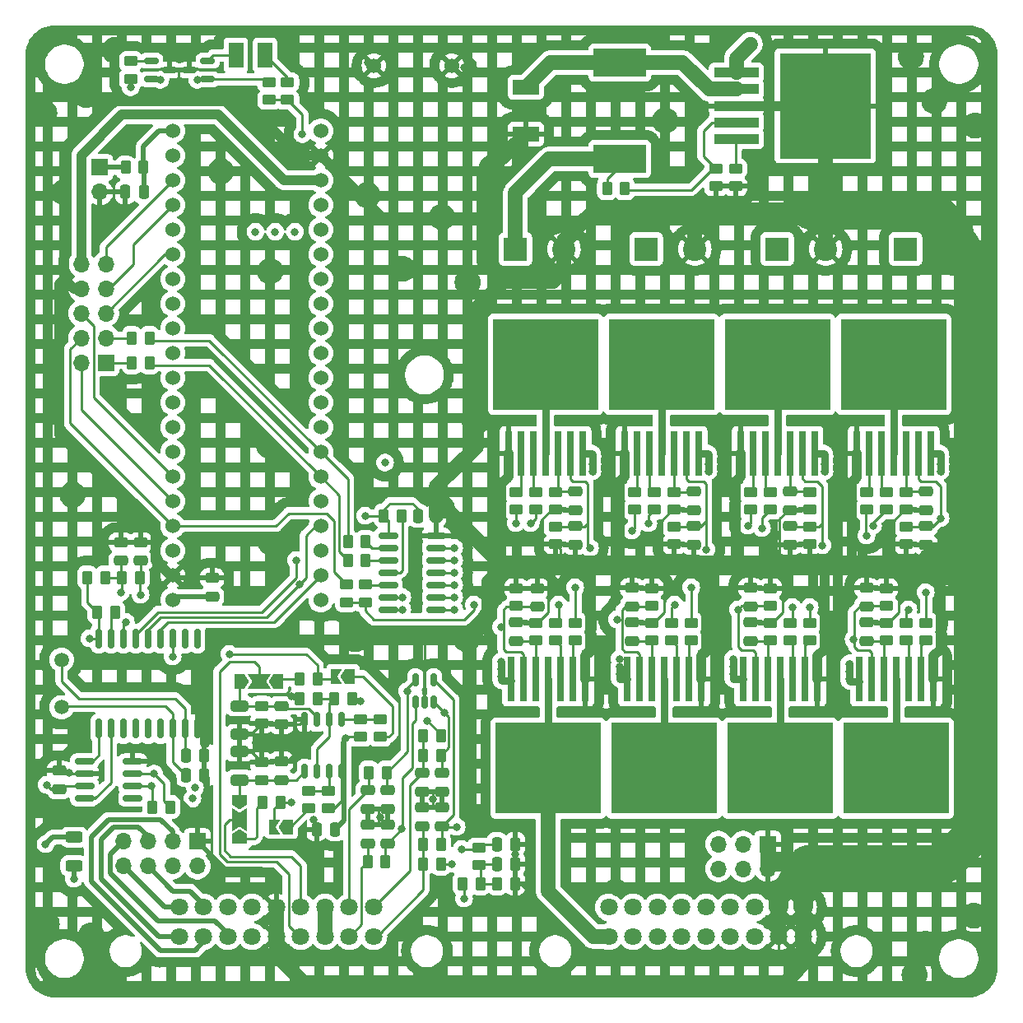
<source format=gbr>
%TF.GenerationSoftware,KiCad,Pcbnew,7.99.0-2367-gcb54bdfa84*%
%TF.CreationDate,2023-12-26T22:21:42+02:00*%
%TF.ProjectId,speeduino_stm32,73706565-6475-4696-9e6f-5f73746d3332,rev?*%
%TF.SameCoordinates,Original*%
%TF.FileFunction,Copper,L1,Top*%
%TF.FilePolarity,Positive*%
%FSLAX46Y46*%
G04 Gerber Fmt 4.6, Leading zero omitted, Abs format (unit mm)*
G04 Created by KiCad (PCBNEW 7.99.0-2367-gcb54bdfa84) date 2023-12-26 22:21:42*
%MOMM*%
%LPD*%
G01*
G04 APERTURE LIST*
G04 Aperture macros list*
%AMRoundRect*
0 Rectangle with rounded corners*
0 $1 Rounding radius*
0 $2 $3 $4 $5 $6 $7 $8 $9 X,Y pos of 4 corners*
0 Add a 4 corners polygon primitive as box body*
4,1,4,$2,$3,$4,$5,$6,$7,$8,$9,$2,$3,0*
0 Add four circle primitives for the rounded corners*
1,1,$1+$1,$2,$3*
1,1,$1+$1,$4,$5*
1,1,$1+$1,$6,$7*
1,1,$1+$1,$8,$9*
0 Add four rect primitives between the rounded corners*
20,1,$1+$1,$2,$3,$4,$5,0*
20,1,$1+$1,$4,$5,$6,$7,0*
20,1,$1+$1,$6,$7,$8,$9,0*
20,1,$1+$1,$8,$9,$2,$3,0*%
%AMFreePoly0*
4,1,6,1.000000,0.000000,0.500000,-0.750000,-0.500000,-0.750000,-0.500000,0.750000,0.500000,0.750000,1.000000,0.000000,1.000000,0.000000,$1*%
%AMFreePoly1*
4,1,7,0.700000,0.000000,1.200000,-0.750000,-1.200000,-0.750000,-0.700000,0.000000,-1.200000,0.750000,1.200000,0.750000,0.700000,0.000000,0.700000,0.000000,$1*%
%AMFreePoly2*
4,1,6,0.500000,-0.750000,-0.650000,-0.750000,-0.150000,0.000000,-0.650000,0.750000,0.500000,0.750000,0.500000,-0.750000,0.500000,-0.750000,$1*%
G04 Aperture macros list end*
%TA.AperFunction,SMDPad,CuDef*%
%ADD10RoundRect,0.250000X-0.450000X0.262500X-0.450000X-0.262500X0.450000X-0.262500X0.450000X0.262500X0*%
%TD*%
%TA.AperFunction,SMDPad,CuDef*%
%ADD11RoundRect,0.250000X-0.475000X0.250000X-0.475000X-0.250000X0.475000X-0.250000X0.475000X0.250000X0*%
%TD*%
%TA.AperFunction,SMDPad,CuDef*%
%ADD12RoundRect,0.250000X-0.262500X-0.450000X0.262500X-0.450000X0.262500X0.450000X-0.262500X0.450000X0*%
%TD*%
%TA.AperFunction,SMDPad,CuDef*%
%ADD13RoundRect,0.250000X0.475000X-0.250000X0.475000X0.250000X-0.475000X0.250000X-0.475000X-0.250000X0*%
%TD*%
%TA.AperFunction,SMDPad,CuDef*%
%ADD14RoundRect,0.250000X0.262500X0.450000X-0.262500X0.450000X-0.262500X-0.450000X0.262500X-0.450000X0*%
%TD*%
%TA.AperFunction,SMDPad,CuDef*%
%ADD15RoundRect,0.250000X-0.650000X0.325000X-0.650000X-0.325000X0.650000X-0.325000X0.650000X0.325000X0*%
%TD*%
%TA.AperFunction,SMDPad,CuDef*%
%ADD16RoundRect,0.250000X0.450000X-0.262500X0.450000X0.262500X-0.450000X0.262500X-0.450000X-0.262500X0*%
%TD*%
%TA.AperFunction,ComponentPad*%
%ADD17R,1.700000X1.700000*%
%TD*%
%TA.AperFunction,ComponentPad*%
%ADD18O,1.700000X1.700000*%
%TD*%
%TA.AperFunction,SMDPad,CuDef*%
%ADD19R,0.800000X4.600000*%
%TD*%
%TA.AperFunction,SMDPad,CuDef*%
%ADD20R,10.800000X9.400000*%
%TD*%
%TA.AperFunction,ComponentPad*%
%ADD21R,2.400000X2.400000*%
%TD*%
%TA.AperFunction,ComponentPad*%
%ADD22C,2.400000*%
%TD*%
%TA.AperFunction,SMDPad,CuDef*%
%ADD23RoundRect,0.150000X-0.825000X-0.150000X0.825000X-0.150000X0.825000X0.150000X-0.825000X0.150000X0*%
%TD*%
%TA.AperFunction,SMDPad,CuDef*%
%ADD24R,4.600000X1.100000*%
%TD*%
%TA.AperFunction,SMDPad,CuDef*%
%ADD25R,9.400000X10.800000*%
%TD*%
%TA.AperFunction,ComponentPad*%
%ADD26C,1.800000*%
%TD*%
%TA.AperFunction,SMDPad,CuDef*%
%ADD27RoundRect,0.150000X-0.150000X0.625000X-0.150000X-0.625000X0.150000X-0.625000X0.150000X0.625000X0*%
%TD*%
%TA.AperFunction,SMDPad,CuDef*%
%ADD28RoundRect,0.250000X-0.250000X-0.475000X0.250000X-0.475000X0.250000X0.475000X-0.250000X0.475000X0*%
%TD*%
%TA.AperFunction,SMDPad,CuDef*%
%ADD29RoundRect,0.250000X0.250000X0.475000X-0.250000X0.475000X-0.250000X-0.475000X0.250000X-0.475000X0*%
%TD*%
%TA.AperFunction,SMDPad,CuDef*%
%ADD30RoundRect,0.150000X-0.587500X-0.150000X0.587500X-0.150000X0.587500X0.150000X-0.587500X0.150000X0*%
%TD*%
%TA.AperFunction,SMDPad,CuDef*%
%ADD31RoundRect,0.250000X0.650000X-0.325000X0.650000X0.325000X-0.650000X0.325000X-0.650000X-0.325000X0*%
%TD*%
%TA.AperFunction,SMDPad,CuDef*%
%ADD32FreePoly0,270.000000*%
%TD*%
%TA.AperFunction,SMDPad,CuDef*%
%ADD33FreePoly1,270.000000*%
%TD*%
%TA.AperFunction,SMDPad,CuDef*%
%ADD34FreePoly0,90.000000*%
%TD*%
%TA.AperFunction,ComponentPad*%
%ADD35C,1.524000*%
%TD*%
%TA.AperFunction,SMDPad,CuDef*%
%ADD36FreePoly0,180.000000*%
%TD*%
%TA.AperFunction,SMDPad,CuDef*%
%ADD37FreePoly2,180.000000*%
%TD*%
%TA.AperFunction,SMDPad,CuDef*%
%ADD38R,5.400000X2.900000*%
%TD*%
%TA.AperFunction,SMDPad,CuDef*%
%ADD39RoundRect,0.150000X0.150000X-0.512500X0.150000X0.512500X-0.150000X0.512500X-0.150000X-0.512500X0*%
%TD*%
%TA.AperFunction,ComponentPad*%
%ADD40C,1.500000*%
%TD*%
%TA.AperFunction,SMDPad,CuDef*%
%ADD41R,2.700000X1.500000*%
%TD*%
%TA.AperFunction,SMDPad,CuDef*%
%ADD42RoundRect,0.150000X0.587500X0.150000X-0.587500X0.150000X-0.587500X-0.150000X0.587500X-0.150000X0*%
%TD*%
%TA.AperFunction,SMDPad,CuDef*%
%ADD43RoundRect,0.250000X-0.625000X0.312500X-0.625000X-0.312500X0.625000X-0.312500X0.625000X0.312500X0*%
%TD*%
%TA.AperFunction,SMDPad,CuDef*%
%ADD44RoundRect,0.150000X0.150000X-0.875000X0.150000X0.875000X-0.150000X0.875000X-0.150000X-0.875000X0*%
%TD*%
%TA.AperFunction,SMDPad,CuDef*%
%ADD45FreePoly0,0.000000*%
%TD*%
%TA.AperFunction,SMDPad,CuDef*%
%ADD46FreePoly1,0.000000*%
%TD*%
%TA.AperFunction,SMDPad,CuDef*%
%ADD47R,1.500000X2.600000*%
%TD*%
%TA.AperFunction,ViaPad*%
%ADD48C,0.800000*%
%TD*%
%TA.AperFunction,Conductor*%
%ADD49C,0.250000*%
%TD*%
%TA.AperFunction,Conductor*%
%ADD50C,1.000000*%
%TD*%
%TA.AperFunction,Conductor*%
%ADD51C,2.000000*%
%TD*%
%TA.AperFunction,Conductor*%
%ADD52C,4.000000*%
%TD*%
%TA.AperFunction,Conductor*%
%ADD53C,1.500000*%
%TD*%
%TA.AperFunction,Conductor*%
%ADD54C,0.500000*%
%TD*%
%TA.AperFunction,Conductor*%
%ADD55C,0.750000*%
%TD*%
G04 APERTURE END LIST*
D10*
%TO.P,R50,1*%
%TO.N,Net-(Q9-IS)*%
X91694000Y-76557500D03*
%TO.P,R50,2*%
%TO.N,GND*%
X91694000Y-78382500D03*
%TD*%
D11*
%TO.P,C5,1*%
%TO.N,o2_mcu*%
X62230000Y-103698000D03*
%TO.P,C5,2*%
%TO.N,GND*%
X62230000Y-105598000D03*
%TD*%
D12*
%TO.P,R21,1*%
%TO.N,Net-(JP2-B)*%
X53189500Y-92202000D03*
%TO.P,R21,2*%
%TO.N,cas_mcu*%
X55014500Y-92202000D03*
%TD*%
%TO.P,R2,1*%
%TO.N,+5V*%
X32361500Y-85344000D03*
%TO.P,R2,2*%
%TO.N,Net-(U2-~{RESET})*%
X34186500Y-85344000D03*
%TD*%
D13*
%TO.P,C38,1*%
%TO.N,+5V*%
X44196000Y-83754000D03*
%TO.P,C38,2*%
%TO.N,GND*%
X44196000Y-81854000D03*
%TD*%
D10*
%TO.P,R51,1*%
%TO.N,Net-(Q9-SR)*%
X91694000Y-73001500D03*
%TO.P,R51,2*%
%TO.N,GND*%
X91694000Y-74826500D03*
%TD*%
%TO.P,R36,1*%
%TO.N,OUTPUT_INH*%
X91459000Y-86463500D03*
%TO.P,R36,2*%
%TO.N,Net-(Q5-INH)*%
X91459000Y-88288500D03*
%TD*%
D11*
%TO.P,C31,1*%
%TO.N,Net-(Q10-SR)*%
X81534000Y-72964000D03*
%TO.P,C31,2*%
%TO.N,GND*%
X81534000Y-74864000D03*
%TD*%
D10*
%TO.P,R46,1*%
%TO.N,Net-(Q8-IS)*%
X105664000Y-76557500D03*
%TO.P,R46,2*%
%TO.N,GND*%
X105664000Y-78382500D03*
%TD*%
D12*
%TO.P,R4,1*%
%TO.N,tps_out*%
X60198000Y-110998000D03*
%TO.P,R4,2*%
%TO.N,tps_mcu*%
X62023000Y-110998000D03*
%TD*%
D11*
%TO.P,C9,1*%
%TO.N,iat_mcu*%
X67818000Y-101920000D03*
%TO.P,C9,2*%
%TO.N,GND*%
X67818000Y-103820000D03*
%TD*%
D12*
%TO.P,R88,1*%
%TO.N,Net-(J1-Pin_1)*%
X35282500Y-39619000D03*
%TO.P,R88,2*%
%TO.N,/VBAT*%
X37107500Y-39619000D03*
%TD*%
D13*
%TO.P,C40,1*%
%TO.N,+5V*%
X28448000Y-103566000D03*
%TO.P,C40,2*%
%TO.N,GND*%
X28448000Y-101666000D03*
%TD*%
D14*
%TO.P,R9,1*%
%TO.N,Net-(C12-Pad1)*%
X71778500Y-113284000D03*
%TO.P,R9,2*%
%TO.N,+12V*%
X69953500Y-113284000D03*
%TD*%
D15*
%TO.P,D5,1,K*%
%TO.N,Net-(D5-K)*%
X46990000Y-94996000D03*
%TO.P,D5,2,A*%
%TO.N,GND*%
X46990000Y-97946000D03*
%TD*%
D16*
%TO.P,R18,1*%
%TO.N,+5V*%
X56134000Y-105560500D03*
%TO.P,R18,2*%
%TO.N,Net-(R18-Pad2)*%
X56134000Y-103735500D03*
%TD*%
D17*
%TO.P,J5,1,Pin_1*%
%TO.N,Net-(J5-Pin_1)*%
X33274000Y-59690000D03*
D18*
%TO.P,J5,2,Pin_2*%
%TO.N,EXP_PB2*%
X30734000Y-59690000D03*
%TO.P,J5,3,Pin_3*%
%TO.N,Net-(J5-Pin_3)*%
X33274000Y-57150000D03*
%TO.P,J5,4,Pin_4*%
%TO.N,EXP_PB10*%
X30734000Y-57150000D03*
%TO.P,J5,5,Pin_5*%
%TO.N,EXP_TR*%
X33274000Y-54610000D03*
%TO.P,J5,6,Pin_6*%
%TO.N,EXP_ADC*%
X30734000Y-54610000D03*
%TO.P,J5,7,Pin_7*%
%TO.N,EXP_PC15*%
X33274000Y-52070000D03*
%TO.P,J5,8,Pin_8*%
%TO.N,GND*%
X30734000Y-52070000D03*
%TO.P,J5,9,Pin_9*%
%TO.N,EXP_PC14*%
X33274000Y-49530000D03*
%TO.P,J5,10,Pin_10*%
%TO.N,+5V*%
X30734000Y-49530000D03*
%TD*%
D11*
%TO.P,C8,1*%
%TO.N,iat_out*%
X65786000Y-101920000D03*
%TO.P,C8,2*%
%TO.N,GND*%
X65786000Y-103820000D03*
%TD*%
%TO.P,C4,1*%
%TO.N,o2_out*%
X60198000Y-103698000D03*
%TO.P,C4,2*%
%TO.N,GND*%
X60198000Y-105598000D03*
%TD*%
D19*
%TO.P,Q8,1*%
%TO.N,GND*%
X98533000Y-69021000D03*
%TO.P,Q8,2,IN*%
%TO.N,Net-(Q8-IN)*%
X99803000Y-69021000D03*
%TO.P,Q8,3,INH*%
%TO.N,Net-(Q8-INH)*%
X101073000Y-69021000D03*
%TO.P,Q8,4*%
%TO.N,coil2_out*%
X102343000Y-69021000D03*
%TO.P,Q8,5,SR*%
%TO.N,Net-(Q8-SR)*%
X103613000Y-69021000D03*
%TO.P,Q8,6,IS*%
%TO.N,Net-(Q8-IS)*%
X104883000Y-69021000D03*
%TO.P,Q8,7*%
%TO.N,+12VA*%
X106153000Y-69021000D03*
D20*
%TO.P,Q8,8*%
%TO.N,coil2_out*%
X102343000Y-59871000D03*
%TD*%
D16*
%TO.P,R28,1*%
%TO.N,Net-(Q3-SR)*%
X113538000Y-88288500D03*
%TO.P,R28,2*%
%TO.N,GND*%
X113538000Y-86463500D03*
%TD*%
D21*
%TO.P,C33,1*%
%TO.N,+12V*%
X102324041Y-48006000D03*
D22*
%TO.P,C33,2*%
%TO.N,GND*%
X107324041Y-48006000D03*
%TD*%
D14*
%TO.P,R15,1*%
%TO.N,+5V*%
X58570500Y-94234000D03*
%TO.P,R15,2*%
%TO.N,Net-(U4A--)*%
X56745500Y-94234000D03*
%TD*%
D16*
%TO.P,R89,1*%
%TO.N,+5V*%
X51943000Y-32662500D03*
%TO.P,R89,2*%
%TO.N,Net-(D4-A)*%
X51943000Y-30837500D03*
%TD*%
D23*
%TO.P,U6,1,VCC*%
%TO.N,+5V*%
X62295000Y-77470000D03*
%TO.P,U6,2,XTAL1/PB0*%
%TO.N,Net-(U6-XTAL1{slash}PB0)*%
X62295000Y-78740000D03*
%TO.P,U6,3,XTAL2/PB1*%
%TO.N,Net-(U6-XTAL2{slash}PB1)*%
X62295000Y-80010000D03*
%TO.P,U6,4,~{RESET}/PB3*%
%TO.N,Net-(U6-~{RESET}{slash}PB3)*%
X62295000Y-81280000D03*
%TO.P,U6,5,PB2*%
%TO.N,Net-(U6-PB2)*%
X62295000Y-82550000D03*
%TO.P,U6,6,PA7*%
%TO.N,Net-(Q5-IS)*%
X62295000Y-83820000D03*
%TO.P,U6,7,PA6*%
%TO.N,Net-(Q6-IS)*%
X62295000Y-85090000D03*
%TO.P,U6,8,PA5*%
%TO.N,Net-(Q4-IS)*%
X67245000Y-85090000D03*
%TO.P,U6,9,PA4*%
%TO.N,Net-(Q3-IS)*%
X67245000Y-83820000D03*
%TO.P,U6,10,PA3*%
%TO.N,Net-(Q7-IS)*%
X67245000Y-82550000D03*
%TO.P,U6,11,PA2*%
%TO.N,Net-(Q8-IS)*%
X67245000Y-81280000D03*
%TO.P,U6,12,PA1*%
%TO.N,Net-(Q9-IS)*%
X67245000Y-80010000D03*
%TO.P,U6,13,AREF/PA0*%
%TO.N,Net-(Q10-IS)*%
X67245000Y-78740000D03*
%TO.P,U6,14,GND*%
%TO.N,GND*%
X67245000Y-77470000D03*
%TD*%
D16*
%TO.P,R49,1*%
%TO.N,coil2_mcu*%
X99568000Y-74826500D03*
%TO.P,R49,2*%
%TO.N,Net-(Q8-IN)*%
X99568000Y-73001500D03*
%TD*%
D14*
%TO.P,R16,1*%
%TO.N,Net-(U4A--)*%
X55014500Y-94234000D03*
%TO.P,R16,2*%
%TO.N,GND*%
X53189500Y-94234000D03*
%TD*%
D11*
%TO.P,C24,1*%
%TO.N,Net-(Q7-IS)*%
X117602000Y-76520000D03*
%TO.P,C24,2*%
%TO.N,GND*%
X117602000Y-78420000D03*
%TD*%
D23*
%TO.P,U3,1,TXD*%
%TO.N,Net-(U2-TXCAN)*%
X31053000Y-100711000D03*
%TO.P,U3,2,GND*%
%TO.N,GND*%
X31053000Y-101981000D03*
%TO.P,U3,3,VCC*%
%TO.N,+5V*%
X31053000Y-103251000D03*
%TO.P,U3,4,RXD*%
%TO.N,Net-(U2-RXCAN)*%
X31053000Y-104521000D03*
%TO.P,U3,5,VIO*%
%TO.N,unconnected-(U3-VIO-Pad5)*%
X36003000Y-104521000D03*
%TO.P,U3,6,CANL*%
%TO.N,CANL_OUT*%
X36003000Y-103251000D03*
%TO.P,U3,7,CANH*%
%TO.N,CANH_OUT*%
X36003000Y-101981000D03*
%TO.P,U3,8,S*%
%TO.N,GND*%
X36003000Y-100711000D03*
%TD*%
D24*
%TO.P,U5,1,VIN*%
%TO.N,+12V*%
X98111000Y-29874000D03*
%TO.P,U5,2,OUT*%
%TO.N,Net-(D1-K)*%
X98111000Y-31574000D03*
%TO.P,U5,3,GND*%
%TO.N,GND*%
X98111000Y-33274000D03*
D25*
X107261000Y-33274000D03*
D24*
%TO.P,U5,4,FB*%
%TO.N,Net-(U5-FB)*%
X98111000Y-34974000D03*
%TO.P,U5,5,~{ON}/OFF*%
%TO.N,Net-(U5-~{ON}{slash}OFF)*%
X98111000Y-36674000D03*
%TD*%
D19*
%TO.P,Q9,1*%
%TO.N,GND*%
X86614000Y-69021000D03*
%TO.P,Q9,2,IN*%
%TO.N,Net-(Q9-IN)*%
X87884000Y-69021000D03*
%TO.P,Q9,3,INH*%
%TO.N,Net-(Q9-INH)*%
X89154000Y-69021000D03*
%TO.P,Q9,4*%
%TO.N,coil3_out*%
X90424000Y-69021000D03*
%TO.P,Q9,5,SR*%
%TO.N,Net-(Q9-SR)*%
X91694000Y-69021000D03*
%TO.P,Q9,6,IS*%
%TO.N,Net-(Q9-IS)*%
X92964000Y-69021000D03*
%TO.P,Q9,7*%
%TO.N,+12V*%
X94234000Y-69021000D03*
D20*
%TO.P,Q9,8*%
%TO.N,coil3_out*%
X90424000Y-59871000D03*
%TD*%
D12*
%TO.P,R8,1*%
%TO.N,clt_out*%
X65889500Y-109220000D03*
%TO.P,R8,2*%
%TO.N,clt_mcu*%
X67714500Y-109220000D03*
%TD*%
D10*
%TO.P,R14,1*%
%TO.N,Net-(R13-Pad2)*%
X61468000Y-96369500D03*
%TO.P,R14,2*%
%TO.N,Net-(JP4-A)*%
X61468000Y-98194500D03*
%TD*%
D14*
%TO.P,R24,1*%
%TO.N,map_out*%
X33170500Y-81788000D03*
%TO.P,R24,2*%
%TO.N,+5V*%
X31345500Y-81788000D03*
%TD*%
D26*
%TO.P,J2,1,1*%
%TO.N,iat_out*%
X60800000Y-115726500D03*
%TO.P,J2,2,2*%
%TO.N,o2_out*%
X58300000Y-115726500D03*
%TO.P,J2,3,3*%
%TO.N,+5V*%
X55800000Y-115726500D03*
%TO.P,J2,4,4*%
%TO.N,cam_out*%
X53300000Y-115726500D03*
%TO.P,J2,5,5*%
%TO.N,GND*%
X50800000Y-115726500D03*
%TO.P,J2,6,6*%
%TO.N,CANH_OUT*%
X48300000Y-115726500D03*
%TO.P,J2,7,7*%
%TO.N,map_out*%
X45800000Y-115726500D03*
%TO.P,J2,8,8*%
%TO.N,EXP7*%
X43300000Y-115726500D03*
%TO.P,J2,9,9*%
%TO.N,EXP6*%
X40800000Y-115726500D03*
%TO.P,J2,10,10*%
%TO.N,clt_out*%
X60800000Y-118726500D03*
%TO.P,J2,11,11*%
%TO.N,tps_out*%
X58300000Y-118726500D03*
%TO.P,J2,12,12*%
%TO.N,+5V*%
X55800000Y-118726500D03*
%TO.P,J2,13,13*%
%TO.N,cas_out*%
X53300000Y-118726500D03*
%TO.P,J2,14,14*%
%TO.N,GND*%
X50800000Y-118726500D03*
%TO.P,J2,15,15*%
%TO.N,CANL_OUT*%
X48300000Y-118726500D03*
%TO.P,J2,16,16*%
%TO.N,EXP3*%
X45800000Y-118726500D03*
%TO.P,J2,17,17*%
%TO.N,EXP4*%
X43300000Y-118726500D03*
%TO.P,J2,18,18*%
%TO.N,EXP5*%
X40800000Y-118726500D03*
%TD*%
D16*
%TO.P,R34,1*%
%TO.N,Net-(Q5-IS)*%
X89427000Y-84732500D03*
%TO.P,R34,2*%
%TO.N,GND*%
X89427000Y-82907500D03*
%TD*%
D13*
%TO.P,C19,1*%
%TO.N,Net-(Q4-SR)*%
X99568000Y-88326000D03*
%TO.P,C19,2*%
%TO.N,GND*%
X99568000Y-86426000D03*
%TD*%
D10*
%TO.P,R32,1*%
%TO.N,OUTPUT_INH*%
X103651000Y-86463500D03*
%TO.P,R32,2*%
%TO.N,Net-(Q4-INH)*%
X103651000Y-88288500D03*
%TD*%
D27*
%TO.P,U4,1*%
%TO.N,Net-(R13-Pad2)*%
X57531000Y-96385000D03*
%TO.P,U4,2,-*%
%TO.N,Net-(U4A--)*%
X56261000Y-96385000D03*
%TO.P,U4,3,+*%
%TO.N,Net-(D5-K)*%
X54991000Y-96385000D03*
%TO.P,U4,4,V-*%
%TO.N,GND*%
X53721000Y-96385000D03*
%TO.P,U4,5,+*%
%TO.N,Net-(D6-K)*%
X53721000Y-101735000D03*
%TO.P,U4,6,-*%
%TO.N,Net-(U4A--)*%
X54991000Y-101735000D03*
%TO.P,U4,7*%
%TO.N,Net-(R18-Pad2)*%
X56261000Y-101735000D03*
%TO.P,U4,8,V+*%
%TO.N,+5V*%
X57531000Y-101735000D03*
%TD*%
D10*
%TO.P,R23,1*%
%TO.N,Net-(U5-~{ON}{slash}OFF)*%
X98044000Y-39727500D03*
%TO.P,R23,2*%
%TO.N,GND*%
X98044000Y-41552500D03*
%TD*%
%TO.P,R37,1*%
%TO.N,inj3_mcu*%
X93491000Y-86463500D03*
%TO.P,R37,2*%
%TO.N,Net-(Q5-IN)*%
X93491000Y-88288500D03*
%TD*%
D28*
%TO.P,C13,1*%
%TO.N,bat_mcu*%
X73472000Y-109220000D03*
%TO.P,C13,2*%
%TO.N,GND*%
X75372000Y-109220000D03*
%TD*%
D13*
%TO.P,C23,1*%
%TO.N,Net-(Q6-SR)*%
X75457000Y-88326000D03*
%TO.P,C23,2*%
%TO.N,GND*%
X75457000Y-86426000D03*
%TD*%
%TO.P,C20,1*%
%TO.N,Net-(Q5-IS)*%
X87395000Y-84770000D03*
%TO.P,C20,2*%
%TO.N,GND*%
X87395000Y-82870000D03*
%TD*%
D29*
%TO.P,C42,1*%
%TO.N,+5V*%
X56830000Y-107696000D03*
%TO.P,C42,2*%
%TO.N,GND*%
X54930000Y-107696000D03*
%TD*%
D11*
%TO.P,C29,1*%
%TO.N,Net-(Q9-SR)*%
X93726000Y-72964000D03*
%TO.P,C29,2*%
%TO.N,GND*%
X93726000Y-74864000D03*
%TD*%
D16*
%TO.P,R76,1*%
%TO.N,OUTPUT_INH*%
X59944000Y-84351500D03*
%TO.P,R76,2*%
%TO.N,Net-(U6-PB2)*%
X59944000Y-82526500D03*
%TD*%
%TO.P,R39,1*%
%TO.N,Net-(Q6-SR)*%
X77489000Y-88288500D03*
%TO.P,R39,2*%
%TO.N,GND*%
X77489000Y-86463500D03*
%TD*%
D19*
%TO.P,Q6,1*%
%TO.N,GND*%
X82569000Y-92269000D03*
%TO.P,Q6,2,IN*%
%TO.N,Net-(Q6-IN)*%
X81299000Y-92269000D03*
%TO.P,Q6,3,INH*%
%TO.N,Net-(Q6-INH)*%
X80029000Y-92269000D03*
%TO.P,Q6,4*%
%TO.N,inj4_out*%
X78759000Y-92269000D03*
%TO.P,Q6,5,SR*%
%TO.N,Net-(Q6-SR)*%
X77489000Y-92269000D03*
%TO.P,Q6,6,IS*%
%TO.N,Net-(Q6-IS)*%
X76219000Y-92269000D03*
%TO.P,Q6,7*%
%TO.N,+12V*%
X74949000Y-92269000D03*
D20*
%TO.P,Q6,8*%
%TO.N,inj4_out*%
X78759000Y-101419000D03*
%TD*%
D30*
%TO.P,Q13,1,B*%
%TO.N,Net-(Q13-B)*%
X37924500Y-28641000D03*
%TO.P,Q13,2,C*%
%TO.N,Net-(Q12-B)*%
X37924500Y-30541000D03*
%TO.P,Q13,3,E*%
%TO.N,GND*%
X39799500Y-29591000D03*
%TD*%
D26*
%TO.P,J3,1,1*%
%TO.N,GND*%
X104996000Y-115726500D03*
%TO.P,J3,2,2*%
X102496000Y-115726500D03*
%TO.P,J3,3,3*%
%TO.N,/+12V_UNPROT*%
X99996000Y-115726500D03*
%TO.P,J3,4,4*%
X97496000Y-115726500D03*
%TO.P,J3,5,5*%
%TO.N,EXP2*%
X94996000Y-115726500D03*
%TO.P,J3,6,6*%
%TO.N,coil1_out*%
X92496000Y-115726500D03*
%TO.P,J3,7,7*%
%TO.N,coil2_out*%
X89996000Y-115726500D03*
%TO.P,J3,8,8*%
%TO.N,coil3_out*%
X87496000Y-115726500D03*
%TO.P,J3,9,9*%
%TO.N,coil4_out*%
X84996000Y-115726500D03*
%TO.P,J3,10,10*%
%TO.N,GND*%
X104996000Y-118726500D03*
%TO.P,J3,11,11*%
X102496000Y-118726500D03*
%TO.P,J3,12,12*%
%TO.N,/+12VA_UNPROT*%
X99996000Y-118726500D03*
%TO.P,J3,13,13*%
X97496000Y-118726500D03*
%TO.P,J3,14,14*%
%TO.N,EXP1*%
X94996000Y-118726500D03*
%TO.P,J3,15,15*%
%TO.N,inj1_out*%
X92496000Y-118726500D03*
%TO.P,J3,16,16*%
%TO.N,inj2_out*%
X89996000Y-118726500D03*
%TO.P,J3,17,17*%
%TO.N,inj3_out*%
X87496000Y-118726500D03*
%TO.P,J3,18,18*%
%TO.N,inj4_out*%
X84996000Y-118726500D03*
%TD*%
D28*
%TO.P,C41,1*%
%TO.N,+5V*%
X65344000Y-75438000D03*
%TO.P,C41,2*%
%TO.N,GND*%
X67244000Y-75438000D03*
%TD*%
D31*
%TO.P,D6,1,K*%
%TO.N,Net-(D6-K)*%
X46990000Y-102616000D03*
%TO.P,D6,2,A*%
%TO.N,GND*%
X46990000Y-99666000D03*
%TD*%
D28*
%TO.P,C3,1*%
%TO.N,Net-(U2-OSC1)*%
X41468000Y-100076000D03*
%TO.P,C3,2*%
%TO.N,GND*%
X43368000Y-100076000D03*
%TD*%
D12*
%TO.P,R25,1*%
%TO.N,map_out*%
X34901500Y-81788000D03*
%TO.P,R25,2*%
%TO.N,map_mcu*%
X36726500Y-81788000D03*
%TD*%
D19*
%TO.P,Q5,1*%
%TO.N,GND*%
X94507000Y-92269000D03*
%TO.P,Q5,2,IN*%
%TO.N,Net-(Q5-IN)*%
X93237000Y-92269000D03*
%TO.P,Q5,3,INH*%
%TO.N,Net-(Q5-INH)*%
X91967000Y-92269000D03*
%TO.P,Q5,4*%
%TO.N,inj3_out*%
X90697000Y-92269000D03*
%TO.P,Q5,5,SR*%
%TO.N,Net-(Q5-SR)*%
X89427000Y-92269000D03*
%TO.P,Q5,6,IS*%
%TO.N,Net-(Q5-IS)*%
X88157000Y-92269000D03*
%TO.P,Q5,7*%
%TO.N,+12V*%
X86887000Y-92269000D03*
D20*
%TO.P,Q5,8*%
%TO.N,inj3_out*%
X90697000Y-101419000D03*
%TD*%
D10*
%TO.P,R33,1*%
%TO.N,inj2_mcu*%
X105683000Y-86463500D03*
%TO.P,R33,2*%
%TO.N,Net-(Q4-IN)*%
X105683000Y-88288500D03*
%TD*%
D16*
%TO.P,R53,1*%
%TO.N,coil3_mcu*%
X87630000Y-74826500D03*
%TO.P,R53,2*%
%TO.N,Net-(Q9-IN)*%
X87630000Y-73001500D03*
%TD*%
D32*
%TO.P,JP1,1,A*%
%TO.N,Net-(D6-K)*%
X46990000Y-104680000D03*
D33*
%TO.P,JP1,2,C*%
%TO.N,cam_out*%
X46990000Y-106680000D03*
D34*
%TO.P,JP1,3,B*%
%TO.N,Net-(JP1-B)*%
X46990000Y-108680000D03*
%TD*%
D12*
%TO.P,R74,1*%
%TO.N,RX_MCU*%
X58142500Y-78105000D03*
%TO.P,R74,2*%
%TO.N,Net-(U6-XTAL1{slash}PB0)*%
X59967500Y-78105000D03*
%TD*%
D16*
%TO.P,R52,1*%
%TO.N,OUTPUT_INH*%
X89662000Y-74826500D03*
%TO.P,R52,2*%
%TO.N,Net-(Q9-INH)*%
X89662000Y-73001500D03*
%TD*%
%TO.P,R44,1*%
%TO.N,OUTPUT_INH*%
X113538000Y-74826500D03*
%TO.P,R44,2*%
%TO.N,Net-(Q7-INH)*%
X113538000Y-73001500D03*
%TD*%
D35*
%TO.P,U1,1,PB12*%
%TO.N,MCP2515_CS*%
X55372000Y-84113500D03*
%TO.P,U1,2,PB13*%
%TO.N,SPI_SCK*%
X55372000Y-81573500D03*
%TO.P,U1,3,PB14*%
%TO.N,SPI_MISO*%
X55372000Y-79033500D03*
%TO.P,U1,4,PB15*%
%TO.N,SPI_MOSI*%
X55372000Y-76493500D03*
%TO.P,U1,5,PA8*%
%TO.N,MCP2515_INT*%
X55372000Y-73953500D03*
%TO.P,U1,6,PA9*%
%TO.N,TX_MCU*%
X55372000Y-71413500D03*
%TO.P,U1,7,PA10*%
%TO.N,RX_MCU*%
X55372000Y-68873500D03*
%TO.P,U1,8,PA11*%
%TO.N,unconnected-(U1-PA11-Pad8)*%
X55372000Y-66333500D03*
%TO.P,U1,9,PA12*%
%TO.N,unconnected-(U1-PA12-Pad9)*%
X55372000Y-63793500D03*
%TO.P,U1,10,PA15*%
%TO.N,inj4_mcu*%
X55372000Y-61253500D03*
%TO.P,U1,11,PB3*%
%TO.N,inj3_mcu*%
X55372000Y-58713500D03*
%TO.P,U1,12,PB4*%
%TO.N,inj2_mcu*%
X55372000Y-56173500D03*
%TO.P,U1,13,PB5*%
%TO.N,inj1_mcu*%
X55372000Y-53633500D03*
%TO.P,U1,14,PB6*%
%TO.N,coil1_mcu*%
X55372000Y-51093500D03*
%TO.P,U1,15,PB7*%
%TO.N,coil2_mcu*%
X55372000Y-48553500D03*
%TO.P,U1,16,PB8*%
%TO.N,coil3_mcu*%
X55372000Y-46013500D03*
%TO.P,U1,17,PB9*%
%TO.N,coil4_mcu*%
X55372000Y-43473500D03*
%TO.P,U1,18,5V*%
%TO.N,+5V*%
X55372000Y-40933500D03*
%TO.P,U1,19,GND*%
%TO.N,GND*%
X55372000Y-38393500D03*
%TO.P,U1,20,3V3*%
%TO.N,+3V3*%
X55372000Y-35853500D03*
%TO.P,U1,21,5V*%
%TO.N,+5V*%
X40132000Y-84113500D03*
%TO.P,U1,22,GND*%
%TO.N,GND*%
X40132000Y-81573500D03*
%TO.P,U1,23,3V3*%
%TO.N,unconnected-(U1-3V3-Pad23)*%
X40132000Y-79033500D03*
%TO.P,U1,24,PB10*%
%TO.N,EXP_PB10*%
X40132000Y-76493500D03*
%TO.P,U1,25,PB2*%
%TO.N,EXP_PB2*%
X40132000Y-73953500D03*
%TO.P,U1,26,PB1*%
%TO.N,EXP_ADC*%
X40132000Y-71413500D03*
%TO.P,U1,27,PB0*%
%TO.N,bat_mcu*%
X40132000Y-68873500D03*
%TO.P,U1,28,PA7*%
%TO.N,o2_mcu*%
X40132000Y-66333500D03*
%TO.P,U1,29,PA6*%
%TO.N,clt_mcu*%
X40132000Y-63793500D03*
%TO.P,U1,30,PA5*%
%TO.N,iat_mcu*%
X40132000Y-61253500D03*
%TO.P,U1,31,PA4*%
%TO.N,map_mcu*%
X40132000Y-58713500D03*
%TO.P,U1,32,PA3*%
%TO.N,tps_mcu*%
X40132000Y-56173500D03*
%TO.P,U1,33,PA2*%
%TO.N,cas_mcu*%
X40132000Y-53633500D03*
%TO.P,U1,34,PA1*%
%TO.N,cam_mcu*%
X40132000Y-51093500D03*
%TO.P,U1,35,PA0*%
%TO.N,EXP_TR*%
X40132000Y-48553500D03*
%TO.P,U1,36,NRST*%
%TO.N,unconnected-(U1-NRST-Pad36)*%
X40132000Y-46013500D03*
%TO.P,U1,37,PC15*%
%TO.N,EXP_PC15*%
X40132000Y-43473500D03*
%TO.P,U1,38,PC14*%
%TO.N,EXP_PC14*%
X40132000Y-40933500D03*
%TO.P,U1,39,PC13*%
%TO.N,/#LED*%
X40132000Y-38393500D03*
%TO.P,U1,40,VBAT*%
%TO.N,/VBAT*%
X40132000Y-35853500D03*
%TD*%
D21*
%TO.P,C36,1*%
%TO.N,+12V*%
X88862041Y-48006000D03*
D22*
%TO.P,C36,2*%
%TO.N,GND*%
X93862041Y-48006000D03*
%TD*%
D17*
%TO.P,J6,1,Pin_1*%
%TO.N,GND*%
X101346000Y-109220000D03*
D18*
%TO.P,J6,2,Pin_2*%
X101346000Y-111760000D03*
%TO.P,J6,3,Pin_3*%
%TO.N,+12V*%
X98806000Y-109220000D03*
%TO.P,J6,4,Pin_4*%
X98806000Y-111760000D03*
%TO.P,J6,5,Pin_5*%
%TO.N,EXP2*%
X96266000Y-109220000D03*
%TO.P,J6,6,Pin_6*%
%TO.N,EXP1*%
X96266000Y-111760000D03*
%TD*%
D12*
%TO.P,R22,1*%
%TO.N,+5V*%
X84812500Y-41783000D03*
%TO.P,R22,2*%
%TO.N,Net-(U5-FB)*%
X86637500Y-41783000D03*
%TD*%
%TO.P,R77,1*%
%TO.N,Net-(J5-Pin_1)*%
X35941000Y-59690000D03*
%TO.P,R77,2*%
%TO.N,TX_MCU*%
X37766000Y-59690000D03*
%TD*%
D11*
%TO.P,C25,1*%
%TO.N,Net-(Q7-SR)*%
X117602000Y-72964000D03*
%TO.P,C25,2*%
%TO.N,GND*%
X117602000Y-74864000D03*
%TD*%
D12*
%TO.P,R78,1*%
%TO.N,Net-(J5-Pin_3)*%
X35917500Y-57150000D03*
%TO.P,R78,2*%
%TO.N,RX_MCU*%
X37742500Y-57150000D03*
%TD*%
%TO.P,R20,1*%
%TO.N,Net-(JP1-B)*%
X49379500Y-104902000D03*
%TO.P,R20,2*%
%TO.N,cam_mcu*%
X51204500Y-104902000D03*
%TD*%
D36*
%TO.P,JP3,1,A*%
%TO.N,Net-(JP3-A)*%
X52033000Y-107442000D03*
D37*
%TO.P,JP3,2,B*%
%TO.N,cam_mcu*%
X50583000Y-107442000D03*
%TD*%
D10*
%TO.P,R54,1*%
%TO.N,Net-(Q10-IS)*%
X79502000Y-76557500D03*
%TO.P,R54,2*%
%TO.N,GND*%
X79502000Y-78382500D03*
%TD*%
D13*
%TO.P,C16,1*%
%TO.N,Net-(Q3-SR)*%
X111506000Y-88326000D03*
%TO.P,C16,2*%
%TO.N,GND*%
X111506000Y-86426000D03*
%TD*%
%TO.P,C10,1*%
%TO.N,clt_out*%
X65786000Y-107376000D03*
%TO.P,C10,2*%
%TO.N,GND*%
X65786000Y-105476000D03*
%TD*%
D11*
%TO.P,C26,1*%
%TO.N,Net-(Q8-IS)*%
X103632000Y-76520000D03*
%TO.P,C26,2*%
%TO.N,GND*%
X103632000Y-78420000D03*
%TD*%
D21*
%TO.P,C37,1*%
%TO.N,+12VA*%
X115532041Y-48006000D03*
D22*
%TO.P,C37,2*%
%TO.N,GND*%
X120532041Y-48006000D03*
%TD*%
D38*
%TO.P,L1,1*%
%TO.N,Net-(D1-K)*%
X86106000Y-28832000D03*
%TO.P,L1,2*%
%TO.N,+5V*%
X86106000Y-38732000D03*
%TD*%
D11*
%TO.P,C14,1*%
%TO.N,Net-(D5-K)*%
X51308000Y-94996000D03*
%TO.P,C14,2*%
%TO.N,GND*%
X51308000Y-96896000D03*
%TD*%
D10*
%TO.P,R12,1*%
%TO.N,Net-(D5-K)*%
X49276000Y-94996000D03*
%TO.P,R12,2*%
%TO.N,GND*%
X49276000Y-96821000D03*
%TD*%
D28*
%TO.P,C2,1*%
%TO.N,Net-(U2-OSC2)*%
X41468000Y-102108000D03*
%TO.P,C2,2*%
%TO.N,GND*%
X43368000Y-102108000D03*
%TD*%
D16*
%TO.P,R90,1*%
%TO.N,+5V*%
X50038000Y-32662500D03*
%TO.P,R90,2*%
%TO.N,Net-(Q12-B)*%
X50038000Y-30837500D03*
%TD*%
D12*
%TO.P,R75,1*%
%TO.N,TX_MCU*%
X58142500Y-80010000D03*
%TO.P,R75,2*%
%TO.N,Net-(U6-XTAL2{slash}PB1)*%
X59967500Y-80010000D03*
%TD*%
D39*
%TO.P,D2,1,K*%
%TO.N,tps_mcu*%
X65090000Y-94609500D03*
%TO.P,D2,2,A*%
%TO.N,GND*%
X66040000Y-94609500D03*
%TO.P,D2,3,K*%
%TO.N,iat_mcu*%
X66990000Y-94609500D03*
%TO.P,D2,4,K*%
%TO.N,clt_mcu*%
X66990000Y-92334500D03*
%TO.P,D2,5,K*%
%TO.N,o2_mcu*%
X65090000Y-92334500D03*
%TD*%
D13*
%TO.P,C22,1*%
%TO.N,Net-(Q6-IS)*%
X77621000Y-84806000D03*
%TO.P,C22,2*%
%TO.N,GND*%
X77621000Y-82906000D03*
%TD*%
D16*
%TO.P,R45,1*%
%TO.N,coil1_mcu*%
X111506000Y-74826500D03*
%TO.P,R45,2*%
%TO.N,Net-(Q7-IN)*%
X111506000Y-73001500D03*
%TD*%
D13*
%TO.P,C32,1*%
%TO.N,map_out*%
X34798000Y-80056000D03*
%TO.P,C32,2*%
%TO.N,GND*%
X34798000Y-78156000D03*
%TD*%
%TO.P,C34,1*%
%TO.N,map_mcu*%
X36830000Y-80056000D03*
%TO.P,C34,2*%
%TO.N,GND*%
X36830000Y-78156000D03*
%TD*%
D12*
%TO.P,R5,1*%
%TO.N,iat_out*%
X65889500Y-100076000D03*
%TO.P,R5,2*%
%TO.N,iat_mcu*%
X67714500Y-100076000D03*
%TD*%
%TO.P,R6,1*%
%TO.N,iat_out*%
X65889500Y-98044000D03*
%TO.P,R6,2*%
%TO.N,+5V*%
X67714500Y-98044000D03*
%TD*%
D10*
%TO.P,R1,1*%
%TO.N,Net-(U5-FB)*%
X96012000Y-39727500D03*
%TO.P,R1,2*%
%TO.N,GND*%
X96012000Y-41552500D03*
%TD*%
%TO.P,R41,1*%
%TO.N,inj4_mcu*%
X81553000Y-86463500D03*
%TO.P,R41,2*%
%TO.N,Net-(Q6-IN)*%
X81553000Y-88288500D03*
%TD*%
D17*
%TO.P,J4,1,Pin_1*%
%TO.N,GND*%
X42662000Y-108961000D03*
D18*
%TO.P,J4,2,Pin_2*%
%TO.N,+5V*%
X42662000Y-111501000D03*
%TO.P,J4,3,Pin_3*%
%TO.N,EXP4*%
X40122000Y-108961000D03*
%TO.P,J4,4,Pin_4*%
%TO.N,EXP8*%
X40122000Y-111501000D03*
%TO.P,J4,5,Pin_5*%
%TO.N,EXP5*%
X37582000Y-108961000D03*
%TO.P,J4,6,Pin_6*%
%TO.N,EXP7*%
X37582000Y-111501000D03*
%TO.P,J4,7,Pin_7*%
%TO.N,EXP3*%
X35042000Y-108961000D03*
%TO.P,J4,8,Pin_8*%
%TO.N,EXP6*%
X35042000Y-111501000D03*
%TD*%
D16*
%TO.P,R56,1*%
%TO.N,OUTPUT_INH*%
X77470000Y-74826500D03*
%TO.P,R56,2*%
%TO.N,Net-(Q10-INH)*%
X77470000Y-73001500D03*
%TD*%
D40*
%TO.P,Y1,1,1*%
%TO.N,Net-(U2-OSC2)*%
X28702000Y-95160000D03*
%TO.P,Y1,2,2*%
%TO.N,Net-(U2-OSC1)*%
X28702000Y-90260000D03*
%TD*%
D16*
%TO.P,R91,1*%
%TO.N,/#LED*%
X35814000Y-30503500D03*
%TO.P,R91,2*%
%TO.N,Net-(Q13-B)*%
X35814000Y-28678500D03*
%TD*%
%TO.P,R73,1*%
%TO.N,OUTPUT_INH*%
X58039000Y-84351500D03*
%TO.P,R73,2*%
%TO.N,EXP_PB10*%
X58039000Y-82526500D03*
%TD*%
D19*
%TO.P,Q3,1*%
%TO.N,GND*%
X118383000Y-92269000D03*
%TO.P,Q3,2,IN*%
%TO.N,Net-(Q3-IN)*%
X117113000Y-92269000D03*
%TO.P,Q3,3,INH*%
%TO.N,Net-(Q3-INH)*%
X115843000Y-92269000D03*
%TO.P,Q3,4*%
%TO.N,inj1_out*%
X114573000Y-92269000D03*
%TO.P,Q3,5,SR*%
%TO.N,Net-(Q3-SR)*%
X113303000Y-92269000D03*
%TO.P,Q3,6,IS*%
%TO.N,Net-(Q3-IS)*%
X112033000Y-92269000D03*
%TO.P,Q3,7*%
%TO.N,+12VA*%
X110763000Y-92269000D03*
D20*
%TO.P,Q3,8*%
%TO.N,inj1_out*%
X114573000Y-101419000D03*
%TD*%
D11*
%TO.P,C27,1*%
%TO.N,Net-(Q8-SR)*%
X103632000Y-72964000D03*
%TO.P,C27,2*%
%TO.N,GND*%
X103632000Y-74864000D03*
%TD*%
D10*
%TO.P,R43,1*%
%TO.N,Net-(Q7-SR)*%
X115570000Y-73001500D03*
%TO.P,R43,2*%
%TO.N,GND*%
X115570000Y-74826500D03*
%TD*%
D16*
%TO.P,R57,1*%
%TO.N,coil4_mcu*%
X75438000Y-74826500D03*
%TO.P,R57,2*%
%TO.N,Net-(Q10-IN)*%
X75438000Y-73001500D03*
%TD*%
D28*
%TO.P,C12,1*%
%TO.N,Net-(C12-Pad1)*%
X73472000Y-111252000D03*
%TO.P,C12,2*%
%TO.N,GND*%
X75372000Y-111252000D03*
%TD*%
D14*
%TO.P,R10,1*%
%TO.N,GND*%
X75334500Y-113284000D03*
%TO.P,R10,2*%
%TO.N,Net-(C12-Pad1)*%
X73509500Y-113284000D03*
%TD*%
D10*
%TO.P,R26,1*%
%TO.N,OUTPUT_INH*%
X115608000Y-86463500D03*
%TO.P,R26,2*%
%TO.N,Net-(Q3-INH)*%
X115608000Y-88288500D03*
%TD*%
D13*
%TO.P,C11,1*%
%TO.N,clt_mcu*%
X67818000Y-107376000D03*
%TO.P,C11,2*%
%TO.N,GND*%
X67818000Y-105476000D03*
%TD*%
D17*
%TO.P,J1,1,Pin_1*%
%TO.N,Net-(J1-Pin_1)*%
X32639000Y-39619000D03*
D18*
%TO.P,J1,2,Pin_2*%
%TO.N,GND*%
X32639000Y-42159000D03*
%TD*%
D12*
%TO.P,R3,1*%
%TO.N,o2_out*%
X60301500Y-101854000D03*
%TO.P,R3,2*%
%TO.N,o2_mcu*%
X62126500Y-101854000D03*
%TD*%
D13*
%TO.P,C18,1*%
%TO.N,Net-(Q4-IS)*%
X99568000Y-84770000D03*
%TO.P,C18,2*%
%TO.N,GND*%
X99568000Y-82870000D03*
%TD*%
D16*
%TO.P,R38,1*%
%TO.N,Net-(Q6-IS)*%
X75457000Y-84732500D03*
%TO.P,R38,2*%
%TO.N,GND*%
X75457000Y-82907500D03*
%TD*%
D10*
%TO.P,R19,1*%
%TO.N,Net-(R18-Pad2)*%
X54102000Y-103735500D03*
%TO.P,R19,2*%
%TO.N,Net-(JP3-A)*%
X54102000Y-105560500D03*
%TD*%
D21*
%TO.P,C1,1*%
%TO.N,+5V*%
X75400041Y-48006000D03*
D22*
%TO.P,C1,2*%
%TO.N,GND*%
X80400041Y-48006000D03*
%TD*%
D19*
%TO.P,Q7,1*%
%TO.N,GND*%
X110490000Y-69021000D03*
%TO.P,Q7,2,IN*%
%TO.N,Net-(Q7-IN)*%
X111760000Y-69021000D03*
%TO.P,Q7,3,INH*%
%TO.N,Net-(Q7-INH)*%
X113030000Y-69021000D03*
%TO.P,Q7,4*%
%TO.N,coil1_out*%
X114300000Y-69021000D03*
%TO.P,Q7,5,SR*%
%TO.N,Net-(Q7-SR)*%
X115570000Y-69021000D03*
%TO.P,Q7,6,IS*%
%TO.N,Net-(Q7-IS)*%
X116840000Y-69021000D03*
%TO.P,Q7,7*%
%TO.N,+12VA*%
X118110000Y-69021000D03*
D20*
%TO.P,Q7,8*%
%TO.N,coil1_out*%
X114300000Y-59871000D03*
%TD*%
D13*
%TO.P,C6,1*%
%TO.N,tps_out*%
X60198000Y-109154000D03*
%TO.P,C6,2*%
%TO.N,GND*%
X60198000Y-107254000D03*
%TD*%
D14*
%TO.P,R58,1*%
%TO.N,Net-(U6-~{RESET}{slash}PB3)*%
X63650500Y-75438000D03*
%TO.P,R58,2*%
%TO.N,+5V*%
X61825500Y-75438000D03*
%TD*%
D41*
%TO.P,D1,1,K*%
%TO.N,Net-(D1-K)*%
X76454000Y-31382000D03*
%TO.P,D1,2,A*%
%TO.N,GND*%
X76454000Y-36182000D03*
%TD*%
D13*
%TO.P,C17,1*%
%TO.N,Net-(Q3-IS)*%
X111506000Y-84770000D03*
%TO.P,C17,2*%
%TO.N,GND*%
X111506000Y-82870000D03*
%TD*%
D16*
%TO.P,R13,1*%
%TO.N,+5V*%
X59436000Y-98194500D03*
%TO.P,R13,2*%
%TO.N,Net-(R13-Pad2)*%
X59436000Y-96369500D03*
%TD*%
%TO.P,R48,1*%
%TO.N,OUTPUT_INH*%
X101600000Y-74826500D03*
%TO.P,R48,2*%
%TO.N,Net-(Q8-INH)*%
X101600000Y-73001500D03*
%TD*%
D42*
%TO.P,Q12,1,B*%
%TO.N,Net-(Q12-B)*%
X43736500Y-30541000D03*
%TO.P,Q12,2,C*%
%TO.N,Net-(D4-K)*%
X43736500Y-28641000D03*
%TO.P,Q12,3,E*%
%TO.N,GND*%
X41861499Y-29591000D03*
%TD*%
D12*
%TO.P,R7,1*%
%TO.N,clt_out*%
X65889500Y-111252000D03*
%TO.P,R7,2*%
%TO.N,+5V*%
X67714500Y-111252000D03*
%TD*%
D43*
%TO.P,R87,1*%
%TO.N,EXP6*%
X29972000Y-108519500D03*
%TO.P,R87,2*%
%TO.N,cas_out*%
X29972000Y-111444500D03*
%TD*%
D10*
%TO.P,R42,1*%
%TO.N,Net-(Q7-IS)*%
X115570000Y-76557500D03*
%TO.P,R42,2*%
%TO.N,GND*%
X115570000Y-78382500D03*
%TD*%
D16*
%TO.P,R35,1*%
%TO.N,Net-(Q5-SR)*%
X89427000Y-88288500D03*
%TO.P,R35,2*%
%TO.N,GND*%
X89427000Y-86463500D03*
%TD*%
D29*
%TO.P,C48,1*%
%TO.N,/VBAT*%
X37144999Y-42159000D03*
%TO.P,C48,2*%
%TO.N,GND*%
X35245001Y-42159000D03*
%TD*%
D16*
%TO.P,R29,1*%
%TO.N,Net-(Q3-IS)*%
X113538000Y-84732500D03*
%TO.P,R29,2*%
%TO.N,GND*%
X113538000Y-82907500D03*
%TD*%
%TO.P,R17,1*%
%TO.N,Net-(D6-K)*%
X49276000Y-102616000D03*
%TO.P,R17,2*%
%TO.N,GND*%
X49276000Y-100791000D03*
%TD*%
D11*
%TO.P,C28,1*%
%TO.N,Net-(Q9-IS)*%
X93726000Y-76520000D03*
%TO.P,C28,2*%
%TO.N,GND*%
X93726000Y-78420000D03*
%TD*%
D36*
%TO.P,JP4,1,A*%
%TO.N,Net-(JP4-A)*%
X58383000Y-91948000D03*
D37*
%TO.P,JP4,2,B*%
%TO.N,cas_mcu*%
X56933000Y-91948000D03*
%TD*%
D19*
%TO.P,Q4,1*%
%TO.N,GND*%
X106445000Y-92269000D03*
%TO.P,Q4,2,IN*%
%TO.N,Net-(Q4-IN)*%
X105175000Y-92269000D03*
%TO.P,Q4,3,INH*%
%TO.N,Net-(Q4-INH)*%
X103905000Y-92269000D03*
%TO.P,Q4,4*%
%TO.N,inj2_out*%
X102635000Y-92269000D03*
%TO.P,Q4,5,SR*%
%TO.N,Net-(Q4-SR)*%
X101365000Y-92269000D03*
%TO.P,Q4,6,IS*%
%TO.N,Net-(Q4-IS)*%
X100095000Y-92269000D03*
%TO.P,Q4,7*%
%TO.N,+12VA*%
X98825000Y-92269000D03*
D20*
%TO.P,Q4,8*%
%TO.N,inj2_out*%
X102635000Y-101419000D03*
%TD*%
D14*
%TO.P,R92,1*%
%TO.N,CANH_OUT*%
X39878000Y-105410000D03*
%TO.P,R92,2*%
%TO.N,CANL_OUT*%
X38053000Y-105410000D03*
%TD*%
D44*
%TO.P,U2,1,TXCAN*%
%TO.N,Net-(U2-TXCAN)*%
X32512000Y-97360000D03*
%TO.P,U2,2,RXCAN*%
%TO.N,Net-(U2-RXCAN)*%
X33782000Y-97360000D03*
%TO.P,U2,3,CLKOUT/SOF*%
%TO.N,unconnected-(U2-CLKOUT{slash}SOF-Pad3)*%
X35052000Y-97360000D03*
%TO.P,U2,4,~{TX0RTS}*%
%TO.N,unconnected-(U2-~{TX0RTS}-Pad4)*%
X36322000Y-97360000D03*
%TO.P,U2,5,~{TX1RTS}*%
%TO.N,unconnected-(U2-~{TX1RTS}-Pad5)*%
X37592000Y-97360000D03*
%TO.P,U2,6,~{TX2RTS}*%
%TO.N,unconnected-(U2-~{TX2RTS}-Pad6)*%
X38862000Y-97360000D03*
%TO.P,U2,7,OSC2*%
%TO.N,Net-(U2-OSC2)*%
X40132000Y-97360000D03*
%TO.P,U2,8,OSC1*%
%TO.N,Net-(U2-OSC1)*%
X41402000Y-97360000D03*
%TO.P,U2,9,VSS*%
%TO.N,GND*%
X42672000Y-97360000D03*
%TO.P,U2,10,~{RX1BF}*%
%TO.N,unconnected-(U2-~{RX1BF}-Pad10)*%
X42672000Y-88060000D03*
%TO.P,U2,11,~{RX0BF}*%
%TO.N,unconnected-(U2-~{RX0BF}-Pad11)*%
X41402000Y-88060000D03*
%TO.P,U2,12,~{INT}*%
%TO.N,MCP2515_INT*%
X40132000Y-88060000D03*
%TO.P,U2,13,SCK*%
%TO.N,SPI_SCK*%
X38862000Y-88060000D03*
%TO.P,U2,14,SI*%
%TO.N,SPI_MOSI*%
X37592000Y-88060000D03*
%TO.P,U2,15,SO*%
%TO.N,SPI_MISO*%
X36322000Y-88060000D03*
%TO.P,U2,16,~{CS}*%
%TO.N,MCP2515_CS*%
X35052000Y-88060000D03*
%TO.P,U2,17,~{RESET}*%
%TO.N,Net-(U2-~{RESET})*%
X33782000Y-88060000D03*
%TO.P,U2,18,VDD*%
%TO.N,+5V*%
X32512000Y-88060000D03*
%TD*%
D10*
%TO.P,R55,1*%
%TO.N,Net-(Q10-SR)*%
X79502000Y-73001500D03*
%TO.P,R55,2*%
%TO.N,GND*%
X79502000Y-74826500D03*
%TD*%
D16*
%TO.P,R30,1*%
%TO.N,Net-(Q4-IS)*%
X101600000Y-84732500D03*
%TO.P,R30,2*%
%TO.N,GND*%
X101600000Y-82907500D03*
%TD*%
D10*
%TO.P,R47,1*%
%TO.N,Net-(Q8-SR)*%
X105664000Y-73001500D03*
%TO.P,R47,2*%
%TO.N,GND*%
X105664000Y-74826500D03*
%TD*%
D11*
%TO.P,C30,1*%
%TO.N,Net-(Q10-IS)*%
X81534000Y-76520000D03*
%TO.P,C30,2*%
%TO.N,GND*%
X81534000Y-78420000D03*
%TD*%
D16*
%TO.P,R31,1*%
%TO.N,Net-(Q4-SR)*%
X101600000Y-88288500D03*
%TO.P,R31,2*%
%TO.N,GND*%
X101600000Y-86463500D03*
%TD*%
D10*
%TO.P,R27,1*%
%TO.N,inj1_mcu*%
X117640000Y-86463500D03*
%TO.P,R27,2*%
%TO.N,Net-(Q3-IN)*%
X117640000Y-88288500D03*
%TD*%
D19*
%TO.P,Q10,1*%
%TO.N,GND*%
X74676000Y-69021000D03*
%TO.P,Q10,2,IN*%
%TO.N,Net-(Q10-IN)*%
X75946000Y-69021000D03*
%TO.P,Q10,3,INH*%
%TO.N,Net-(Q10-INH)*%
X77216000Y-69021000D03*
%TO.P,Q10,4*%
%TO.N,coil4_out*%
X78486000Y-69021000D03*
%TO.P,Q10,5,SR*%
%TO.N,Net-(Q10-SR)*%
X79756000Y-69021000D03*
%TO.P,Q10,6,IS*%
%TO.N,Net-(Q10-IS)*%
X81026000Y-69021000D03*
%TO.P,Q10,7*%
%TO.N,+12V*%
X82296000Y-69021000D03*
D20*
%TO.P,Q10,8*%
%TO.N,coil4_out*%
X78486000Y-59871000D03*
%TD*%
D10*
%TO.P,R11,1*%
%TO.N,bat_mcu*%
X71628000Y-109577500D03*
%TO.P,R11,2*%
%TO.N,Net-(C12-Pad1)*%
X71628000Y-111402500D03*
%TD*%
%TO.P,R40,1*%
%TO.N,OUTPUT_INH*%
X79521000Y-86463500D03*
%TO.P,R40,2*%
%TO.N,Net-(Q6-INH)*%
X79521000Y-88288500D03*
%TD*%
D13*
%TO.P,C7,1*%
%TO.N,tps_mcu*%
X62230000Y-109154000D03*
%TO.P,C7,2*%
%TO.N,GND*%
X62230000Y-107254000D03*
%TD*%
%TO.P,C15,1*%
%TO.N,Net-(D6-K)*%
X51308000Y-102616000D03*
%TO.P,C15,2*%
%TO.N,GND*%
X51308000Y-100716000D03*
%TD*%
%TO.P,C21,1*%
%TO.N,Net-(Q5-SR)*%
X87395000Y-88326000D03*
%TO.P,C21,2*%
%TO.N,GND*%
X87395000Y-86426000D03*
%TD*%
D45*
%TO.P,JP2,1,A*%
%TO.N,Net-(D5-K)*%
X47022000Y-92456000D03*
D46*
%TO.P,JP2,2,C*%
%TO.N,cas_out*%
X49022000Y-92456000D03*
D36*
%TO.P,JP2,3,B*%
%TO.N,Net-(JP2-B)*%
X51022000Y-92456000D03*
%TD*%
D47*
%TO.P,D4,1,K*%
%TO.N,Net-(D4-K)*%
X46633000Y-28067000D03*
%TO.P,D4,2,A*%
%TO.N,Net-(D4-A)*%
X49633000Y-28067000D03*
%TD*%
D35*
%TO.P,J7,11,GROUND*%
%TO.N,GND*%
X68836000Y-29142900D03*
%TO.P,J7,12,GROUND*%
X60836000Y-29142900D03*
%TD*%
D48*
%TO.N,GND*%
X85725000Y-114141500D03*
X67818000Y-44704000D03*
X122555000Y-116586000D03*
X122682000Y-35306000D03*
X31750000Y-118618000D03*
X60198000Y-28829000D03*
X70485000Y-51435000D03*
X31242000Y-32131000D03*
X58928000Y-88138000D03*
X71628000Y-106426000D03*
X50165000Y-50292000D03*
X27178000Y-117475000D03*
X90805000Y-34798000D03*
X34163000Y-27559000D03*
X26924000Y-34036000D03*
X29845000Y-73279000D03*
X63754000Y-50038000D03*
X71247000Y-65913000D03*
X116459000Y-122682000D03*
X53721000Y-97917000D03*
X61468000Y-106426000D03*
X50165000Y-78105000D03*
X122428000Y-96139000D03*
X54610000Y-106680000D03*
X29464000Y-101854000D03*
X75372000Y-110302000D03*
X117602000Y-119507000D03*
X66868000Y-104582000D03*
X70358000Y-88138000D03*
X28961000Y-42159000D03*
X118491000Y-32766000D03*
X50038000Y-68199000D03*
X70104000Y-29337000D03*
X116078000Y-28194000D03*
X43434000Y-98806000D03*
X52324000Y-93980000D03*
X45085000Y-40005000D03*
X60163688Y-42452312D03*
X72955000Y-39681000D03*
X32639000Y-122936000D03*
%TO.N,o2_mcu*%
X64262000Y-93472000D03*
%TO.N,tps_mcu*%
X63721000Y-107663000D03*
%TO.N,iat_mcu*%
X68105250Y-95724750D03*
%TO.N,clt_mcu*%
X69342000Y-107442000D03*
%TO.N,bat_mcu*%
X69850000Y-109728000D03*
%TO.N,Net-(Q3-IS)*%
X110181500Y-88138000D03*
X69088000Y-83820000D03*
%TO.N,Net-(Q4-IS)*%
X98298000Y-85090000D03*
X69088000Y-85090000D03*
%TO.N,Net-(Q5-IS)*%
X63754000Y-83820000D03*
X85852000Y-86106000D03*
%TO.N,Net-(Q8-IS)*%
X69088000Y-81280000D03*
X106963500Y-78486000D03*
%TO.N,Net-(Q9-IS)*%
X69088000Y-80010000D03*
X95047227Y-78918500D03*
%TO.N,cas_mcu*%
X42418000Y-103378000D03*
X45974000Y-89662000D03*
%TO.N,cam_mcu*%
X42164000Y-104558500D03*
X52324000Y-104902000D03*
%TO.N,+5V*%
X66294000Y-96520000D03*
X27178000Y-103124000D03*
X59436000Y-94488000D03*
X68834000Y-111252000D03*
X57912000Y-98298000D03*
X59944000Y-75438000D03*
X31574000Y-88060000D03*
X53467000Y-36195000D03*
%TO.N,coil1_out*%
X114300000Y-59690000D03*
X114300000Y-58166000D03*
X114300000Y-58928000D03*
%TO.N,coil2_out*%
X102108000Y-58166000D03*
X102108000Y-58928000D03*
X102108000Y-59690000D03*
%TO.N,coil3_out*%
X91313000Y-58928000D03*
X91313000Y-59690000D03*
X91313000Y-60452000D03*
%TO.N,coil4_out*%
X78486000Y-60452000D03*
X78486000Y-59690000D03*
X78486000Y-58928000D03*
%TO.N,cas_out*%
X29972000Y-112776000D03*
%TO.N,inj1_out*%
X114046000Y-102108000D03*
X113538000Y-102616000D03*
X114554000Y-101600000D03*
%TO.N,inj2_out*%
X102616000Y-101600000D03*
X101092000Y-101600000D03*
X101854000Y-101600000D03*
%TO.N,inj3_out*%
X86106000Y-97409000D03*
X86106000Y-98171000D03*
X86106000Y-98933000D03*
%TO.N,+12V*%
X83312000Y-70866000D03*
X99568000Y-26924000D03*
X86106000Y-90170000D03*
X83312000Y-69342000D03*
X70104000Y-114808000D03*
X86106000Y-90932000D03*
X73914000Y-91186000D03*
X73914000Y-90424000D03*
X95250000Y-70866000D03*
X95250000Y-69342000D03*
X83312000Y-70104000D03*
X86106000Y-91694000D03*
X98552000Y-27940000D03*
X73914000Y-91948000D03*
X99060000Y-27432000D03*
X95250000Y-70104000D03*
%TO.N,CANH_OUT*%
X38227000Y-101981000D03*
%TO.N,+12VA*%
X109728000Y-91440000D03*
X107188000Y-70866000D03*
X97790000Y-90932000D03*
X119126000Y-70866000D03*
X109728000Y-90678000D03*
X97790000Y-91694000D03*
X107188000Y-69342000D03*
X119126000Y-69342000D03*
X119126000Y-70104000D03*
X97790000Y-90170000D03*
X107188000Y-70104000D03*
X109728000Y-92202000D03*
%TO.N,CANL_OUT*%
X37973000Y-103251000D03*
%TO.N,Net-(Q6-IS)*%
X73914000Y-86868000D03*
X63754000Y-85090000D03*
%TO.N,Net-(Q7-IS)*%
X119126000Y-75692000D03*
X69088000Y-82550000D03*
%TO.N,OUTPUT_INH*%
X100758500Y-76708000D03*
X79835500Y-84582000D03*
X76962000Y-76200000D03*
X103886000Y-84836000D03*
X71120000Y-84582000D03*
X91773500Y-84582000D03*
X89074500Y-76200000D03*
X115824000Y-85090000D03*
X112188500Y-76454000D03*
%TO.N,inj1_mcu*%
X117602000Y-83312000D03*
%TO.N,inj2_mcu*%
X105664000Y-84836000D03*
%TO.N,inj3_mcu*%
X93472000Y-82804000D03*
%TO.N,inj4_mcu*%
X81534000Y-82804000D03*
%TO.N,coil1_mcu*%
X111506000Y-77470000D03*
%TO.N,coil2_mcu*%
X99314000Y-76454000D03*
%TO.N,coil3_mcu*%
X87376000Y-76962000D03*
%TO.N,coil4_mcu*%
X75438000Y-76200000D03*
%TO.N,MCP2515_INT*%
X40132000Y-89916000D03*
%TO.N,SPI_SCK*%
X50673000Y-46228000D03*
%TO.N,SPI_MOSI*%
X48641000Y-46228000D03*
X53153799Y-82490799D03*
%TO.N,SPI_MISO*%
X52832000Y-80010000D03*
X52705000Y-46228000D03*
%TO.N,MCP2515_CS*%
X35306000Y-86360000D03*
%TO.N,EXP6*%
X27051000Y-109220000D03*
%TO.N,map_mcu*%
X36830000Y-83566000D03*
%TO.N,EXP_ADC*%
X61976000Y-69977000D03*
%TO.N,Net-(Q10-IS)*%
X83058000Y-78740000D03*
X69088000Y-78740000D03*
%TO.N,map_out*%
X34798000Y-83312000D03*
%TO.N,Net-(Q12-B)*%
X42672000Y-30607000D03*
X38862000Y-30607000D03*
%TO.N,/#LED*%
X35814000Y-31369000D03*
%TD*%
D49*
%TO.N,Net-(U2-OSC2)*%
X40132000Y-97360000D02*
X40132000Y-95758000D01*
X28866000Y-94996000D02*
X28702000Y-95160000D01*
X40132000Y-97360000D02*
X40132000Y-100772000D01*
X39370000Y-94996000D02*
X28866000Y-94996000D01*
X40132000Y-100772000D02*
X41468000Y-102108000D01*
X40132000Y-95758000D02*
X39370000Y-94996000D01*
D50*
%TO.N,GND*%
X119126000Y-81153000D02*
X118491000Y-80518000D01*
D49*
X114300000Y-75946000D02*
X114300000Y-80518000D01*
X102496000Y-118726500D02*
X102496000Y-120516000D01*
X115570000Y-80010000D02*
X116078000Y-80518000D01*
X51233000Y-100791000D02*
X51308000Y-100716000D01*
D50*
X98533000Y-71393000D02*
X98044000Y-71882000D01*
D49*
X102582000Y-79722000D02*
X103378000Y-80518000D01*
D50*
X40132000Y-81573500D02*
X39917500Y-81573500D01*
D49*
X43434000Y-98806000D02*
X43368000Y-98740000D01*
X51938000Y-100716000D02*
X53721000Y-98933000D01*
D51*
X103378000Y-80518000D02*
X106426000Y-80518000D01*
D49*
X67244000Y-77469000D02*
X67245000Y-77470000D01*
X114808000Y-81534000D02*
X115824000Y-80518000D01*
X77620500Y-86463500D02*
X78740000Y-85344000D01*
X100076000Y-113538000D02*
X87757000Y-113538000D01*
D50*
X107188000Y-89154000D02*
X107188000Y-80518000D01*
X86106000Y-71882000D02*
X86106000Y-80518000D01*
D49*
X46990000Y-97946000D02*
X48151000Y-97946000D01*
D52*
X120650000Y-80518000D02*
X118491000Y-80518000D01*
D49*
X102582000Y-75726000D02*
X102582000Y-79722000D01*
D50*
X72390000Y-86614000D02*
X70866000Y-88138000D01*
D49*
X102870000Y-85344000D02*
X102870000Y-80772000D01*
X36830000Y-78156000D02*
X34798000Y-78156000D01*
D50*
X28448000Y-67056000D02*
X28448000Y-51562000D01*
D49*
X113688500Y-86463500D02*
X114808000Y-85344000D01*
X54610000Y-106680000D02*
X54610000Y-107376000D01*
X96049500Y-41590000D02*
X96012000Y-41552500D01*
X43368000Y-98056000D02*
X42672000Y-97360000D01*
D50*
X53125500Y-38393500D02*
X55372000Y-38393500D01*
D49*
X77621000Y-82906000D02*
X77621000Y-81383000D01*
X51233000Y-96821000D02*
X51308000Y-96896000D01*
X98044000Y-41552500D02*
X96012000Y-41552500D01*
X61280000Y-105598000D02*
X62230000Y-105598000D01*
D50*
X82569000Y-92269000D02*
X82569000Y-89897000D01*
D49*
X66040000Y-94609500D02*
X66040000Y-88392000D01*
D50*
X38354000Y-78232000D02*
X38354000Y-76962000D01*
D52*
X120532041Y-48006000D02*
X120532041Y-46206000D01*
D49*
X51308000Y-96896000D02*
X53210000Y-96896000D01*
X105664000Y-78382500D02*
X103669500Y-78382500D01*
X31053000Y-101981000D02*
X29591000Y-101981000D01*
X53189500Y-94234000D02*
X52578000Y-94234000D01*
D50*
X28956000Y-37592000D02*
X33782000Y-32766000D01*
X70866000Y-88138000D02*
X70358000Y-88138000D01*
D49*
X29464000Y-101854000D02*
X29337000Y-101981000D01*
D53*
X76454000Y-36182000D02*
X72955000Y-39681000D01*
D52*
X105410000Y-111252000D02*
X119380000Y-111252000D01*
D51*
X106426000Y-80518000D02*
X107188000Y-80518000D01*
D52*
X118268041Y-43942000D02*
X105664000Y-43942000D01*
D51*
X98044000Y-80518000D02*
X101092000Y-80518000D01*
D49*
X61280000Y-105598000D02*
X61280000Y-106492000D01*
D54*
X42662000Y-108961000D02*
X42662000Y-105674000D01*
D50*
X106445000Y-89897000D02*
X107188000Y-89154000D01*
D49*
X49276000Y-96821000D02*
X51233000Y-96821000D01*
D50*
X94996000Y-89408000D02*
X94996000Y-80772000D01*
D52*
X122428000Y-96139000D02*
X122428000Y-82296000D01*
D51*
X115824000Y-80518000D02*
X116078000Y-80518000D01*
D49*
X101868000Y-113538000D02*
X100203000Y-113538000D01*
X38735000Y-100711000D02*
X40386000Y-102362000D01*
D51*
X80010000Y-80518000D02*
X83566000Y-80518000D01*
D49*
X113538000Y-86463500D02*
X113688500Y-86463500D01*
D54*
X43053000Y-105283000D02*
X43688000Y-104648000D01*
D51*
X86106000Y-80518000D02*
X88900000Y-80518000D01*
D49*
X42672000Y-105664000D02*
X43053000Y-105283000D01*
X115570000Y-74826500D02*
X115419500Y-74826500D01*
X117564500Y-78382500D02*
X117602000Y-78420000D01*
D53*
X80400041Y-48006000D02*
X80400041Y-47107959D01*
D54*
X32639000Y-42159000D02*
X35245001Y-42159000D01*
D49*
X81534000Y-78420000D02*
X79539500Y-78420000D01*
D53*
X104996000Y-121572000D02*
X104996000Y-118726500D01*
X71374000Y-68326000D02*
X67244000Y-72456000D01*
D49*
X78740000Y-85344000D02*
X78740000Y-80772000D01*
X43368000Y-98740000D02*
X43368000Y-98056000D01*
D51*
X93218000Y-80518000D02*
X95250000Y-80518000D01*
D53*
X107324041Y-45602041D02*
X105664000Y-43942000D01*
D49*
X53721000Y-98933000D02*
X53721000Y-97917000D01*
X43368000Y-100076000D02*
X43368000Y-98872000D01*
X61280000Y-106492000D02*
X61280000Y-107254000D01*
D50*
X65786000Y-88138000D02*
X58928000Y-88138000D01*
D49*
X46990000Y-99666000D02*
X48151000Y-99666000D01*
D50*
X94507000Y-89897000D02*
X94996000Y-89408000D01*
D53*
X74168000Y-51308000D02*
X71374000Y-54102000D01*
D50*
X58928000Y-88138000D02*
X45212000Y-88138000D01*
D49*
X66868000Y-104582000D02*
X66868000Y-105476000D01*
D54*
X49276000Y-111760000D02*
X50800000Y-113284000D01*
D49*
X66868000Y-105476000D02*
X65786000Y-105476000D01*
X67818000Y-105476000D02*
X66868000Y-105476000D01*
X102870000Y-80772000D02*
X102616000Y-80518000D01*
X96012000Y-41552500D02*
X96012000Y-43434000D01*
D51*
X74041000Y-80518000D02*
X78486000Y-80518000D01*
D53*
X101346000Y-110744000D02*
X101346000Y-109220000D01*
D51*
X95250000Y-80518000D02*
X98044000Y-80518000D01*
D49*
X103669500Y-78382500D02*
X103632000Y-78420000D01*
X61346000Y-106426000D02*
X61468000Y-106426000D01*
D51*
X107188000Y-80518000D02*
X109982000Y-80518000D01*
D49*
X75372000Y-113246500D02*
X75334500Y-113284000D01*
D53*
X50800000Y-118726500D02*
X50800000Y-115726500D01*
D50*
X61682500Y-44704000D02*
X72136000Y-44704000D01*
X33782000Y-32766000D02*
X40894000Y-32766000D01*
D52*
X122428000Y-108204000D02*
X122428000Y-96139000D01*
D49*
X75946000Y-113284000D02*
X75334500Y-113284000D01*
X103444000Y-74864000D02*
X102582000Y-75726000D01*
D53*
X101346000Y-110744000D02*
X104902000Y-110744000D01*
D49*
X70104000Y-77470000D02*
X73152000Y-80518000D01*
X77619500Y-82907500D02*
X77621000Y-82906000D01*
D54*
X60163688Y-42706312D02*
X59924250Y-42945750D01*
X42662000Y-108961000D02*
X42667000Y-108961000D01*
D53*
X93980000Y-43942000D02*
X95504000Y-43942000D01*
X107324041Y-48006000D02*
X107324041Y-45602041D01*
X50800000Y-120650000D02*
X53594000Y-123444000D01*
D50*
X119126000Y-89154000D02*
X119126000Y-81153000D01*
D51*
X78486000Y-80518000D02*
X80010000Y-80518000D01*
D50*
X45212000Y-88138000D02*
X43434000Y-89916000D01*
D49*
X101562500Y-86426000D02*
X101600000Y-86463500D01*
D53*
X74168000Y-51308000D02*
X79248000Y-51308000D01*
D50*
X59924250Y-42945750D02*
X61682500Y-44704000D01*
X86614000Y-71374000D02*
X86106000Y-71882000D01*
D49*
X90678000Y-85344000D02*
X90678000Y-81026000D01*
D50*
X73914000Y-72136000D02*
X73914000Y-80264000D01*
D49*
X61280000Y-107254000D02*
X62230000Y-107254000D01*
D53*
X80400041Y-47107959D02*
X83566000Y-43942000D01*
D49*
X115419500Y-74826500D02*
X114300000Y-75946000D01*
D51*
X102496000Y-114166000D02*
X105410000Y-111252000D01*
D53*
X101346000Y-111760000D02*
X101346000Y-110744000D01*
D50*
X110490000Y-69021000D02*
X110490000Y-71458000D01*
D49*
X101750500Y-86463500D02*
X102870000Y-85344000D01*
X80010000Y-78890500D02*
X80010000Y-80518000D01*
X75457000Y-86426000D02*
X77451500Y-86426000D01*
X102496000Y-114166000D02*
X101868000Y-113538000D01*
X38278000Y-78156000D02*
X38354000Y-78232000D01*
D50*
X55372000Y-38393500D02*
X59924250Y-42945750D01*
X94996000Y-80772000D02*
X95250000Y-80518000D01*
D49*
X89427000Y-86463500D02*
X89558500Y-86463500D01*
D50*
X38354000Y-76962000D02*
X28448000Y-67056000D01*
X72390000Y-82169000D02*
X72390000Y-86614000D01*
D52*
X122428000Y-82296000D02*
X122428000Y-49901959D01*
D53*
X83566000Y-43942000D02*
X93980000Y-43942000D01*
D49*
X113500500Y-82870000D02*
X113538000Y-82907500D01*
D54*
X43368000Y-98872000D02*
X43434000Y-98806000D01*
D49*
X90678000Y-81026000D02*
X91186000Y-80518000D01*
X115570000Y-74826500D02*
X117564500Y-74826500D01*
D50*
X74676000Y-69021000D02*
X74676000Y-71374000D01*
D49*
X96012000Y-43434000D02*
X95504000Y-43942000D01*
D53*
X104996000Y-118726500D02*
X104996000Y-115726500D01*
D49*
X91694000Y-74826500D02*
X91543500Y-74826500D01*
X40386000Y-102362000D02*
X40386000Y-104013000D01*
D50*
X30734000Y-52070000D02*
X29972000Y-52070000D01*
D49*
X90424000Y-75946000D02*
X90424000Y-79756000D01*
X93726000Y-80010000D02*
X93218000Y-80518000D01*
X78740000Y-80772000D02*
X78486000Y-80518000D01*
D53*
X93862041Y-44059959D02*
X93980000Y-43942000D01*
D49*
X60198000Y-107254000D02*
X61280000Y-107254000D01*
D50*
X39917500Y-81573500D02*
X38354000Y-80010000D01*
D53*
X67244000Y-72456000D02*
X67244000Y-73721000D01*
D54*
X42667000Y-108961000D02*
X45466000Y-111760000D01*
D50*
X40894000Y-32766000D02*
X47498000Y-32766000D01*
D49*
X79502000Y-74826500D02*
X79097500Y-74826500D01*
D54*
X42662000Y-105674000D02*
X43053000Y-105283000D01*
D49*
X89427000Y-81045000D02*
X88900000Y-80518000D01*
X101854000Y-121158000D02*
X83820000Y-121158000D01*
D51*
X102496000Y-115726500D02*
X102496000Y-114166000D01*
D49*
X90424000Y-79756000D02*
X91186000Y-80518000D01*
X52578000Y-94234000D02*
X52324000Y-93980000D01*
D51*
X104996000Y-111666000D02*
X105410000Y-111252000D01*
D49*
X87395000Y-82870000D02*
X89389500Y-82870000D01*
D53*
X93862041Y-48006000D02*
X93862041Y-44059959D01*
D50*
X109982000Y-71966000D02*
X109982000Y-80518000D01*
X106445000Y-92269000D02*
X106445000Y-89897000D01*
D49*
X99568000Y-82870000D02*
X101562500Y-82870000D01*
X93688500Y-78382500D02*
X93726000Y-78420000D01*
D51*
X83566000Y-80518000D02*
X86106000Y-80518000D01*
D49*
X113538000Y-81280000D02*
X114300000Y-80518000D01*
D54*
X60163688Y-42452312D02*
X60163688Y-42706312D01*
D53*
X105664000Y-43942000D02*
X107261000Y-42345000D01*
D49*
X79097500Y-74826500D02*
X77978000Y-75946000D01*
X28763000Y-101981000D02*
X28448000Y-101666000D01*
X99568000Y-86426000D02*
X101562500Y-86426000D01*
X79539500Y-74864000D02*
X79502000Y-74826500D01*
X77978000Y-80010000D02*
X78486000Y-80518000D01*
X114808000Y-85344000D02*
X114808000Y-81534000D01*
D52*
X120532041Y-46206000D02*
X118268041Y-43942000D01*
D50*
X98111000Y-33274000D02*
X107261000Y-33274000D01*
D54*
X44196000Y-81854000D02*
X40412500Y-81854000D01*
D49*
X40767000Y-32639000D02*
X40894000Y-32766000D01*
X40767000Y-29591000D02*
X39799500Y-29591000D01*
X93726000Y-78420000D02*
X93726000Y-80010000D01*
X60198000Y-105598000D02*
X61280000Y-105598000D01*
X73152000Y-80518000D02*
X74041000Y-80518000D01*
D50*
X94507000Y-92269000D02*
X94507000Y-89897000D01*
D53*
X107261000Y-42345000D02*
X107261000Y-33274000D01*
D49*
X89427000Y-86463500D02*
X87432500Y-86463500D01*
X77489000Y-86463500D02*
X77620500Y-86463500D01*
D51*
X88900000Y-80518000D02*
X91186000Y-80518000D01*
D49*
X61280000Y-106492000D02*
X61346000Y-106426000D01*
X77451500Y-86426000D02*
X77489000Y-86463500D01*
D50*
X86614000Y-69021000D02*
X86614000Y-71374000D01*
X28956000Y-51054000D02*
X28956000Y-37592000D01*
D49*
X77621000Y-81383000D02*
X78486000Y-80518000D01*
X40767000Y-29591000D02*
X40767000Y-32639000D01*
X48151000Y-97946000D02*
X49276000Y-96821000D01*
X66868000Y-103820000D02*
X67818000Y-103820000D01*
D53*
X50800000Y-118726500D02*
X50800000Y-120650000D01*
D51*
X116078000Y-80518000D02*
X118491000Y-80518000D01*
D49*
X41861499Y-29591000D02*
X40767000Y-29591000D01*
D51*
X91186000Y-80518000D02*
X93218000Y-80518000D01*
D49*
X111506000Y-82870000D02*
X113500500Y-82870000D01*
D52*
X122428000Y-82296000D02*
X120650000Y-80518000D01*
D50*
X83058000Y-89408000D02*
X83058000Y-81026000D01*
D51*
X114300000Y-80518000D02*
X115824000Y-80518000D01*
D49*
X86328500Y-113538000D02*
X85725000Y-114141500D01*
X53721000Y-97917000D02*
X53721000Y-96385000D01*
D50*
X83058000Y-81026000D02*
X83566000Y-80518000D01*
D49*
X87432500Y-86463500D02*
X87395000Y-86426000D01*
X117564500Y-74826500D02*
X117602000Y-74864000D01*
X111506000Y-86426000D02*
X113500500Y-86426000D01*
D51*
X109982000Y-80518000D02*
X114300000Y-80518000D01*
D49*
X113500500Y-86426000D02*
X113538000Y-86463500D01*
D53*
X72136000Y-49276000D02*
X74168000Y-51308000D01*
X67244000Y-72456000D02*
X67244000Y-75438000D01*
D49*
X101562500Y-82870000D02*
X101600000Y-82907500D01*
D51*
X101092000Y-80518000D02*
X102616000Y-80518000D01*
D53*
X72136000Y-44704000D02*
X72136000Y-49276000D01*
D49*
X89427000Y-82907500D02*
X89427000Y-81045000D01*
D50*
X98044000Y-71882000D02*
X98044000Y-80518000D01*
D53*
X79248000Y-51308000D02*
X80400041Y-50155959D01*
D50*
X29972000Y-52070000D02*
X28956000Y-51054000D01*
D49*
X53210000Y-96896000D02*
X53721000Y-96385000D01*
X79502000Y-78382500D02*
X80010000Y-78890500D01*
X36830000Y-78156000D02*
X38278000Y-78156000D01*
D53*
X80400041Y-50155959D02*
X80400041Y-48006000D01*
D49*
X103632000Y-74864000D02*
X105626500Y-74864000D01*
X102496000Y-120516000D02*
X101854000Y-121158000D01*
D50*
X28448000Y-51562000D02*
X28956000Y-51054000D01*
D54*
X40412500Y-81854000D02*
X40132000Y-81573500D01*
D50*
X74041000Y-80518000D02*
X72390000Y-82169000D01*
D49*
X75372000Y-110302000D02*
X75372000Y-113246500D01*
X101600000Y-82907500D02*
X101600000Y-81026000D01*
X48151000Y-99666000D02*
X49276000Y-100791000D01*
D50*
X70358000Y-88138000D02*
X65786000Y-88138000D01*
D49*
X75457000Y-82907500D02*
X77619500Y-82907500D01*
X89389500Y-82870000D02*
X89427000Y-82907500D01*
D50*
X118383000Y-92269000D02*
X118383000Y-89897000D01*
D49*
X91694000Y-74826500D02*
X93688500Y-74826500D01*
D54*
X45466000Y-111760000D02*
X49276000Y-111760000D01*
D53*
X95504000Y-43942000D02*
X105664000Y-43942000D01*
D49*
X54610000Y-107376000D02*
X54930000Y-107696000D01*
D50*
X82569000Y-89897000D02*
X83058000Y-89408000D01*
D49*
X87757000Y-113538000D02*
X86328500Y-113538000D01*
D50*
X38354000Y-80010000D02*
X38354000Y-78232000D01*
D49*
X115570000Y-78382500D02*
X115570000Y-80010000D01*
X67244000Y-75438000D02*
X67244000Y-77469000D01*
D53*
X103124000Y-123444000D02*
X104996000Y-121572000D01*
D49*
X105664000Y-79756000D02*
X106426000Y-80518000D01*
X103632000Y-74864000D02*
X103444000Y-74864000D01*
D54*
X43688000Y-104648000D02*
X43688000Y-102428000D01*
D49*
X93688500Y-74826500D02*
X93726000Y-74864000D01*
X49276000Y-100791000D02*
X51233000Y-100791000D01*
D52*
X122428000Y-49901959D02*
X120532041Y-48006000D01*
D49*
X66040000Y-88392000D02*
X65786000Y-88138000D01*
D53*
X72955000Y-39681000D02*
X72136000Y-40500000D01*
D51*
X102616000Y-80518000D02*
X103378000Y-80518000D01*
D52*
X119380000Y-111252000D02*
X122428000Y-108204000D01*
D50*
X70866000Y-105664000D02*
X71628000Y-106426000D01*
D54*
X50800000Y-113284000D02*
X50800000Y-115726500D01*
D53*
X104902000Y-110744000D02*
X105410000Y-111252000D01*
D49*
X51308000Y-100716000D02*
X51938000Y-100716000D01*
D50*
X70866000Y-88138000D02*
X70866000Y-105664000D01*
D53*
X53594000Y-123444000D02*
X103124000Y-123444000D01*
D54*
X43688000Y-102428000D02*
X43368000Y-102108000D01*
D49*
X91694000Y-78382500D02*
X93688500Y-78382500D01*
D50*
X118383000Y-89897000D02*
X119126000Y-89154000D01*
D49*
X91543500Y-74826500D02*
X90424000Y-75946000D01*
X43368000Y-102108000D02*
X43368000Y-100076000D01*
D54*
X43368000Y-102108000D02*
X43368000Y-98872000D01*
D50*
X74676000Y-71374000D02*
X73914000Y-72136000D01*
X47498000Y-32766000D02*
X53125500Y-38393500D01*
D49*
X100203000Y-113538000D02*
X100076000Y-113538000D01*
D53*
X102496000Y-118726500D02*
X102496000Y-115726500D01*
D49*
X89558500Y-86463500D02*
X90678000Y-85344000D01*
X101600000Y-81026000D02*
X101092000Y-80518000D01*
X83820000Y-121158000D02*
X75946000Y-113284000D01*
X81534000Y-74864000D02*
X79539500Y-74864000D01*
D50*
X43434000Y-89916000D02*
X43434000Y-98806000D01*
D53*
X67244000Y-73721000D02*
X74041000Y-80518000D01*
D51*
X104996000Y-115726500D02*
X104996000Y-111666000D01*
D49*
X79539500Y-78420000D02*
X79502000Y-78382500D01*
X66868000Y-103820000D02*
X66868000Y-104582000D01*
X113538000Y-82907500D02*
X113538000Y-81280000D01*
D50*
X110490000Y-71458000D02*
X109982000Y-71966000D01*
D49*
X77978000Y-75946000D02*
X77978000Y-80010000D01*
X42037000Y-105664000D02*
X42672000Y-105664000D01*
D53*
X71374000Y-54102000D02*
X71374000Y-68326000D01*
D49*
X65786000Y-103820000D02*
X66868000Y-103820000D01*
D50*
X98533000Y-69021000D02*
X98533000Y-71393000D01*
D49*
X105664000Y-78382500D02*
X105664000Y-79756000D01*
X67245000Y-77470000D02*
X70104000Y-77470000D01*
X115570000Y-78382500D02*
X117564500Y-78382500D01*
X29591000Y-101981000D02*
X29464000Y-101854000D01*
X36003000Y-100711000D02*
X38735000Y-100711000D01*
X105626500Y-74864000D02*
X105664000Y-74826500D01*
X101600000Y-86463500D02*
X101750500Y-86463500D01*
X75372000Y-109220000D02*
X75372000Y-110302000D01*
X29337000Y-101981000D02*
X28763000Y-101981000D01*
X40386000Y-104013000D02*
X42037000Y-105664000D01*
D53*
X72136000Y-40500000D02*
X72136000Y-44704000D01*
D49*
%TO.N,Net-(U2-OSC1)*%
X40386000Y-94234000D02*
X41402000Y-95250000D01*
X41402000Y-95250000D02*
X41402000Y-97360000D01*
X30480000Y-94234000D02*
X40386000Y-94234000D01*
X28702000Y-90260000D02*
X28702000Y-92456000D01*
X41402000Y-100010000D02*
X41468000Y-100076000D01*
X41402000Y-97360000D02*
X41402000Y-100010000D01*
X28702000Y-92456000D02*
X30480000Y-94234000D01*
%TO.N,o2_out*%
X58300000Y-115726500D02*
X58300000Y-105596000D01*
X60301500Y-101854000D02*
X60301500Y-103594500D01*
X58300000Y-105596000D02*
X60198000Y-103698000D01*
X60301500Y-103594500D02*
X60198000Y-103698000D01*
%TO.N,o2_mcu*%
X64262000Y-93472000D02*
X64262000Y-93162500D01*
X64262000Y-93162500D02*
X65090000Y-92334500D01*
X64262000Y-99718500D02*
X64262000Y-93472000D01*
X62126500Y-101854000D02*
X62126500Y-103594500D01*
X62126500Y-101854000D02*
X64262000Y-99718500D01*
X62126500Y-103594500D02*
X62230000Y-103698000D01*
%TO.N,tps_out*%
X60198000Y-110998000D02*
X60198000Y-109154000D01*
X58311500Y-118726500D02*
X59575000Y-117463000D01*
X59575000Y-117463000D02*
X59575000Y-111621000D01*
X59575000Y-111621000D02*
X60198000Y-110998000D01*
X58300000Y-118726500D02*
X58311500Y-118726500D01*
%TO.N,tps_mcu*%
X64770000Y-96774000D02*
X64770000Y-101397827D01*
X64770000Y-101397827D02*
X63754000Y-102413827D01*
X62023000Y-110998000D02*
X62023000Y-109361000D01*
X63754000Y-102413827D02*
X63754000Y-107630000D01*
X65090000Y-96454000D02*
X64770000Y-96774000D01*
X65090000Y-94609500D02*
X65090000Y-96454000D01*
X62023000Y-109361000D02*
X62230000Y-109154000D01*
X63754000Y-107630000D02*
X63721000Y-107663000D01*
X63721000Y-107663000D02*
X62230000Y-109154000D01*
%TO.N,iat_out*%
X60800000Y-115726500D02*
X64516000Y-112010500D01*
X64516000Y-112010500D02*
X64516000Y-103190000D01*
X64516000Y-103190000D02*
X65786000Y-101920000D01*
X65889500Y-98044000D02*
X65889500Y-101816500D01*
X65889500Y-101816500D02*
X65786000Y-101920000D01*
%TO.N,iat_mcu*%
X66990000Y-94609500D02*
X68105250Y-95724750D01*
X68552000Y-96171500D02*
X68552000Y-99238500D01*
X68552000Y-99238500D02*
X67714500Y-100076000D01*
X67818000Y-100179500D02*
X67714500Y-100076000D01*
X67818000Y-101920000D02*
X67818000Y-100179500D01*
X68105250Y-95724750D02*
X68552000Y-96171500D01*
%TO.N,clt_out*%
X65889500Y-113942500D02*
X65889500Y-111252000D01*
X61105500Y-118726500D02*
X65889500Y-113942500D01*
X60800000Y-118726500D02*
X61105500Y-118726500D01*
X65889500Y-107479500D02*
X65786000Y-107376000D01*
X65889500Y-111252000D02*
X65889500Y-107479500D01*
%TO.N,clt_mcu*%
X67884000Y-107442000D02*
X67818000Y-107376000D01*
X67818000Y-109116500D02*
X67714500Y-109220000D01*
X69342000Y-107442000D02*
X67884000Y-107442000D01*
X69002000Y-106192000D02*
X67818000Y-107376000D01*
X67818000Y-107376000D02*
X67818000Y-109116500D01*
X66990000Y-92334500D02*
X69002000Y-94346500D01*
X69002000Y-94346500D02*
X69002000Y-106192000D01*
%TO.N,Net-(C12-Pad1)*%
X71778500Y-111553000D02*
X71628000Y-111402500D01*
X71778500Y-111252000D02*
X71628000Y-111402500D01*
X73509500Y-113284000D02*
X71778500Y-113284000D01*
X71778500Y-113284000D02*
X71778500Y-111553000D01*
X73472000Y-111252000D02*
X71778500Y-111252000D01*
%TO.N,bat_mcu*%
X71985500Y-109220000D02*
X71628000Y-109577500D01*
X71477500Y-109728000D02*
X71628000Y-109577500D01*
X73472000Y-109220000D02*
X71985500Y-109220000D01*
X69850000Y-109728000D02*
X71477500Y-109728000D01*
%TO.N,Net-(D5-K)*%
X54093000Y-95259000D02*
X51571000Y-95259000D01*
X47022000Y-92456000D02*
X47022000Y-94964000D01*
X51308000Y-94996000D02*
X46990000Y-94996000D01*
X54991000Y-96139000D02*
X54102000Y-95250000D01*
X51571000Y-95259000D02*
X51308000Y-94996000D01*
X47022000Y-94964000D02*
X46990000Y-94996000D01*
X54991000Y-96385000D02*
X54991000Y-96139000D01*
X54102000Y-95250000D02*
X54093000Y-95259000D01*
%TO.N,Net-(D6-K)*%
X46990000Y-102616000D02*
X51308000Y-102616000D01*
X51308000Y-102616000D02*
X52840000Y-102616000D01*
X52840000Y-102616000D02*
X53721000Y-101735000D01*
X46990000Y-102616000D02*
X46990000Y-104680000D01*
%TO.N,Net-(Q3-SR)*%
X113500500Y-88326000D02*
X113538000Y-88288500D01*
X113303000Y-88523500D02*
X113538000Y-88288500D01*
X113303000Y-92269000D02*
X113303000Y-88523500D01*
X111506000Y-88326000D02*
X113500500Y-88326000D01*
%TO.N,Net-(Q3-IS)*%
X67245000Y-83820000D02*
X69088000Y-83820000D01*
X111760000Y-89281000D02*
X110617000Y-89281000D01*
X110847500Y-84732500D02*
X113538000Y-84732500D01*
X110236000Y-85344000D02*
X110847500Y-84732500D01*
X110617000Y-89281000D02*
X110236000Y-88900000D01*
X110236000Y-88900000D02*
X110236000Y-85344000D01*
X112033000Y-89554000D02*
X111760000Y-89281000D01*
X112033000Y-92269000D02*
X112033000Y-89554000D01*
%TO.N,Net-(Q4-IS)*%
X100095000Y-89554000D02*
X99822000Y-89281000D01*
X98298000Y-88900000D02*
X98298000Y-85090000D01*
X98679000Y-89281000D02*
X98298000Y-88900000D01*
X67245000Y-85090000D02*
X69088000Y-85090000D01*
X98298000Y-85090000D02*
X98655500Y-84732500D01*
X98655500Y-84732500D02*
X101600000Y-84732500D01*
X100095000Y-92269000D02*
X100095000Y-89554000D01*
X99822000Y-89281000D02*
X98679000Y-89281000D01*
%TO.N,Net-(Q4-SR)*%
X101365000Y-88523500D02*
X101600000Y-88288500D01*
X99568000Y-88326000D02*
X101562500Y-88326000D01*
X101365000Y-92269000D02*
X101365000Y-88523500D01*
X101562500Y-88326000D02*
X101600000Y-88288500D01*
%TO.N,Net-(Q5-IS)*%
X86345000Y-89139000D02*
X86614000Y-89408000D01*
X85852000Y-86106000D02*
X86330000Y-86106000D01*
X87884000Y-89408000D02*
X88157000Y-89681000D01*
X87395000Y-84770000D02*
X86680000Y-84770000D01*
X86345000Y-85105000D02*
X86345000Y-86121000D01*
X88157000Y-89681000D02*
X88157000Y-92269000D01*
X86680000Y-84770000D02*
X86345000Y-85105000D01*
X86614000Y-89408000D02*
X87884000Y-89408000D01*
X89389500Y-84770000D02*
X89427000Y-84732500D01*
X62295000Y-83820000D02*
X63754000Y-83820000D01*
X86330000Y-86106000D02*
X86345000Y-86121000D01*
X87395000Y-84770000D02*
X89389500Y-84770000D01*
X86345000Y-86121000D02*
X86345000Y-89139000D01*
%TO.N,Net-(Q5-SR)*%
X89427000Y-92269000D02*
X89427000Y-88288500D01*
X89389500Y-88326000D02*
X89427000Y-88288500D01*
X87395000Y-88326000D02*
X89389500Y-88326000D01*
%TO.N,Net-(Q6-SR)*%
X77489000Y-92269000D02*
X77489000Y-88288500D01*
X77451500Y-88326000D02*
X77489000Y-88288500D01*
X75457000Y-88326000D02*
X77451500Y-88326000D01*
%TO.N,Net-(Q7-SR)*%
X117602000Y-72964000D02*
X115607500Y-72964000D01*
X115607500Y-72964000D02*
X115570000Y-73001500D01*
X115570000Y-69021000D02*
X115570000Y-73001500D01*
%TO.N,Net-(Q8-IS)*%
X106426000Y-71882000D02*
X106934000Y-72390000D01*
X106934000Y-72390000D02*
X106934000Y-76200000D01*
X106934000Y-76200000D02*
X106934000Y-78232000D01*
X106934000Y-78456500D02*
X106963500Y-78486000D01*
X105664000Y-76557500D02*
X103669500Y-76557500D01*
X67245000Y-81280000D02*
X69088000Y-81280000D01*
X106576500Y-76557500D02*
X105664000Y-76557500D01*
X104883000Y-69021000D02*
X104883000Y-71609000D01*
X103669500Y-76557500D02*
X103632000Y-76520000D01*
X106934000Y-76200000D02*
X106576500Y-76557500D01*
X105156000Y-71882000D02*
X106426000Y-71882000D01*
X104883000Y-71609000D02*
X105156000Y-71882000D01*
X106934000Y-78232000D02*
X106934000Y-78456500D01*
%TO.N,Net-(Q8-SR)*%
X103613000Y-72945000D02*
X103632000Y-72964000D01*
X103632000Y-72964000D02*
X105626500Y-72964000D01*
X103613000Y-69021000D02*
X103613000Y-72945000D01*
X105626500Y-72964000D02*
X105664000Y-73001500D01*
%TO.N,Net-(Q9-IS)*%
X94996000Y-72136000D02*
X94996000Y-75946000D01*
X94996000Y-78867273D02*
X94996000Y-75946000D01*
X95047227Y-78918500D02*
X94996000Y-78867273D01*
X94384500Y-76557500D02*
X91694000Y-76557500D01*
X92964000Y-71628000D02*
X93218000Y-71882000D01*
X93218000Y-71882000D02*
X94742000Y-71882000D01*
X94996000Y-75946000D02*
X94384500Y-76557500D01*
X67245000Y-80010000D02*
X69088000Y-80010000D01*
X92964000Y-69021000D02*
X92964000Y-71628000D01*
X94742000Y-71882000D02*
X94996000Y-72136000D01*
%TO.N,Net-(Q9-SR)*%
X91694000Y-73001500D02*
X93688500Y-73001500D01*
X93688500Y-73001500D02*
X93726000Y-72964000D01*
X91694000Y-69021000D02*
X91694000Y-73001500D01*
%TO.N,Net-(Q10-SR)*%
X79756000Y-72747500D02*
X79502000Y-73001500D01*
X79539500Y-72964000D02*
X79502000Y-73001500D01*
X79756000Y-69021000D02*
X79756000Y-72747500D01*
X81534000Y-72964000D02*
X79539500Y-72964000D01*
%TO.N,cas_mcu*%
X55014500Y-92202000D02*
X56679000Y-92202000D01*
X56679000Y-92202000D02*
X56933000Y-91948000D01*
X53848000Y-89662000D02*
X45974000Y-89662000D01*
X55014500Y-90828500D02*
X53848000Y-89662000D01*
X55014500Y-92202000D02*
X55014500Y-90828500D01*
%TO.N,cam_mcu*%
X51204500Y-104902000D02*
X52324000Y-104902000D01*
X50583000Y-105523500D02*
X50583000Y-107442000D01*
X51204500Y-104902000D02*
X50583000Y-105523500D01*
%TO.N,+5V*%
X31345500Y-84328000D02*
X31345500Y-81788000D01*
D50*
X34925000Y-34163000D02*
X44831000Y-34163000D01*
D49*
X61825500Y-74826500D02*
X62484000Y-74168000D01*
X61825500Y-75438000D02*
X59944000Y-75438000D01*
D54*
X57725000Y-106801000D02*
X56830000Y-107696000D01*
D50*
X30734000Y-38354000D02*
X34925000Y-34163000D01*
D49*
X56745500Y-105560500D02*
X57531000Y-104775000D01*
X62484000Y-74168000D02*
X64770000Y-74168000D01*
X28448000Y-103566000D02*
X27620000Y-103566000D01*
D50*
X44831000Y-34163000D02*
X51601500Y-40933500D01*
D54*
X57912000Y-98298000D02*
X57725000Y-98485000D01*
D49*
X67714500Y-98044000D02*
X67714500Y-97940500D01*
X53467000Y-34186500D02*
X51943000Y-32662500D01*
D53*
X86106000Y-38732000D02*
X78870000Y-38732000D01*
D49*
X28763000Y-103251000D02*
X28448000Y-103566000D01*
X67714500Y-97940500D02*
X66294000Y-96520000D01*
X57531000Y-98679000D02*
X57531000Y-101735000D01*
X32361500Y-85344000D02*
X32512000Y-85494500D01*
X61825500Y-75438000D02*
X61825500Y-74826500D01*
D54*
X44196000Y-83754000D02*
X40491500Y-83754000D01*
D49*
X56134000Y-105560500D02*
X56745500Y-105560500D01*
X64770000Y-74168000D02*
X65344000Y-74742000D01*
X32361500Y-85344000D02*
X31345500Y-84328000D01*
D50*
X51601500Y-40933500D02*
X55372000Y-40933500D01*
D53*
X78870000Y-38732000D02*
X75400041Y-42201959D01*
D49*
X65344000Y-74742000D02*
X65344000Y-75438000D01*
X57531000Y-104775000D02*
X57531000Y-101735000D01*
D53*
X75400041Y-42201959D02*
X75400041Y-48006000D01*
D49*
X59436000Y-98194500D02*
X58015500Y-98194500D01*
X50038000Y-32662500D02*
X51943000Y-32662500D01*
X31574000Y-88060000D02*
X32512000Y-88060000D01*
X31053000Y-103251000D02*
X28763000Y-103251000D01*
X86106000Y-39473500D02*
X86106000Y-38732000D01*
X58570500Y-94234000D02*
X59182000Y-94234000D01*
X32512000Y-85494500D02*
X32512000Y-88060000D01*
X84812500Y-40767000D02*
X86106000Y-39473500D01*
X62295000Y-77470000D02*
X62295000Y-75907500D01*
X27620000Y-103566000D02*
X27178000Y-103124000D01*
X84812500Y-41783000D02*
X84812500Y-40767000D01*
X58015500Y-98194500D02*
X57531000Y-98679000D01*
X62295000Y-75907500D02*
X61825500Y-75438000D01*
D54*
X57725000Y-98485000D02*
X57725000Y-106801000D01*
D49*
X53467000Y-36195000D02*
X53467000Y-34186500D01*
X67714500Y-111252000D02*
X68834000Y-111252000D01*
X59182000Y-94234000D02*
X59436000Y-94488000D01*
D50*
X30734000Y-49530000D02*
X30734000Y-38354000D01*
D54*
X40491500Y-83754000D02*
X40132000Y-84113500D01*
D53*
X55800000Y-118726500D02*
X55800000Y-115726500D01*
D49*
%TO.N,cam_out*%
X53300000Y-115726500D02*
X53300000Y-111466000D01*
X45466000Y-109855000D02*
X45466000Y-107188000D01*
X53300000Y-111466000D02*
X52324000Y-110490000D01*
X45974000Y-106680000D02*
X46990000Y-106680000D01*
X46101000Y-110490000D02*
X45466000Y-109855000D01*
X45466000Y-107188000D02*
X45974000Y-106680000D01*
X52324000Y-110490000D02*
X46101000Y-110490000D01*
D55*
%TO.N,coil1_out*%
X114300000Y-69021000D02*
X114300000Y-59871000D01*
%TO.N,coil2_out*%
X102343000Y-69021000D02*
X102343000Y-59871000D01*
%TO.N,coil3_out*%
X90424000Y-69021000D02*
X90424000Y-59871000D01*
%TO.N,coil4_out*%
X78486000Y-69021000D02*
X78486000Y-59871000D01*
D49*
%TO.N,cas_out*%
X48514000Y-90424000D02*
X49022000Y-90932000D01*
D54*
X29972000Y-112776000D02*
X29972000Y-111444500D01*
D49*
X45974000Y-90424000D02*
X48514000Y-90424000D01*
X44958000Y-91440000D02*
X45974000Y-90424000D01*
X52070000Y-112268000D02*
X50800000Y-110998000D01*
X50800000Y-110998000D02*
X45720000Y-110998000D01*
X52070000Y-117602000D02*
X52070000Y-112268000D01*
X53194500Y-118726500D02*
X52070000Y-117602000D01*
X49022000Y-90932000D02*
X49022000Y-92456000D01*
X45720000Y-110998000D02*
X44958000Y-110236000D01*
X44958000Y-110236000D02*
X44958000Y-91440000D01*
X53300000Y-118726500D02*
X53194500Y-118726500D01*
D55*
%TO.N,inj1_out*%
X114573000Y-92269000D02*
X114573000Y-101419000D01*
%TO.N,inj2_out*%
X102635000Y-92269000D02*
X102635000Y-101419000D01*
%TO.N,inj3_out*%
X90697000Y-92269000D02*
X90697000Y-101419000D01*
D53*
%TO.N,inj4_out*%
X83420500Y-118726500D02*
X78759000Y-114065000D01*
D55*
X78759000Y-92269000D02*
X78759000Y-101419000D01*
D53*
X78759000Y-114065000D02*
X78759000Y-101419000D01*
X84996000Y-118726500D02*
X83420500Y-118726500D01*
D55*
%TO.N,+12V*%
X95250000Y-70104000D02*
X95250000Y-70866000D01*
X86887000Y-92269000D02*
X86173000Y-92269000D01*
X73914000Y-91948000D02*
X73914000Y-91186000D01*
X86106000Y-91694000D02*
X86106000Y-90932000D01*
D53*
X99568000Y-26924000D02*
X99568000Y-26924000D01*
D55*
X82277000Y-69021000D02*
X83245000Y-69021000D01*
D53*
X99568000Y-26924000D02*
X99568000Y-26924000D01*
D49*
X70104000Y-114808000D02*
X70104000Y-113434500D01*
D55*
X95250000Y-69088000D02*
X95250000Y-69342000D01*
X74949000Y-92396000D02*
X73981000Y-92396000D01*
D53*
X98111000Y-29874000D02*
X98111000Y-28381000D01*
D55*
X95250000Y-69342000D02*
X95250000Y-70104000D01*
D53*
X98552000Y-27940000D02*
X98552000Y-27940000D01*
D55*
X86106000Y-92202000D02*
X86106000Y-91694000D01*
X95183000Y-69021000D02*
X95250000Y-69088000D01*
X83312000Y-69088000D02*
X83312000Y-69342000D01*
D53*
X98111000Y-28381000D02*
X98552000Y-27940000D01*
D49*
X70104000Y-113434500D02*
X69953500Y-113284000D01*
D53*
X98552000Y-27940000D02*
X99568000Y-26924000D01*
D55*
X94215000Y-69021000D02*
X95183000Y-69021000D01*
X83312000Y-69342000D02*
X83312000Y-70104000D01*
X83245000Y-69021000D02*
X83312000Y-69088000D01*
X83312000Y-70104000D02*
X83312000Y-70866000D01*
X73914000Y-90424000D02*
X73914000Y-90551000D01*
D53*
X99568000Y-26924000D02*
X99060000Y-27432000D01*
D55*
X73914000Y-92329000D02*
X73914000Y-91948000D01*
X86173000Y-92269000D02*
X86106000Y-92202000D01*
D53*
X98552000Y-27940000D02*
X98552000Y-27940000D01*
D55*
X73914000Y-91186000D02*
X73914000Y-90424000D01*
X73981000Y-92396000D02*
X73914000Y-92329000D01*
D49*
%TO.N,CANH_OUT*%
X38227000Y-101981000D02*
X39243000Y-102997000D01*
X39243000Y-102997000D02*
X39243000Y-104775000D01*
X39243000Y-104775000D02*
X39878000Y-105410000D01*
X38227000Y-101981000D02*
X36003000Y-101981000D01*
D55*
%TO.N,+12VA*%
X107121000Y-69021000D02*
X107188000Y-69088000D01*
X107188000Y-69088000D02*
X107188000Y-69342000D01*
X110763000Y-92456000D02*
X109795000Y-92456000D01*
X118091000Y-69021000D02*
X119059000Y-69021000D01*
X109728000Y-90678000D02*
X109728000Y-90611000D01*
X119126000Y-70104000D02*
X119126000Y-70866000D01*
X97790000Y-91694000D02*
X97790000Y-90932000D01*
X119059000Y-69021000D02*
X119126000Y-69088000D01*
X97857000Y-92269000D02*
X97790000Y-92202000D01*
X106153000Y-69021000D02*
X107121000Y-69021000D01*
X98825000Y-92269000D02*
X97857000Y-92269000D01*
X107188000Y-70104000D02*
X107188000Y-70866000D01*
X109728000Y-92202000D02*
X109728000Y-91440000D01*
X119126000Y-69088000D02*
X119126000Y-69342000D01*
X119126000Y-69342000D02*
X119126000Y-70104000D01*
X109728000Y-91440000D02*
X109728000Y-90678000D01*
X97790000Y-90932000D02*
X97790000Y-90170000D01*
X107188000Y-69342000D02*
X107188000Y-70104000D01*
X109728000Y-92389000D02*
X109728000Y-92202000D01*
X97790000Y-92202000D02*
X97790000Y-91694000D01*
X109795000Y-92456000D02*
X109728000Y-92389000D01*
D49*
%TO.N,CANL_OUT*%
X37973000Y-103251000D02*
X36003000Y-103251000D01*
X37973000Y-103251000D02*
X38053000Y-103331000D01*
X38053000Y-103331000D02*
X38053000Y-105410000D01*
%TO.N,Net-(JP1-B)*%
X48546000Y-108680000D02*
X46990000Y-108680000D01*
X49379500Y-104902000D02*
X48768000Y-105513500D01*
X48768000Y-108458000D02*
X48546000Y-108680000D01*
X48768000Y-105513500D02*
X48768000Y-108458000D01*
%TO.N,Net-(JP2-B)*%
X51276000Y-92202000D02*
X51022000Y-92456000D01*
X53189500Y-92202000D02*
X51276000Y-92202000D01*
%TO.N,Net-(JP3-A)*%
X52220500Y-107442000D02*
X54102000Y-105560500D01*
X52033000Y-107442000D02*
X52220500Y-107442000D01*
%TO.N,Net-(JP4-A)*%
X62738000Y-97790000D02*
X62738000Y-94996000D01*
X62738000Y-94996000D02*
X59690000Y-91948000D01*
X61468000Y-98194500D02*
X62333500Y-98194500D01*
X62333500Y-98194500D02*
X62738000Y-97790000D01*
X59690000Y-91948000D02*
X58383000Y-91948000D01*
%TO.N,Net-(Q3-IN)*%
X117113000Y-92269000D02*
X117113000Y-88815500D01*
X117113000Y-88815500D02*
X117640000Y-88288500D01*
%TO.N,Net-(Q3-INH)*%
X115843000Y-88523500D02*
X115608000Y-88288500D01*
X115843000Y-92269000D02*
X115843000Y-88523500D01*
%TO.N,Net-(Q4-IN)*%
X105175000Y-88796500D02*
X105683000Y-88288500D01*
X105175000Y-92269000D02*
X105175000Y-88796500D01*
%TO.N,Net-(Q4-INH)*%
X103905000Y-92269000D02*
X103905000Y-88542500D01*
X103905000Y-88542500D02*
X103651000Y-88288500D01*
%TO.N,Net-(Q5-IN)*%
X93237000Y-88542500D02*
X93491000Y-88288500D01*
X93237000Y-92269000D02*
X93237000Y-88542500D01*
%TO.N,Net-(Q5-INH)*%
X91967000Y-92269000D02*
X91967000Y-88796500D01*
X91967000Y-88796500D02*
X91459000Y-88288500D01*
%TO.N,Net-(Q6-IN)*%
X81299000Y-88542500D02*
X81553000Y-88288500D01*
X81299000Y-92269000D02*
X81299000Y-88542500D01*
%TO.N,Net-(Q6-INH)*%
X80029000Y-92269000D02*
X80029000Y-88796500D01*
X80029000Y-88796500D02*
X79521000Y-88288500D01*
%TO.N,Net-(Q7-IN)*%
X111760000Y-69021000D02*
X111760000Y-72747500D01*
X111760000Y-72747500D02*
X111506000Y-73001500D01*
%TO.N,Net-(Q7-INH)*%
X113030000Y-69021000D02*
X113030000Y-72493500D01*
X113030000Y-72493500D02*
X113538000Y-73001500D01*
%TO.N,Net-(Q8-IN)*%
X99803000Y-69021000D02*
X99803000Y-72766500D01*
X99803000Y-72766500D02*
X99568000Y-73001500D01*
%TO.N,Net-(Q8-INH)*%
X101073000Y-69021000D02*
X101073000Y-72474500D01*
X101073000Y-72474500D02*
X101600000Y-73001500D01*
%TO.N,Net-(Q9-IN)*%
X87884000Y-72747500D02*
X87630000Y-73001500D01*
X87884000Y-69021000D02*
X87884000Y-72747500D01*
%TO.N,Net-(Q9-INH)*%
X89154000Y-72493500D02*
X89662000Y-73001500D01*
X89154000Y-69021000D02*
X89154000Y-72493500D01*
%TO.N,Net-(Q10-IN)*%
X75946000Y-69021000D02*
X75946000Y-72493500D01*
X75946000Y-72493500D02*
X75438000Y-73001500D01*
%TO.N,Net-(Q10-INH)*%
X77216000Y-72747500D02*
X77470000Y-73001500D01*
X77216000Y-69021000D02*
X77216000Y-72747500D01*
%TO.N,Net-(U2-~{RESET})*%
X33782000Y-88060000D02*
X33782000Y-85748500D01*
X33782000Y-85748500D02*
X34186500Y-85344000D01*
%TO.N,Net-(Q6-IS)*%
X74422000Y-89408000D02*
X74168000Y-89154000D01*
X74168000Y-86360000D02*
X74168000Y-85090000D01*
X76219000Y-92269000D02*
X76219000Y-89681000D01*
X74168000Y-85090000D02*
X74452000Y-84806000D01*
X73914000Y-86868000D02*
X74168000Y-86614000D01*
X74168000Y-89154000D02*
X74168000Y-86360000D01*
X76219000Y-89681000D02*
X75946000Y-89408000D01*
X74452000Y-84806000D02*
X77621000Y-84806000D01*
X75946000Y-89408000D02*
X74422000Y-89408000D01*
X74168000Y-86614000D02*
X74168000Y-86360000D01*
X62295000Y-85090000D02*
X63754000Y-85090000D01*
%TO.N,Net-(R13-Pad2)*%
X57531000Y-96385000D02*
X61452500Y-96385000D01*
X61452500Y-96385000D02*
X61468000Y-96369500D01*
%TO.N,Net-(U4A--)*%
X54991000Y-99441000D02*
X56261000Y-98171000D01*
X54991000Y-101735000D02*
X54991000Y-99441000D01*
X56261000Y-96385000D02*
X56261000Y-94718500D01*
X55014500Y-94234000D02*
X56745500Y-94234000D01*
X56261000Y-98171000D02*
X56261000Y-96385000D01*
X56261000Y-94718500D02*
X56745500Y-94234000D01*
%TO.N,Net-(Q7-IS)*%
X116840000Y-69021000D02*
X116840000Y-71628000D01*
X67245000Y-82550000D02*
X69088000Y-82550000D01*
X117094000Y-71882000D02*
X118618000Y-71882000D01*
X119126000Y-72390000D02*
X119126000Y-75692000D01*
X119126000Y-75692000D02*
X118260500Y-76557500D01*
X118260500Y-76557500D02*
X115570000Y-76557500D01*
X116840000Y-71628000D02*
X117094000Y-71882000D01*
X118618000Y-71882000D02*
X119126000Y-72390000D01*
%TO.N,Net-(R18-Pad2)*%
X56261000Y-103608500D02*
X56134000Y-103735500D01*
X56134000Y-103735500D02*
X54102000Y-103735500D01*
X56261000Y-101735000D02*
X56261000Y-103608500D01*
%TO.N,OUTPUT_INH*%
X59944000Y-84351500D02*
X59944000Y-85217000D01*
X91459000Y-84896500D02*
X91773500Y-84582000D01*
X100758500Y-75668000D02*
X101600000Y-74826500D01*
X112188500Y-76176000D02*
X113538000Y-74826500D01*
X115608000Y-85306000D02*
X115824000Y-85090000D01*
X76962000Y-76200000D02*
X77470000Y-75692000D01*
X60833000Y-86106000D02*
X70104000Y-86106000D01*
X59944000Y-85217000D02*
X60833000Y-86106000D01*
X89074500Y-75414000D02*
X89662000Y-74826500D01*
X79835500Y-84582000D02*
X79835500Y-86149000D01*
X91459000Y-86463500D02*
X91459000Y-84896500D01*
X70104000Y-86106000D02*
X71120000Y-85090000D01*
X115608000Y-86463500D02*
X115608000Y-85306000D01*
X100758500Y-76708000D02*
X100758500Y-75668000D01*
X103886000Y-86228500D02*
X103651000Y-86463500D01*
X58039000Y-84351500D02*
X59944000Y-84351500D01*
X89074500Y-76200000D02*
X89074500Y-75414000D01*
X71120000Y-85090000D02*
X71120000Y-84582000D01*
X112188500Y-76454000D02*
X112188500Y-76176000D01*
X79835500Y-86149000D02*
X79521000Y-86463500D01*
X77470000Y-75692000D02*
X77470000Y-74930000D01*
X103886000Y-84836000D02*
X103886000Y-86228500D01*
%TO.N,inj1_mcu*%
X117640000Y-86463500D02*
X117640000Y-83350000D01*
X117640000Y-83350000D02*
X117602000Y-83312000D01*
%TO.N,inj2_mcu*%
X105683000Y-86463500D02*
X105683000Y-84855000D01*
X105683000Y-84855000D02*
X105664000Y-84836000D01*
%TO.N,inj3_mcu*%
X93491000Y-86463500D02*
X93491000Y-82823000D01*
X93491000Y-82823000D02*
X93472000Y-82804000D01*
%TO.N,inj4_mcu*%
X81553000Y-82823000D02*
X81534000Y-82804000D01*
X81553000Y-86463500D02*
X81553000Y-82823000D01*
%TO.N,coil1_mcu*%
X111463500Y-77427500D02*
X111506000Y-77470000D01*
X111463500Y-74869000D02*
X111463500Y-77427500D01*
X111506000Y-74826500D02*
X111463500Y-74869000D01*
%TO.N,coil2_mcu*%
X99568000Y-74826500D02*
X99568000Y-76200000D01*
X99568000Y-76200000D02*
X99314000Y-76454000D01*
%TO.N,coil3_mcu*%
X87630000Y-76708000D02*
X87376000Y-76962000D01*
X87630000Y-74826500D02*
X87630000Y-76708000D01*
%TO.N,coil4_mcu*%
X75438000Y-74826500D02*
X75438000Y-76200000D01*
%TO.N,Net-(U6-~{RESET}{slash}PB3)*%
X63754000Y-75541500D02*
X63650500Y-75438000D01*
X63500000Y-81280000D02*
X63754000Y-81026000D01*
X63754000Y-81026000D02*
X63754000Y-75541500D01*
X62295000Y-81280000D02*
X63500000Y-81280000D01*
%TO.N,Net-(U2-TXCAN)*%
X31877000Y-100711000D02*
X32512000Y-100076000D01*
X32512000Y-100076000D02*
X32512000Y-97360000D01*
X31053000Y-100711000D02*
X31877000Y-100711000D01*
%TO.N,Net-(U2-RXCAN)*%
X32131000Y-104521000D02*
X31053000Y-104521000D01*
X33782000Y-97360000D02*
X33782000Y-102870000D01*
X33782000Y-102870000D02*
X32131000Y-104521000D01*
D54*
%TO.N,/VBAT*%
X37144999Y-42159000D02*
X37144999Y-39656499D01*
X38695500Y-35853500D02*
X40132000Y-35853500D01*
X37107500Y-39619000D02*
X37107500Y-37441500D01*
X37107500Y-37441500D02*
X38695500Y-35853500D01*
X37144999Y-39656499D02*
X37107500Y-39619000D01*
D49*
%TO.N,MCP2515_INT*%
X40132000Y-88060000D02*
X40132000Y-89916000D01*
%TO.N,SPI_SCK*%
X39624000Y-86360000D02*
X50585500Y-86360000D01*
X38862000Y-88060000D02*
X38862000Y-87122000D01*
X38862000Y-87122000D02*
X39624000Y-86360000D01*
X50585500Y-86360000D02*
X55372000Y-81573500D01*
%TO.N,SPI_MOSI*%
X53848000Y-77470000D02*
X54824500Y-76493500D01*
X38863625Y-85852000D02*
X49784000Y-85852000D01*
X49784000Y-85852000D02*
X53848000Y-81788000D01*
X53848000Y-81788000D02*
X53848000Y-77470000D01*
X37592000Y-88060000D02*
X37592000Y-87123625D01*
X54824500Y-76493500D02*
X55372000Y-76493500D01*
X37592000Y-87123625D02*
X38863625Y-85852000D01*
%TO.N,SPI_MISO*%
X52832000Y-81788000D02*
X52832000Y-80010000D01*
X49276000Y-85344000D02*
X52578000Y-82042000D01*
X40132000Y-85344000D02*
X49276000Y-85344000D01*
X36322000Y-87633249D02*
X38611249Y-85344000D01*
X52578000Y-82042000D02*
X52832000Y-81788000D01*
X36322000Y-88060000D02*
X36322000Y-87633249D01*
X38611249Y-85344000D02*
X40132000Y-85344000D01*
%TO.N,MCP2515_CS*%
X35052000Y-86614000D02*
X35306000Y-86360000D01*
X35052000Y-88060000D02*
X35052000Y-86614000D01*
%TO.N,Net-(D4-K)*%
X46633000Y-28067000D02*
X44310500Y-28067000D01*
X44310500Y-28067000D02*
X43736500Y-28641000D01*
%TO.N,RX_MCU*%
X55372000Y-68873500D02*
X58142500Y-71644000D01*
X37996500Y-57404000D02*
X37742500Y-57150000D01*
X43902500Y-57404000D02*
X55372000Y-68873500D01*
X43902500Y-57404000D02*
X37996500Y-57404000D01*
X58142500Y-71644000D02*
X58142500Y-78105000D01*
%TO.N,TX_MCU*%
X55372000Y-71413500D02*
X57277000Y-73318500D01*
X43902500Y-59944000D02*
X55372000Y-71413500D01*
X38020000Y-59944000D02*
X37766000Y-59690000D01*
X57277000Y-73318500D02*
X57277000Y-79144500D01*
X43902500Y-59944000D02*
X38020000Y-59944000D01*
X57277000Y-79144500D02*
X58142500Y-80010000D01*
D54*
%TO.N,EXP8*%
X40127000Y-111501000D02*
X40122000Y-111501000D01*
%TO.N,EXP7*%
X41910000Y-114046000D02*
X40127000Y-114046000D01*
X43300000Y-115726500D02*
X43300000Y-115436000D01*
X43300000Y-115436000D02*
X41910000Y-114046000D01*
X40127000Y-114046000D02*
X37582000Y-111501000D01*
%TO.N,EXP6*%
X27751500Y-108519500D02*
X27051000Y-109220000D01*
X40800000Y-115726500D02*
X39267500Y-115726500D01*
X39267500Y-115726500D02*
X35042000Y-111501000D01*
X29972000Y-108519500D02*
X27751500Y-108519500D01*
D49*
%TO.N,map_mcu*%
X36726500Y-83462500D02*
X36830000Y-83566000D01*
X36830000Y-81684500D02*
X36726500Y-81788000D01*
X36726500Y-81788000D02*
X36726500Y-83462500D01*
X36830000Y-80056000D02*
X36830000Y-81684500D01*
D54*
%TO.N,EXP3*%
X45800000Y-118726500D02*
X45800000Y-118444000D01*
X33742000Y-112228000D02*
X33742000Y-110261000D01*
X44450000Y-117094000D02*
X38608000Y-117094000D01*
X45800000Y-118444000D02*
X44450000Y-117094000D01*
X33742000Y-110261000D02*
X35042000Y-108961000D01*
X38608000Y-117094000D02*
X33742000Y-112228000D01*
%TO.N,EXP4*%
X40122000Y-107940000D02*
X40122000Y-108961000D01*
X43300000Y-118726500D02*
X43300000Y-119260000D01*
X38862000Y-106680000D02*
X40122000Y-107940000D01*
X43300000Y-119260000D02*
X42418000Y-120142000D01*
X42418000Y-120142000D02*
X38862000Y-120142000D01*
X38862000Y-120142000D02*
X31750000Y-113030000D01*
X31750000Y-108458000D02*
X33528000Y-106680000D01*
X33528000Y-106680000D02*
X38862000Y-106680000D01*
X31750000Y-113030000D02*
X31750000Y-108458000D01*
%TO.N,EXP5*%
X32766000Y-112776000D02*
X32766000Y-108712000D01*
X38716500Y-118726500D02*
X32766000Y-112776000D01*
X36576000Y-107442000D02*
X37582000Y-108448000D01*
X34036000Y-107442000D02*
X36576000Y-107442000D01*
X40800000Y-118726500D02*
X38716500Y-118726500D01*
X32766000Y-108712000D02*
X34036000Y-107442000D01*
X37582000Y-108448000D02*
X37582000Y-108961000D01*
D49*
%TO.N,EXP_PB10*%
X56769000Y-75946000D02*
X56769000Y-81256500D01*
X56007000Y-75184000D02*
X56769000Y-75946000D01*
X52070000Y-75184000D02*
X56007000Y-75184000D01*
X29559000Y-58325000D02*
X30734000Y-57150000D01*
X56769000Y-81256500D02*
X58039000Y-82526500D01*
X50760500Y-76493500D02*
X52070000Y-75184000D01*
X29559000Y-65920500D02*
X29559000Y-58325000D01*
X40132000Y-76493500D02*
X29559000Y-65920500D01*
X40132000Y-76493500D02*
X50760500Y-76493500D01*
%TO.N,EXP_PB2*%
X30734000Y-59690000D02*
X30734000Y-64555500D01*
X30734000Y-64555500D02*
X40132000Y-73953500D01*
%TO.N,EXP_TR*%
X40132000Y-48553500D02*
X39330500Y-48553500D01*
X39330500Y-48553500D02*
X33274000Y-54610000D01*
%TO.N,EXP_ADC*%
X40132000Y-71413500D02*
X32004000Y-63285500D01*
X32004000Y-55880000D02*
X30734000Y-54610000D01*
X32004000Y-63285500D02*
X32004000Y-55880000D01*
%TO.N,EXP_PC15*%
X36068000Y-49530000D02*
X33528000Y-52070000D01*
X33528000Y-52070000D02*
X33274000Y-52070000D01*
X40132000Y-43473500D02*
X36068000Y-47537500D01*
X36068000Y-47537500D02*
X36068000Y-49530000D01*
%TO.N,EXP_PC14*%
X40132000Y-40933500D02*
X33274000Y-47791500D01*
X33274000Y-47791500D02*
X33274000Y-49530000D01*
%TO.N,Net-(Q10-IS)*%
X81026000Y-71628000D02*
X81280000Y-71882000D01*
X82804000Y-72136000D02*
X82804000Y-76200000D01*
X83058000Y-78740000D02*
X82804000Y-78486000D01*
X82550000Y-71882000D02*
X82804000Y-72136000D01*
X82446500Y-76557500D02*
X79502000Y-76557500D01*
X82804000Y-78486000D02*
X82804000Y-76200000D01*
X82804000Y-76200000D02*
X82446500Y-76557500D01*
X81026000Y-69021000D02*
X81026000Y-71628000D01*
X81280000Y-71882000D02*
X82550000Y-71882000D01*
X67245000Y-78740000D02*
X69088000Y-78740000D01*
%TO.N,Net-(U5-~{ON}{slash}OFF)*%
X98044000Y-36741000D02*
X98111000Y-36674000D01*
X98044000Y-39727500D02*
X98044000Y-36741000D01*
D53*
%TO.N,Net-(D1-K)*%
X79004000Y-28832000D02*
X76454000Y-31382000D01*
X95328000Y-31574000D02*
X92586000Y-28832000D01*
X92586000Y-28832000D02*
X86106000Y-28832000D01*
X86106000Y-28832000D02*
X79004000Y-28832000D01*
X98111000Y-31574000D02*
X95328000Y-31574000D01*
D49*
%TO.N,Net-(U5-FB)*%
X95654500Y-39727500D02*
X93472000Y-41910000D01*
X94742000Y-35814000D02*
X94742000Y-38457500D01*
X93472000Y-41910000D02*
X86764500Y-41910000D01*
X95582000Y-34974000D02*
X94742000Y-35814000D01*
X98111000Y-34974000D02*
X95582000Y-34974000D01*
X94742000Y-38457500D02*
X96012000Y-39727500D01*
X86764500Y-41910000D02*
X86637500Y-41783000D01*
X96012000Y-39727500D02*
X95654500Y-39727500D01*
%TO.N,map_out*%
X33170500Y-81788000D02*
X34901500Y-81788000D01*
X34798000Y-81684500D02*
X34901500Y-81788000D01*
D54*
X45800000Y-115726500D02*
X45800000Y-115396000D01*
D49*
X34901500Y-83208500D02*
X34798000Y-83312000D01*
X34798000Y-80056000D02*
X34798000Y-81684500D01*
X34901500Y-81788000D02*
X34901500Y-83208500D01*
%TO.N,Net-(U6-XTAL1{slash}PB0)*%
X59967500Y-78105000D02*
X60602500Y-78740000D01*
X60602500Y-78740000D02*
X62295000Y-78740000D01*
%TO.N,Net-(U6-XTAL2{slash}PB1)*%
X62295000Y-80010000D02*
X59967500Y-80010000D01*
%TO.N,Net-(U6-PB2)*%
X62295000Y-82550000D02*
X59967500Y-82550000D01*
X59967500Y-82550000D02*
X59944000Y-82526500D01*
%TO.N,Net-(J5-Pin_1)*%
X33274000Y-59690000D02*
X35941000Y-59690000D01*
X33274000Y-59690000D02*
X33528000Y-59944000D01*
%TO.N,Net-(J5-Pin_3)*%
X33274000Y-57150000D02*
X35917500Y-57150000D01*
X33274000Y-57150000D02*
X33528000Y-57404000D01*
%TO.N,Net-(D4-A)*%
X51943000Y-30377000D02*
X51943000Y-30837500D01*
X49633000Y-28067000D02*
X51943000Y-30377000D01*
D54*
%TO.N,Net-(J1-Pin_1)*%
X35282500Y-39619000D02*
X32639000Y-39619000D01*
D49*
%TO.N,Net-(Q12-B)*%
X43670500Y-30607000D02*
X43736500Y-30541000D01*
X49741500Y-30541000D02*
X50038000Y-30837500D01*
X38796000Y-30541000D02*
X38862000Y-30607000D01*
X43736500Y-30541000D02*
X49741500Y-30541000D01*
X37924500Y-30541000D02*
X38796000Y-30541000D01*
X42672000Y-30607000D02*
X43670500Y-30607000D01*
%TO.N,Net-(Q13-B)*%
X37887000Y-28678500D02*
X37924500Y-28641000D01*
X35814000Y-28678500D02*
X37887000Y-28678500D01*
%TO.N,/#LED*%
X35814000Y-30503500D02*
X35814000Y-31369000D01*
%TD*%
%TA.AperFunction,Conductor*%
%TO.N,GND*%
G36*
X50275901Y-116029088D02*
G01*
X50372075Y-116154425D01*
X50497412Y-116250599D01*
X50594778Y-116290929D01*
X49998680Y-116887028D01*
X49998681Y-116887029D01*
X50027249Y-116909265D01*
X50027258Y-116909271D01*
X50232474Y-117020327D01*
X50232477Y-117020329D01*
X50453167Y-117096092D01*
X50453176Y-117096094D01*
X50489873Y-117102218D01*
X50553773Y-117133160D01*
X50590801Y-117193736D01*
X50589200Y-117264714D01*
X50549480Y-117323560D01*
X50489873Y-117350782D01*
X50453176Y-117356905D01*
X50453167Y-117356907D01*
X50232477Y-117432670D01*
X50232474Y-117432672D01*
X50027259Y-117543727D01*
X49998681Y-117565970D01*
X49998680Y-117565970D01*
X50594780Y-118162070D01*
X50497412Y-118202401D01*
X50372075Y-118298575D01*
X50275901Y-118423911D01*
X50235569Y-118521279D01*
X49640796Y-117926506D01*
X49627258Y-117927911D01*
X49601775Y-117949659D01*
X49531427Y-117959234D01*
X49467070Y-117929256D01*
X49444814Y-117903570D01*
X49415314Y-117858416D01*
X49257225Y-117686686D01*
X49257221Y-117686682D01*
X49141338Y-117596487D01*
X49073017Y-117543310D01*
X48867727Y-117432213D01*
X48867724Y-117432212D01*
X48867723Y-117432211D01*
X48646955Y-117356421D01*
X48646948Y-117356419D01*
X48627609Y-117353192D01*
X48613160Y-117350781D01*
X48549263Y-117319840D01*
X48512235Y-117259264D01*
X48513836Y-117188285D01*
X48553556Y-117129440D01*
X48613160Y-117102218D01*
X48646951Y-117096580D01*
X48867727Y-117020787D01*
X49073017Y-116909690D01*
X49257220Y-116766318D01*
X49415314Y-116594583D01*
X49444814Y-116549428D01*
X49498816Y-116503341D01*
X49569164Y-116493765D01*
X49633521Y-116523741D01*
X49635421Y-116525934D01*
X49640796Y-116526491D01*
X50235569Y-115931718D01*
X50275901Y-116029088D01*
G37*
%TD.AperFunction*%
%TA.AperFunction,Conductor*%
G36*
X53908302Y-106754267D02*
G01*
X53965138Y-106796814D01*
X53989949Y-106863334D01*
X53983875Y-106911955D01*
X53932606Y-107066675D01*
X53932605Y-107066681D01*
X53922000Y-107170483D01*
X53922000Y-107442000D01*
X55058000Y-107442000D01*
X55126121Y-107462002D01*
X55172614Y-107515658D01*
X55184000Y-107568000D01*
X55184000Y-108929000D01*
X55230517Y-108929000D01*
X55230516Y-108928999D01*
X55334318Y-108918394D01*
X55334321Y-108918393D01*
X55502525Y-108862657D01*
X55653339Y-108769634D01*
X55653345Y-108769629D01*
X55778624Y-108644350D01*
X55780832Y-108641558D01*
X55782837Y-108640137D01*
X55783825Y-108639150D01*
X55783993Y-108639318D01*
X55838768Y-108600522D01*
X55909693Y-108597323D01*
X55971088Y-108632976D01*
X55978515Y-108641547D01*
X55980974Y-108644657D01*
X56106341Y-108770024D01*
X56106347Y-108770029D01*
X56106348Y-108770030D01*
X56257262Y-108863115D01*
X56425574Y-108918887D01*
X56529455Y-108929500D01*
X57130544Y-108929499D01*
X57234426Y-108918887D01*
X57402738Y-108863115D01*
X57474354Y-108818941D01*
X57542832Y-108800204D01*
X57610570Y-108821463D01*
X57656063Y-108875970D01*
X57666500Y-108926182D01*
X57666500Y-114392727D01*
X57646498Y-114460848D01*
X57600470Y-114503540D01*
X57526989Y-114543306D01*
X57526983Y-114543310D01*
X57342778Y-114686682D01*
X57342774Y-114686686D01*
X57184685Y-114858416D01*
X57155483Y-114903115D01*
X57101480Y-114949204D01*
X57031132Y-114958779D01*
X56966774Y-114928802D01*
X56944517Y-114903115D01*
X56915314Y-114858416D01*
X56757225Y-114686686D01*
X56757221Y-114686682D01*
X56650983Y-114603994D01*
X56573017Y-114543310D01*
X56367727Y-114432213D01*
X56367724Y-114432212D01*
X56367723Y-114432211D01*
X56146955Y-114356421D01*
X56146948Y-114356419D01*
X56048411Y-114339976D01*
X55916712Y-114318000D01*
X55683288Y-114318000D01*
X55568066Y-114337227D01*
X55453051Y-114356419D01*
X55453044Y-114356421D01*
X55232276Y-114432211D01*
X55232273Y-114432213D01*
X55026991Y-114543306D01*
X55026985Y-114543309D01*
X55026983Y-114543310D01*
X54842778Y-114686682D01*
X54842774Y-114686686D01*
X54684685Y-114858416D01*
X54655483Y-114903115D01*
X54601480Y-114949204D01*
X54531132Y-114958779D01*
X54466774Y-114928802D01*
X54444517Y-114903115D01*
X54415314Y-114858416D01*
X54257225Y-114686686D01*
X54257221Y-114686682D01*
X54150983Y-114603994D01*
X54073017Y-114543310D01*
X54060938Y-114536773D01*
X53999530Y-114503540D01*
X53949140Y-114453527D01*
X53933500Y-114392727D01*
X53933500Y-111612000D01*
X55732000Y-111612000D01*
X55732000Y-113138000D01*
X56652500Y-113138000D01*
X56652500Y-111612000D01*
X55732000Y-111612000D01*
X53933500Y-111612000D01*
X53933500Y-111549849D01*
X53935249Y-111534012D01*
X53934955Y-111533985D01*
X53935701Y-111526092D01*
X53933500Y-111456059D01*
X53933500Y-111426151D01*
X53933500Y-111426144D01*
X53932620Y-111419185D01*
X53932155Y-111413280D01*
X53930673Y-111366110D01*
X53925022Y-111346663D01*
X53921012Y-111327300D01*
X53918474Y-111307203D01*
X53901100Y-111263323D01*
X53899184Y-111257725D01*
X53886018Y-111212406D01*
X53875700Y-111194961D01*
X53867005Y-111177209D01*
X53859553Y-111158385D01*
X53859550Y-111158379D01*
X53831818Y-111120210D01*
X53828562Y-111115253D01*
X53804542Y-111074637D01*
X53804540Y-111074635D01*
X53804540Y-111074634D01*
X53790218Y-111060312D01*
X53777377Y-111045279D01*
X53765471Y-111028892D01*
X53758029Y-111022735D01*
X53729108Y-110998810D01*
X53724736Y-110994831D01*
X53327905Y-110598000D01*
X55732000Y-110598000D01*
X56652500Y-110598000D01*
X56652500Y-109943499D01*
X56514963Y-109943500D01*
X56492395Y-109942927D01*
X56463411Y-109941452D01*
X56440841Y-109939726D01*
X56293283Y-109924649D01*
X56289875Y-109924206D01*
X56245427Y-109917200D01*
X56242050Y-109916572D01*
X56184588Y-109904272D01*
X56181248Y-109903461D01*
X56137812Y-109891654D01*
X56134522Y-109890662D01*
X55908561Y-109815788D01*
X55905117Y-109814535D01*
X55879317Y-109804285D01*
X55854674Y-109814076D01*
X55851229Y-109815330D01*
X55732000Y-109854838D01*
X55732000Y-110598000D01*
X53327905Y-110598000D01*
X52831244Y-110101339D01*
X52821279Y-110088901D01*
X52821052Y-110089090D01*
X52816001Y-110082984D01*
X52816000Y-110082982D01*
X52792608Y-110061016D01*
X52764921Y-110035016D01*
X52743777Y-110013871D01*
X52743772Y-110013866D01*
X52738225Y-110009563D01*
X52733717Y-110005712D01*
X52699325Y-109973417D01*
X52699319Y-109973413D01*
X52681563Y-109963651D01*
X52665047Y-109952802D01*
X52649041Y-109940386D01*
X52618289Y-109927078D01*
X52605740Y-109921648D01*
X52600408Y-109919036D01*
X52559061Y-109896305D01*
X52539436Y-109891266D01*
X52520736Y-109884864D01*
X52502145Y-109876819D01*
X52502143Y-109876818D01*
X52502142Y-109876818D01*
X52455542Y-109869437D01*
X52449729Y-109868233D01*
X52404030Y-109856500D01*
X52383776Y-109856500D01*
X52364066Y-109854949D01*
X52344057Y-109851780D01*
X52344056Y-109851780D01*
X52297083Y-109856220D01*
X52291150Y-109856500D01*
X48056594Y-109856500D01*
X47988473Y-109836498D01*
X47941980Y-109782842D01*
X47931876Y-109712568D01*
X47961370Y-109647988D01*
X47988473Y-109624502D01*
X48041380Y-109590500D01*
X48076271Y-109568077D01*
X48171984Y-109457619D01*
X48204163Y-109387156D01*
X48250655Y-109333502D01*
X48318776Y-109313500D01*
X48462147Y-109313500D01*
X48477988Y-109315249D01*
X48478016Y-109314956D01*
X48485902Y-109315700D01*
X48485909Y-109315702D01*
X48555958Y-109313500D01*
X48585856Y-109313500D01*
X48592818Y-109312619D01*
X48598719Y-109312154D01*
X48645889Y-109310673D01*
X48665347Y-109305019D01*
X48684694Y-109301013D01*
X48704797Y-109298474D01*
X48748679Y-109281099D01*
X48754274Y-109279183D01*
X48782816Y-109270891D01*
X48799591Y-109266019D01*
X48799595Y-109266017D01*
X48817026Y-109255708D01*
X48834780Y-109247009D01*
X48853617Y-109239552D01*
X48891786Y-109211818D01*
X48896744Y-109208562D01*
X48937362Y-109184542D01*
X48951685Y-109170218D01*
X48966724Y-109157374D01*
X48983107Y-109145472D01*
X49013193Y-109109103D01*
X49017161Y-109104741D01*
X49156657Y-108965245D01*
X49169092Y-108955284D01*
X49168905Y-108955057D01*
X49175009Y-108950005D01*
X49175018Y-108950000D01*
X49222999Y-108898904D01*
X49244134Y-108877770D01*
X49248429Y-108872232D01*
X49252271Y-108867731D01*
X49284586Y-108833321D01*
X49294345Y-108815567D01*
X49305197Y-108799046D01*
X49317613Y-108783041D01*
X49336347Y-108739748D01*
X49338961Y-108734412D01*
X49357730Y-108700272D01*
X49361695Y-108693060D01*
X49366733Y-108673435D01*
X49373138Y-108654730D01*
X49377497Y-108644657D01*
X49381181Y-108636145D01*
X49388563Y-108589525D01*
X49389761Y-108583744D01*
X49401500Y-108538030D01*
X49401500Y-108517769D01*
X49403051Y-108498063D01*
X49405205Y-108484460D01*
X49435614Y-108420306D01*
X49495881Y-108382777D01*
X49566871Y-108383788D01*
X49626044Y-108423018D01*
X49635651Y-108436045D01*
X49694919Y-108528267D01*
X49694922Y-108528270D01*
X49694923Y-108528271D01*
X49805381Y-108623984D01*
X49938330Y-108684700D01*
X50083000Y-108705500D01*
X50083003Y-108705500D01*
X51232995Y-108705500D01*
X51233000Y-108705500D01*
X51314609Y-108698974D01*
X51341958Y-108690441D01*
X51397414Y-108686006D01*
X51533000Y-108705500D01*
X52532995Y-108705500D01*
X52533000Y-108705500D01*
X52606079Y-108700273D01*
X52746316Y-108659096D01*
X52869271Y-108580077D01*
X52964984Y-108469619D01*
X53025700Y-108336670D01*
X53046500Y-108192000D01*
X53046500Y-107950000D01*
X53922000Y-107950000D01*
X53922000Y-108221516D01*
X53932605Y-108325318D01*
X53932606Y-108325321D01*
X53988342Y-108493525D01*
X54081365Y-108644339D01*
X54081370Y-108644345D01*
X54206654Y-108769629D01*
X54206660Y-108769634D01*
X54357474Y-108862657D01*
X54525678Y-108918393D01*
X54525681Y-108918394D01*
X54629483Y-108928999D01*
X54629483Y-108929000D01*
X54676000Y-108929000D01*
X54676000Y-107950000D01*
X53922000Y-107950000D01*
X53046500Y-107950000D01*
X53046500Y-107564094D01*
X53066502Y-107495973D01*
X53083399Y-107475004D01*
X53775178Y-106783225D01*
X53837487Y-106749203D01*
X53908302Y-106754267D01*
G37*
%TD.AperFunction*%
%TA.AperFunction,Conductor*%
G36*
X62426121Y-105364002D02*
G01*
X62472614Y-105417658D01*
X62484000Y-105470000D01*
X62484000Y-107382000D01*
X62463998Y-107450121D01*
X62410342Y-107496614D01*
X62358000Y-107508000D01*
X60070000Y-107508000D01*
X60001879Y-107487998D01*
X59955386Y-107434342D01*
X59944000Y-107382000D01*
X59944000Y-105852000D01*
X60452000Y-105852000D01*
X60452000Y-107000000D01*
X61976000Y-107000000D01*
X61976000Y-105852000D01*
X60452000Y-105852000D01*
X59944000Y-105852000D01*
X59944000Y-105470000D01*
X59964002Y-105401879D01*
X60017658Y-105355386D01*
X60070000Y-105344000D01*
X62358000Y-105344000D01*
X62426121Y-105364002D01*
G37*
%TD.AperFunction*%
%TA.AperFunction,Conductor*%
G36*
X68014121Y-103586002D02*
G01*
X68060614Y-103639658D01*
X68072000Y-103692000D01*
X68072000Y-105604000D01*
X68051998Y-105672121D01*
X67998342Y-105718614D01*
X67946000Y-105730000D01*
X65658000Y-105730000D01*
X65589879Y-105709998D01*
X65543386Y-105656342D01*
X65532000Y-105604000D01*
X65532000Y-104074000D01*
X66040000Y-104074000D01*
X66040000Y-105222000D01*
X67564000Y-105222000D01*
X67564000Y-104074000D01*
X66040000Y-104074000D01*
X65532000Y-104074000D01*
X65532000Y-103692000D01*
X65552002Y-103623879D01*
X65605658Y-103577386D01*
X65658000Y-103566000D01*
X67946000Y-103566000D01*
X68014121Y-103586002D01*
G37*
%TD.AperFunction*%
%TA.AperFunction,Conductor*%
G36*
X33062799Y-100522483D02*
G01*
X33120944Y-100563222D01*
X33147834Y-100628930D01*
X33148500Y-100641865D01*
X33148500Y-102555405D01*
X33128498Y-102623526D01*
X33111599Y-102644495D01*
X32918701Y-102837394D01*
X32734948Y-103021147D01*
X32672636Y-103055172D01*
X32601820Y-103050107D01*
X32544985Y-103007560D01*
X32524856Y-102967204D01*
X32487145Y-102837399D01*
X32487143Y-102837397D01*
X32487143Y-102837394D01*
X32402455Y-102694196D01*
X32401385Y-102692816D01*
X32400882Y-102691536D01*
X32398418Y-102687369D01*
X32399090Y-102686971D01*
X32375437Y-102626732D01*
X32389336Y-102557109D01*
X32401390Y-102538353D01*
X32402056Y-102537493D01*
X32486681Y-102394401D01*
X32532993Y-102235000D01*
X30925000Y-102235000D01*
X30856879Y-102214998D01*
X30810386Y-102161342D01*
X30799000Y-102109000D01*
X30799000Y-101853000D01*
X30819002Y-101784879D01*
X30872658Y-101738386D01*
X30925000Y-101727000D01*
X32532992Y-101727000D01*
X32486681Y-101567598D01*
X32402053Y-101424500D01*
X32401385Y-101423639D01*
X32401071Y-101422840D01*
X32398019Y-101417679D01*
X32398851Y-101417186D01*
X32375437Y-101357554D01*
X32389336Y-101287931D01*
X32401390Y-101269176D01*
X32402444Y-101267815D01*
X32402453Y-101267807D01*
X32471324Y-101151353D01*
X32487143Y-101124605D01*
X32487143Y-101124603D01*
X32487145Y-101124601D01*
X32530471Y-100975470D01*
X32562370Y-100921532D01*
X32900657Y-100583245D01*
X32913092Y-100573284D01*
X32912905Y-100573057D01*
X32919011Y-100568003D01*
X32919018Y-100568000D01*
X32930648Y-100555615D01*
X32991859Y-100519647D01*
X33062799Y-100522483D01*
G37*
%TD.AperFunction*%
%TA.AperFunction,Conductor*%
G36*
X45800012Y-95854149D02*
G01*
X45806595Y-95860278D01*
X45866341Y-95920024D01*
X45866347Y-95920029D01*
X45866348Y-95920030D01*
X46017262Y-96013115D01*
X46185574Y-96068887D01*
X46289455Y-96079500D01*
X47690544Y-96079499D01*
X47794426Y-96068887D01*
X47962738Y-96013115D01*
X48009113Y-95984510D01*
X48077590Y-95965773D01*
X48145329Y-95987032D01*
X48190822Y-96041538D01*
X48199623Y-96111987D01*
X48182500Y-96157897D01*
X48134343Y-96235972D01*
X48078606Y-96404178D01*
X48078605Y-96404181D01*
X48068000Y-96507983D01*
X48068000Y-96567000D01*
X50398000Y-96567000D01*
X50466121Y-96587002D01*
X50484257Y-96607933D01*
X50487095Y-96605096D01*
X50523999Y-96642000D01*
X52541000Y-96642000D01*
X52541000Y-96639000D01*
X52913001Y-96639000D01*
X52913001Y-97076458D01*
X52915934Y-97113750D01*
X52962318Y-97273400D01*
X53046948Y-97416501D01*
X53046949Y-97416503D01*
X53164497Y-97534051D01*
X53307600Y-97618681D01*
X53467000Y-97664991D01*
X53467000Y-96639000D01*
X52913001Y-96639000D01*
X52541000Y-96639000D01*
X52541000Y-96595483D01*
X52530394Y-96491681D01*
X52530393Y-96491678D01*
X52474657Y-96323474D01*
X52381634Y-96172660D01*
X52381629Y-96172654D01*
X52316570Y-96107595D01*
X52282544Y-96045283D01*
X52287609Y-95974468D01*
X52330156Y-95917632D01*
X52396676Y-95892821D01*
X52405665Y-95892500D01*
X52787000Y-95892500D01*
X52855121Y-95912502D01*
X52901614Y-95966158D01*
X52913000Y-96018500D01*
X52913000Y-96131000D01*
X53849000Y-96131000D01*
X53917121Y-96151002D01*
X53963614Y-96204658D01*
X53975000Y-96257000D01*
X53975000Y-97664991D01*
X54134399Y-97618681D01*
X54277493Y-97534056D01*
X54278353Y-97533390D01*
X54279150Y-97533076D01*
X54284321Y-97530019D01*
X54284813Y-97530852D01*
X54344437Y-97507437D01*
X54414060Y-97521332D01*
X54432816Y-97533385D01*
X54434196Y-97534455D01*
X54577394Y-97619143D01*
X54577397Y-97619143D01*
X54577399Y-97619145D01*
X54737169Y-97665562D01*
X54744634Y-97666149D01*
X54774494Y-97668500D01*
X54774498Y-97668500D01*
X55207506Y-97668500D01*
X55232388Y-97666541D01*
X55244831Y-97665562D01*
X55404601Y-97619145D01*
X55437361Y-97599770D01*
X55506175Y-97582311D01*
X55573507Y-97604827D01*
X55617977Y-97660171D01*
X55627500Y-97708224D01*
X55627500Y-97856404D01*
X55607498Y-97924525D01*
X55590595Y-97945499D01*
X54602336Y-98933757D01*
X54589901Y-98943721D01*
X54590089Y-98943948D01*
X54583980Y-98949001D01*
X54536016Y-99000078D01*
X54514866Y-99021227D01*
X54510560Y-99026777D01*
X54506714Y-99031279D01*
X54474417Y-99065674D01*
X54474411Y-99065683D01*
X54464651Y-99083435D01*
X54453803Y-99099950D01*
X54441386Y-99115958D01*
X54422645Y-99159264D01*
X54420034Y-99164594D01*
X54397305Y-99205939D01*
X54397303Y-99205944D01*
X54392267Y-99225559D01*
X54385864Y-99244262D01*
X54377819Y-99262852D01*
X54370437Y-99309456D01*
X54369233Y-99315268D01*
X54357500Y-99360968D01*
X54357500Y-99381223D01*
X54355949Y-99400933D01*
X54352780Y-99420942D01*
X54352780Y-99420943D01*
X54357220Y-99467917D01*
X54357500Y-99473850D01*
X54357500Y-100411775D01*
X54337498Y-100479896D01*
X54283842Y-100526389D01*
X54213568Y-100536493D01*
X54167361Y-100520229D01*
X54134602Y-100500855D01*
X53974829Y-100454437D01*
X53937506Y-100451500D01*
X53937502Y-100451500D01*
X53504498Y-100451500D01*
X53504494Y-100451500D01*
X53467170Y-100454437D01*
X53307394Y-100500856D01*
X53164196Y-100585544D01*
X53164189Y-100585549D01*
X53046549Y-100703189D01*
X53046544Y-100703196D01*
X52961856Y-100846394D01*
X52915437Y-101006170D01*
X52912500Y-101043494D01*
X52912500Y-101595405D01*
X52892498Y-101663526D01*
X52875595Y-101684500D01*
X52614500Y-101945595D01*
X52552188Y-101979621D01*
X52525405Y-101982500D01*
X52507959Y-101982500D01*
X52439838Y-101962498D01*
X52400718Y-101922646D01*
X52392063Y-101908614D01*
X52382030Y-101892348D01*
X52382027Y-101892345D01*
X52382024Y-101892341D01*
X52256657Y-101766974D01*
X52253547Y-101764515D01*
X52251967Y-101762284D01*
X52251463Y-101761780D01*
X52251549Y-101761693D01*
X52212518Y-101706575D01*
X52209326Y-101635650D01*
X52244986Y-101574259D01*
X52253558Y-101566832D01*
X52256350Y-101564624D01*
X52381629Y-101439345D01*
X52381634Y-101439339D01*
X52474657Y-101288525D01*
X52530393Y-101120321D01*
X52530394Y-101120318D01*
X52540999Y-101016516D01*
X52541000Y-101016516D01*
X52541000Y-100970000D01*
X50523999Y-100970000D01*
X50487095Y-101006904D01*
X50484343Y-101004152D01*
X50450342Y-101033614D01*
X50398000Y-101045000D01*
X48068000Y-101045000D01*
X48068000Y-101104016D01*
X48078605Y-101207818D01*
X48078606Y-101207821D01*
X48134342Y-101376025D01*
X48182500Y-101454101D01*
X48201237Y-101522581D01*
X48179978Y-101590320D01*
X48125470Y-101635811D01*
X48055021Y-101644612D01*
X48009113Y-101627489D01*
X47962739Y-101598885D01*
X47794427Y-101543113D01*
X47794420Y-101543112D01*
X47690553Y-101532500D01*
X46289455Y-101532500D01*
X46185574Y-101543112D01*
X46017261Y-101598885D01*
X45866347Y-101691970D01*
X45866341Y-101691975D01*
X45806595Y-101751722D01*
X45744283Y-101785748D01*
X45673468Y-101780683D01*
X45616632Y-101738136D01*
X45591821Y-101671616D01*
X45591500Y-101662627D01*
X45591500Y-100618665D01*
X45611502Y-100550544D01*
X45665158Y-100504051D01*
X45735432Y-100493947D01*
X45800012Y-100523441D01*
X45806595Y-100529570D01*
X45866654Y-100589629D01*
X45866660Y-100589634D01*
X46017474Y-100682657D01*
X46185678Y-100738393D01*
X46185681Y-100738394D01*
X46289483Y-100748999D01*
X46289483Y-100749000D01*
X46736000Y-100749000D01*
X47244000Y-100749000D01*
X47690517Y-100749000D01*
X47690516Y-100748999D01*
X47794318Y-100738394D01*
X47794321Y-100738393D01*
X47962525Y-100682657D01*
X48028000Y-100642271D01*
X48040842Y-100619260D01*
X48048002Y-100594879D01*
X48101658Y-100548386D01*
X48154000Y-100537000D01*
X49022000Y-100537000D01*
X49530000Y-100537000D01*
X50035001Y-100537000D01*
X50071905Y-100500096D01*
X50074656Y-100502847D01*
X50108658Y-100473386D01*
X50161000Y-100462000D01*
X51054000Y-100462000D01*
X51054000Y-99708000D01*
X51562000Y-99708000D01*
X51562000Y-100462000D01*
X52541000Y-100462000D01*
X52541000Y-100415483D01*
X52530394Y-100311681D01*
X52530393Y-100311678D01*
X52474657Y-100143474D01*
X52381634Y-99992660D01*
X52381629Y-99992654D01*
X52256345Y-99867370D01*
X52256339Y-99867365D01*
X52105525Y-99774342D01*
X51937321Y-99718606D01*
X51937318Y-99718605D01*
X51833516Y-99708000D01*
X51562000Y-99708000D01*
X51054000Y-99708000D01*
X50782483Y-99708000D01*
X50678681Y-99718605D01*
X50678678Y-99718606D01*
X50510474Y-99774342D01*
X50359660Y-99867365D01*
X50359654Y-99867370D01*
X50330289Y-99896736D01*
X50267977Y-99930762D01*
X50197162Y-99925697D01*
X50175047Y-99914882D01*
X50048525Y-99836842D01*
X49880321Y-99781106D01*
X49880318Y-99781105D01*
X49776516Y-99770500D01*
X49530000Y-99770500D01*
X49530000Y-100537000D01*
X49022000Y-100537000D01*
X49022000Y-99770500D01*
X48775483Y-99770500D01*
X48671681Y-99781105D01*
X48671669Y-99781107D01*
X48503474Y-99836842D01*
X48410966Y-99893899D01*
X48399515Y-99905141D01*
X48340154Y-99920000D01*
X47244000Y-99920000D01*
X47244000Y-100749000D01*
X46736000Y-100749000D01*
X46736000Y-98200000D01*
X47244000Y-98200000D01*
X47244000Y-99412000D01*
X48398000Y-99412000D01*
X48398000Y-99290483D01*
X48387394Y-99186681D01*
X48387393Y-99186678D01*
X48331657Y-99018474D01*
X48241401Y-98872147D01*
X48222664Y-98803668D01*
X48241401Y-98739853D01*
X48331657Y-98593525D01*
X48387393Y-98425321D01*
X48387394Y-98425318D01*
X48397999Y-98321516D01*
X48398000Y-98321516D01*
X48398000Y-98200000D01*
X47244000Y-98200000D01*
X46736000Y-98200000D01*
X46736000Y-96863000D01*
X47244000Y-96863000D01*
X47244000Y-97692000D01*
X48340155Y-97692000D01*
X48408276Y-97712002D01*
X48418191Y-97722553D01*
X48503474Y-97775157D01*
X48671678Y-97830893D01*
X48671681Y-97830894D01*
X48775483Y-97841499D01*
X48775483Y-97841500D01*
X49022000Y-97841500D01*
X49022000Y-97075000D01*
X49530000Y-97075000D01*
X49530000Y-97841500D01*
X49776517Y-97841500D01*
X49776516Y-97841499D01*
X49880318Y-97830894D01*
X49880321Y-97830893D01*
X50048525Y-97775157D01*
X50175047Y-97697117D01*
X50243526Y-97678380D01*
X50311265Y-97699639D01*
X50330291Y-97715264D01*
X50359660Y-97744634D01*
X50510474Y-97837657D01*
X50678678Y-97893393D01*
X50678681Y-97893394D01*
X50782483Y-97903999D01*
X50782483Y-97904000D01*
X51054000Y-97904000D01*
X51054000Y-97150000D01*
X51562000Y-97150000D01*
X51562000Y-97904000D01*
X51833517Y-97904000D01*
X51833516Y-97903999D01*
X51937318Y-97893394D01*
X51937321Y-97893393D01*
X52105525Y-97837657D01*
X52256339Y-97744634D01*
X52256345Y-97744629D01*
X52381629Y-97619345D01*
X52381634Y-97619339D01*
X52474657Y-97468525D01*
X52530393Y-97300321D01*
X52530394Y-97300318D01*
X52540999Y-97196516D01*
X52541000Y-97196516D01*
X52541000Y-97150000D01*
X51562000Y-97150000D01*
X51054000Y-97150000D01*
X50161000Y-97150000D01*
X50092879Y-97129998D01*
X50074742Y-97109066D01*
X50071905Y-97111904D01*
X50035001Y-97075000D01*
X49530000Y-97075000D01*
X49022000Y-97075000D01*
X48154000Y-97075000D01*
X48085879Y-97054998D01*
X48039386Y-97001342D01*
X48035388Y-96982964D01*
X48027999Y-96969725D01*
X47962525Y-96929342D01*
X47794330Y-96873607D01*
X47794318Y-96873605D01*
X47690516Y-96863000D01*
X47244000Y-96863000D01*
X46736000Y-96863000D01*
X46289483Y-96863000D01*
X46185681Y-96873605D01*
X46185678Y-96873606D01*
X46017474Y-96929342D01*
X45866660Y-97022365D01*
X45866654Y-97022370D01*
X45806595Y-97082430D01*
X45744283Y-97116456D01*
X45673468Y-97111391D01*
X45616632Y-97068844D01*
X45591821Y-97002324D01*
X45591500Y-96993335D01*
X45591500Y-95949373D01*
X45611502Y-95881252D01*
X45665158Y-95834759D01*
X45735432Y-95824655D01*
X45800012Y-95854149D01*
G37*
%TD.AperFunction*%
%TA.AperFunction,Conductor*%
G36*
X52244012Y-93000549D02*
G01*
X52268738Y-93029623D01*
X52327970Y-93125652D01*
X52331572Y-93129254D01*
X52365600Y-93191563D01*
X52360539Y-93262379D01*
X52331582Y-93307443D01*
X52328368Y-93310656D01*
X52328361Y-93310666D01*
X52244511Y-93446607D01*
X52225082Y-93464081D01*
X52227297Y-93479483D01*
X52222184Y-93501185D01*
X52179606Y-93629677D01*
X52179605Y-93629681D01*
X52169000Y-93733483D01*
X52169000Y-93900359D01*
X52148998Y-93968480D01*
X52095342Y-94014973D01*
X52025068Y-94025077D01*
X52003372Y-94019964D01*
X51967071Y-94007936D01*
X51937427Y-93998113D01*
X51937420Y-93998112D01*
X51833553Y-93987500D01*
X50782455Y-93987500D01*
X50678574Y-93998112D01*
X50510261Y-94053885D01*
X50416374Y-94111795D01*
X50359348Y-94146970D01*
X50359347Y-94146970D01*
X50353102Y-94150823D01*
X50284623Y-94169560D01*
X50216884Y-94148301D01*
X50205479Y-94138934D01*
X50205410Y-94139023D01*
X50199652Y-94134470D01*
X50186176Y-94126158D01*
X50048738Y-94041385D01*
X49925987Y-94000710D01*
X49880427Y-93985613D01*
X49880420Y-93985612D01*
X49776553Y-93975000D01*
X48775455Y-93975000D01*
X48671574Y-93985612D01*
X48503261Y-94041385D01*
X48352347Y-94134470D01*
X48346590Y-94139023D01*
X48345565Y-94137726D01*
X48291003Y-94167503D01*
X48220188Y-94162421D01*
X48175154Y-94133471D01*
X48113658Y-94071975D01*
X48113652Y-94071970D01*
X47962738Y-93978885D01*
X47921148Y-93965103D01*
X47862779Y-93924691D01*
X47835523Y-93859135D01*
X47848036Y-93789249D01*
X47896346Y-93737223D01*
X47960783Y-93719500D01*
X50221995Y-93719500D01*
X50222000Y-93719500D01*
X50303609Y-93712974D01*
X50330958Y-93704441D01*
X50386414Y-93700006D01*
X50522000Y-93719500D01*
X51521995Y-93719500D01*
X51522000Y-93719500D01*
X51595079Y-93714273D01*
X51735316Y-93673096D01*
X51858271Y-93594077D01*
X51953984Y-93483619D01*
X51987966Y-93409208D01*
X52016281Y-93376530D01*
X52015975Y-93359957D01*
X52013417Y-93359590D01*
X52014699Y-93350671D01*
X52014700Y-93350670D01*
X52035500Y-93206000D01*
X52035500Y-93095773D01*
X52055502Y-93027652D01*
X52109158Y-92981159D01*
X52179432Y-92971055D01*
X52244012Y-93000549D01*
G37*
%TD.AperFunction*%
%TA.AperFunction,Conductor*%
G36*
X101971901Y-116029088D02*
G01*
X102068075Y-116154425D01*
X102193412Y-116250599D01*
X102290779Y-116290929D01*
X101694680Y-116887028D01*
X101694681Y-116887029D01*
X101723249Y-116909265D01*
X101723258Y-116909271D01*
X101928474Y-117020327D01*
X101928477Y-117020329D01*
X102149167Y-117096092D01*
X102149176Y-117096094D01*
X102185873Y-117102218D01*
X102249773Y-117133160D01*
X102286801Y-117193736D01*
X102285200Y-117264714D01*
X102245480Y-117323560D01*
X102185873Y-117350782D01*
X102149176Y-117356905D01*
X102149167Y-117356907D01*
X101928477Y-117432670D01*
X101928474Y-117432672D01*
X101723259Y-117543727D01*
X101694681Y-117565970D01*
X101694680Y-117565970D01*
X102290780Y-118162070D01*
X102193412Y-118202401D01*
X102068075Y-118298575D01*
X101971901Y-118423911D01*
X101931569Y-118521279D01*
X101336796Y-117926506D01*
X101323258Y-117927911D01*
X101297775Y-117949659D01*
X101227427Y-117959234D01*
X101163070Y-117929256D01*
X101140814Y-117903570D01*
X101111314Y-117858416D01*
X100953225Y-117686686D01*
X100953221Y-117686682D01*
X100837338Y-117596487D01*
X100769017Y-117543310D01*
X100563727Y-117432213D01*
X100563724Y-117432212D01*
X100563723Y-117432211D01*
X100342955Y-117356421D01*
X100342948Y-117356419D01*
X100323609Y-117353192D01*
X100309160Y-117350781D01*
X100245263Y-117319840D01*
X100208235Y-117259264D01*
X100209836Y-117188285D01*
X100249556Y-117129440D01*
X100309160Y-117102218D01*
X100342951Y-117096580D01*
X100563727Y-117020787D01*
X100769017Y-116909690D01*
X100953220Y-116766318D01*
X101111314Y-116594583D01*
X101140814Y-116549428D01*
X101194816Y-116503341D01*
X101265164Y-116493765D01*
X101329521Y-116523741D01*
X101331421Y-116525934D01*
X101336796Y-116526491D01*
X101931569Y-115931718D01*
X101971901Y-116029088D01*
G37*
%TD.AperFunction*%
%TA.AperFunction,Conductor*%
G36*
X104471901Y-116029088D02*
G01*
X104568075Y-116154425D01*
X104693412Y-116250599D01*
X104790779Y-116290929D01*
X104194680Y-116887028D01*
X104194681Y-116887029D01*
X104223249Y-116909265D01*
X104223258Y-116909271D01*
X104428474Y-117020327D01*
X104428477Y-117020329D01*
X104649167Y-117096092D01*
X104649176Y-117096094D01*
X104685873Y-117102218D01*
X104749773Y-117133160D01*
X104786801Y-117193736D01*
X104785200Y-117264714D01*
X104745480Y-117323560D01*
X104685873Y-117350782D01*
X104649176Y-117356905D01*
X104649167Y-117356907D01*
X104428477Y-117432670D01*
X104428474Y-117432672D01*
X104223259Y-117543727D01*
X104194681Y-117565970D01*
X104194680Y-117565970D01*
X104790780Y-118162070D01*
X104693412Y-118202401D01*
X104568075Y-118298575D01*
X104471901Y-118423911D01*
X104431569Y-118521279D01*
X103836796Y-117926506D01*
X103823529Y-117927882D01*
X103797479Y-117950116D01*
X103727131Y-117959691D01*
X103662773Y-117929714D01*
X103660467Y-117927053D01*
X103655202Y-117926507D01*
X103060429Y-118521279D01*
X103020099Y-118423912D01*
X102923925Y-118298575D01*
X102798588Y-118202401D01*
X102701219Y-118162069D01*
X103297318Y-117565970D01*
X103268743Y-117543729D01*
X103268741Y-117543728D01*
X103063525Y-117432672D01*
X103063522Y-117432670D01*
X102842832Y-117356907D01*
X102842823Y-117356905D01*
X102806126Y-117350782D01*
X102742226Y-117319841D01*
X102705199Y-117259265D01*
X102706799Y-117188286D01*
X102746519Y-117129440D01*
X102806126Y-117102218D01*
X102842823Y-117096094D01*
X102842832Y-117096092D01*
X103063522Y-117020329D01*
X103063525Y-117020327D01*
X103268738Y-116909272D01*
X103297317Y-116887028D01*
X102701219Y-116290930D01*
X102798588Y-116250599D01*
X102923925Y-116154425D01*
X103020099Y-116029089D01*
X103060430Y-115931719D01*
X103655203Y-116526491D01*
X103668468Y-116525115D01*
X103694519Y-116502883D01*
X103764867Y-116493308D01*
X103829225Y-116523285D01*
X103831530Y-116525945D01*
X103836796Y-116526491D01*
X104431569Y-115931718D01*
X104471901Y-116029088D01*
G37*
%TD.AperFunction*%
%TA.AperFunction,Conductor*%
G36*
X76708430Y-86192002D02*
G01*
X76729404Y-86208905D01*
X76729999Y-86209500D01*
X77617000Y-86209500D01*
X77685121Y-86229502D01*
X77731614Y-86283158D01*
X77743000Y-86335500D01*
X77743000Y-86591500D01*
X77722998Y-86659621D01*
X77669342Y-86706114D01*
X77617000Y-86717500D01*
X76330691Y-86717500D01*
X76262570Y-86697498D01*
X76241596Y-86680595D01*
X76241001Y-86680000D01*
X75329000Y-86680000D01*
X75260879Y-86659998D01*
X75214386Y-86606342D01*
X75203000Y-86554000D01*
X75203000Y-86298000D01*
X75223002Y-86229879D01*
X75276658Y-86183386D01*
X75329000Y-86172000D01*
X76640309Y-86172000D01*
X76708430Y-86192002D01*
G37*
%TD.AperFunction*%
%TA.AperFunction,Conductor*%
G36*
X88646430Y-86192002D02*
G01*
X88667404Y-86208905D01*
X88667999Y-86209500D01*
X89555000Y-86209500D01*
X89623121Y-86229502D01*
X89669614Y-86283158D01*
X89681000Y-86335500D01*
X89681000Y-86591500D01*
X89660998Y-86659621D01*
X89607342Y-86706114D01*
X89555000Y-86717500D01*
X88268691Y-86717500D01*
X88200570Y-86697498D01*
X88179596Y-86680595D01*
X88179001Y-86680000D01*
X87267000Y-86680000D01*
X87198879Y-86659998D01*
X87152386Y-86606342D01*
X87141000Y-86554000D01*
X87141000Y-86298000D01*
X87161002Y-86229879D01*
X87214658Y-86183386D01*
X87267000Y-86172000D01*
X88578309Y-86172000D01*
X88646430Y-86192002D01*
G37*
%TD.AperFunction*%
%TA.AperFunction,Conductor*%
G36*
X100819430Y-86192002D02*
G01*
X100840404Y-86208905D01*
X100840999Y-86209500D01*
X101728000Y-86209500D01*
X101796121Y-86229502D01*
X101842614Y-86283158D01*
X101854000Y-86335500D01*
X101854000Y-86591500D01*
X101833998Y-86659621D01*
X101780342Y-86706114D01*
X101728000Y-86717500D01*
X100441691Y-86717500D01*
X100373570Y-86697498D01*
X100352596Y-86680595D01*
X100352001Y-86680000D01*
X99440000Y-86680000D01*
X99371879Y-86659998D01*
X99325386Y-86606342D01*
X99314000Y-86554000D01*
X99314000Y-86298000D01*
X99334002Y-86229879D01*
X99387658Y-86183386D01*
X99440000Y-86172000D01*
X100751309Y-86172000D01*
X100819430Y-86192002D01*
G37*
%TD.AperFunction*%
%TA.AperFunction,Conductor*%
G36*
X112757430Y-86192002D02*
G01*
X112778404Y-86208905D01*
X112778999Y-86209500D01*
X113666000Y-86209500D01*
X113734121Y-86229502D01*
X113780614Y-86283158D01*
X113792000Y-86335500D01*
X113792000Y-86591500D01*
X113771998Y-86659621D01*
X113718342Y-86706114D01*
X113666000Y-86717500D01*
X112379691Y-86717500D01*
X112311570Y-86697498D01*
X112290596Y-86680595D01*
X112290001Y-86680000D01*
X111378000Y-86680000D01*
X111309879Y-86659998D01*
X111263386Y-86606342D01*
X111252000Y-86554000D01*
X111252000Y-86298000D01*
X111272002Y-86229879D01*
X111325658Y-86183386D01*
X111378000Y-86172000D01*
X112689309Y-86172000D01*
X112757430Y-86192002D01*
G37*
%TD.AperFunction*%
%TA.AperFunction,Conductor*%
G36*
X101600000Y-111326325D02*
G01*
X101488315Y-111275320D01*
X101381763Y-111260000D01*
X101310237Y-111260000D01*
X101203685Y-111275320D01*
X101092000Y-111326325D01*
X101092000Y-109653674D01*
X101203685Y-109704680D01*
X101310237Y-109720000D01*
X101381763Y-109720000D01*
X101488315Y-109704680D01*
X101600000Y-109653674D01*
X101600000Y-111326325D01*
G37*
%TD.AperFunction*%
%TA.AperFunction,Conductor*%
G36*
X54155723Y-75837502D02*
G01*
X54202216Y-75891158D01*
X54212320Y-75961432D01*
X54201797Y-75996750D01*
X54173561Y-76057301D01*
X54173559Y-76057306D01*
X54116018Y-76272051D01*
X54115630Y-76274254D01*
X54115191Y-76275138D01*
X54114599Y-76277350D01*
X54114154Y-76277230D01*
X54084093Y-76337861D01*
X54080644Y-76341449D01*
X53459338Y-76962756D01*
X53446903Y-76972719D01*
X53447091Y-76972946D01*
X53440982Y-76977999D01*
X53393015Y-77029079D01*
X53371866Y-77050227D01*
X53367560Y-77055777D01*
X53363714Y-77060279D01*
X53331417Y-77094674D01*
X53331411Y-77094683D01*
X53321651Y-77112435D01*
X53310803Y-77128950D01*
X53298386Y-77144958D01*
X53279645Y-77188264D01*
X53277034Y-77193594D01*
X53254305Y-77234939D01*
X53254303Y-77234944D01*
X53249267Y-77254559D01*
X53242864Y-77273262D01*
X53234819Y-77291852D01*
X53227437Y-77338456D01*
X53226233Y-77344268D01*
X53214500Y-77389968D01*
X53214500Y-77410223D01*
X53212949Y-77429933D01*
X53209780Y-77449942D01*
X53209780Y-77449943D01*
X53214220Y-77496917D01*
X53214500Y-77502850D01*
X53214500Y-79006909D01*
X53194498Y-79075030D01*
X53140842Y-79121523D01*
X53070568Y-79131627D01*
X53062303Y-79130156D01*
X52927487Y-79101500D01*
X52736513Y-79101500D01*
X52549711Y-79141206D01*
X52375247Y-79218882D01*
X52220744Y-79331135D01*
X52092965Y-79473048D01*
X52092958Y-79473058D01*
X52001961Y-79630670D01*
X51997473Y-79638444D01*
X51993207Y-79651574D01*
X51938457Y-79820072D01*
X51918496Y-80010000D01*
X51938457Y-80199927D01*
X51967555Y-80289478D01*
X51997473Y-80381556D01*
X52092960Y-80546944D01*
X52166137Y-80628215D01*
X52196853Y-80692220D01*
X52198500Y-80712524D01*
X52198500Y-81473405D01*
X52178498Y-81541526D01*
X52161595Y-81562500D01*
X49050500Y-84673595D01*
X48988188Y-84707621D01*
X48961405Y-84710500D01*
X45341373Y-84710500D01*
X45273252Y-84690498D01*
X45226759Y-84636842D01*
X45216655Y-84566568D01*
X45246149Y-84501988D01*
X45252278Y-84495405D01*
X45270024Y-84477658D01*
X45270030Y-84477652D01*
X45363115Y-84326738D01*
X45418887Y-84158426D01*
X45429500Y-84054545D01*
X45429499Y-83453456D01*
X45424651Y-83406003D01*
X45418887Y-83349574D01*
X45396846Y-83283058D01*
X45363115Y-83181262D01*
X45270030Y-83030348D01*
X45270029Y-83030347D01*
X45270024Y-83030341D01*
X45144657Y-82904974D01*
X45141547Y-82902515D01*
X45139967Y-82900284D01*
X45139463Y-82899780D01*
X45139549Y-82899693D01*
X45100518Y-82844575D01*
X45097326Y-82773650D01*
X45132986Y-82712259D01*
X45141558Y-82704832D01*
X45144350Y-82702624D01*
X45188974Y-82658000D01*
X46354176Y-82658000D01*
X47098000Y-82658000D01*
X47098000Y-81132000D01*
X48112000Y-81132000D01*
X48112000Y-82658000D01*
X49632085Y-82658000D01*
X49638000Y-82652085D01*
X49638000Y-81132000D01*
X48112000Y-81132000D01*
X47098000Y-81132000D01*
X46381348Y-81132000D01*
X46390169Y-81158621D01*
X46391161Y-81161912D01*
X46402969Y-81205350D01*
X46403779Y-81208688D01*
X46416080Y-81266151D01*
X46416708Y-81269531D01*
X46423714Y-81313982D01*
X46424156Y-81317388D01*
X46439226Y-81464880D01*
X46440952Y-81487449D01*
X46442427Y-81516432D01*
X46443000Y-81538999D01*
X46443000Y-81803762D01*
X46433408Y-81851982D01*
X46432572Y-81854000D01*
X46433408Y-81856018D01*
X46443000Y-81904238D01*
X46443000Y-82169001D01*
X46442427Y-82191568D01*
X46440952Y-82220551D01*
X46439226Y-82243120D01*
X46424156Y-82390612D01*
X46423714Y-82394018D01*
X46416708Y-82438469D01*
X46416080Y-82441849D01*
X46403779Y-82499312D01*
X46402969Y-82502650D01*
X46391161Y-82546088D01*
X46390169Y-82549379D01*
X46354176Y-82658000D01*
X45188974Y-82658000D01*
X45269629Y-82577345D01*
X45269634Y-82577339D01*
X45362657Y-82426525D01*
X45418393Y-82258321D01*
X45418394Y-82258318D01*
X45428999Y-82154516D01*
X45429000Y-82154516D01*
X45429000Y-82108000D01*
X42963000Y-82108000D01*
X42963000Y-82154516D01*
X42973605Y-82258318D01*
X42973606Y-82258321D01*
X43029342Y-82426525D01*
X43122365Y-82577339D01*
X43122370Y-82577345D01*
X43247657Y-82702632D01*
X43250446Y-82704837D01*
X43251863Y-82706838D01*
X43252850Y-82707825D01*
X43252681Y-82707993D01*
X43291479Y-82762775D01*
X43294674Y-82833700D01*
X43259017Y-82895093D01*
X43250457Y-82902511D01*
X43247350Y-82904967D01*
X43230764Y-82921554D01*
X43193721Y-82958596D01*
X43131412Y-82992620D01*
X43104628Y-82995500D01*
X40768634Y-82995500D01*
X40715384Y-82983695D01*
X40659035Y-82957419D01*
X40605750Y-82910502D01*
X40586289Y-82842224D01*
X40606831Y-82774264D01*
X40659035Y-82729029D01*
X40769425Y-82677553D01*
X40769426Y-82677552D01*
X40832603Y-82633314D01*
X40832603Y-82633312D01*
X40153791Y-81954500D01*
X40163569Y-81954500D01*
X40257421Y-81938839D01*
X40369251Y-81878320D01*
X40455371Y-81784769D01*
X40506448Y-81668323D01*
X40512538Y-81594829D01*
X41191812Y-82274103D01*
X41191814Y-82274103D01*
X41236052Y-82210926D01*
X41236053Y-82210925D01*
X41329966Y-82009527D01*
X41329968Y-82009523D01*
X41387482Y-81794874D01*
X41404532Y-81600000D01*
X42963000Y-81600000D01*
X43942000Y-81600000D01*
X43942000Y-80846000D01*
X44450000Y-80846000D01*
X44450000Y-81600000D01*
X45429000Y-81600000D01*
X45429000Y-81553483D01*
X45418394Y-81449681D01*
X45418393Y-81449678D01*
X45362657Y-81281474D01*
X45269634Y-81130660D01*
X45269629Y-81130654D01*
X45144345Y-81005370D01*
X45144339Y-81005365D01*
X44993525Y-80912342D01*
X44825321Y-80856606D01*
X44825318Y-80856605D01*
X44721516Y-80846000D01*
X44450000Y-80846000D01*
X43942000Y-80846000D01*
X43670483Y-80846000D01*
X43566681Y-80856605D01*
X43566678Y-80856606D01*
X43398474Y-80912342D01*
X43247660Y-81005365D01*
X43247654Y-81005370D01*
X43122370Y-81130654D01*
X43122365Y-81130660D01*
X43029342Y-81281474D01*
X42973606Y-81449678D01*
X42973605Y-81449681D01*
X42963000Y-81553483D01*
X42963000Y-81600000D01*
X41404532Y-81600000D01*
X41406850Y-81573500D01*
X41387482Y-81352125D01*
X41329968Y-81137476D01*
X41329966Y-81137472D01*
X41236051Y-80936071D01*
X41191815Y-80872895D01*
X41191813Y-80872895D01*
X40516392Y-81548316D01*
X40516949Y-81541602D01*
X40485734Y-81418338D01*
X40416187Y-81311888D01*
X40315843Y-81233787D01*
X40195578Y-81192500D01*
X40153790Y-81192500D01*
X40832603Y-80513685D01*
X40832603Y-80513684D01*
X40769425Y-80469446D01*
X40769420Y-80469443D01*
X40659034Y-80417969D01*
X40605750Y-80371052D01*
X40586289Y-80302775D01*
X40606831Y-80234815D01*
X40659034Y-80189581D01*
X40769677Y-80137988D01*
X40951781Y-80010477D01*
X41108977Y-79853281D01*
X41236488Y-79671177D01*
X41330440Y-79469696D01*
X41387978Y-79254963D01*
X41407353Y-79033500D01*
X41387978Y-78812037D01*
X41330440Y-78597304D01*
X41327967Y-78592000D01*
X43032000Y-78592000D01*
X43032000Y-79966615D01*
X43046326Y-79960924D01*
X43049771Y-79959670D01*
X43275621Y-79884831D01*
X43278912Y-79883839D01*
X43322350Y-79872031D01*
X43325688Y-79871221D01*
X43383151Y-79858920D01*
X43386531Y-79858292D01*
X43430982Y-79851286D01*
X43434388Y-79850844D01*
X43581880Y-79835774D01*
X43604449Y-79834048D01*
X43633432Y-79832573D01*
X43655999Y-79832000D01*
X44145762Y-79832000D01*
X44193980Y-79841591D01*
X44196000Y-79842427D01*
X44198020Y-79841591D01*
X44246238Y-79832000D01*
X44558000Y-79832000D01*
X44558000Y-78592000D01*
X45572000Y-78592000D01*
X45572000Y-80077773D01*
X45637216Y-80118000D01*
X47098000Y-80118000D01*
X47098000Y-78592000D01*
X48112000Y-78592000D01*
X48112000Y-80118000D01*
X49638000Y-80118000D01*
X49638000Y-79339988D01*
X49501428Y-79276305D01*
X49482406Y-79265323D01*
X49308114Y-79143281D01*
X49291290Y-79129163D01*
X49140837Y-78978710D01*
X49126719Y-78961886D01*
X49004677Y-78787594D01*
X48993695Y-78768572D01*
X48911359Y-78592000D01*
X48112000Y-78592000D01*
X47098000Y-78592000D01*
X45572000Y-78592000D01*
X44558000Y-78592000D01*
X43032000Y-78592000D01*
X41327967Y-78592000D01*
X41236488Y-78395824D01*
X41108977Y-78213719D01*
X40951781Y-78056523D01*
X40951777Y-78056520D01*
X40951772Y-78056516D01*
X40769677Y-77929012D01*
X40769675Y-77929011D01*
X40659627Y-77877695D01*
X40606342Y-77830778D01*
X40586881Y-77762501D01*
X40607423Y-77694541D01*
X40659627Y-77649305D01*
X40665312Y-77646654D01*
X40769677Y-77597988D01*
X40951781Y-77470477D01*
X41108977Y-77313281D01*
X41179748Y-77212210D01*
X41201792Y-77180729D01*
X41257250Y-77136401D01*
X41305005Y-77127000D01*
X50676647Y-77127000D01*
X50692488Y-77128749D01*
X50692516Y-77128456D01*
X50700402Y-77129200D01*
X50700409Y-77129202D01*
X50770458Y-77127000D01*
X50800356Y-77127000D01*
X50807318Y-77126119D01*
X50813219Y-77125654D01*
X50860389Y-77124173D01*
X50879847Y-77118519D01*
X50899194Y-77114513D01*
X50919297Y-77111974D01*
X50963179Y-77094599D01*
X50968774Y-77092683D01*
X50997316Y-77084391D01*
X51014091Y-77079519D01*
X51014095Y-77079517D01*
X51031526Y-77069208D01*
X51049280Y-77060509D01*
X51068117Y-77053052D01*
X51106286Y-77025318D01*
X51111244Y-77022062D01*
X51151862Y-76998042D01*
X51166185Y-76983718D01*
X51181224Y-76970874D01*
X51197607Y-76958972D01*
X51227693Y-76922603D01*
X51231661Y-76918241D01*
X52295501Y-75854402D01*
X52357811Y-75820379D01*
X52384594Y-75817500D01*
X54087602Y-75817500D01*
X54155723Y-75837502D01*
G37*
%TD.AperFunction*%
%TA.AperFunction,Conductor*%
G36*
X43656027Y-60597502D02*
G01*
X43677001Y-60614405D01*
X54093874Y-71031278D01*
X54127900Y-71093590D01*
X54126486Y-71152981D01*
X54116023Y-71192031D01*
X54116022Y-71192036D01*
X54101829Y-71354267D01*
X54096647Y-71413500D01*
X54116022Y-71634963D01*
X54148476Y-71756082D01*
X54173559Y-71849693D01*
X54173561Y-71849699D01*
X54267511Y-72051175D01*
X54267512Y-72051177D01*
X54395016Y-72233272D01*
X54395020Y-72233277D01*
X54395023Y-72233281D01*
X54552219Y-72390477D01*
X54552223Y-72390480D01*
X54552227Y-72390483D01*
X54637356Y-72450091D01*
X54734323Y-72517988D01*
X54844373Y-72569305D01*
X54897658Y-72616222D01*
X54917119Y-72684499D01*
X54896577Y-72752459D01*
X54844373Y-72797695D01*
X54734323Y-72849012D01*
X54552222Y-72976520D01*
X54552216Y-72976525D01*
X54395025Y-73133716D01*
X54395020Y-73133722D01*
X54267512Y-73315823D01*
X54173561Y-73517301D01*
X54173559Y-73517306D01*
X54153303Y-73592904D01*
X54116022Y-73732037D01*
X54096647Y-73953500D01*
X54116022Y-74174963D01*
X54173560Y-74389696D01*
X54174148Y-74391889D01*
X54172458Y-74462865D01*
X54132664Y-74521661D01*
X54067400Y-74549609D01*
X54052441Y-74550500D01*
X52153854Y-74550500D01*
X52138012Y-74548750D01*
X52137985Y-74549044D01*
X52130092Y-74548297D01*
X52060029Y-74550500D01*
X52030144Y-74550500D01*
X52030140Y-74550500D01*
X52030129Y-74550501D01*
X52023190Y-74551377D01*
X52017277Y-74551843D01*
X51970111Y-74553325D01*
X51950650Y-74558979D01*
X51931304Y-74562985D01*
X51911204Y-74565525D01*
X51911203Y-74565525D01*
X51867335Y-74582893D01*
X51861720Y-74584815D01*
X51816413Y-74597978D01*
X51816404Y-74597982D01*
X51798962Y-74608297D01*
X51781215Y-74616991D01*
X51762383Y-74624447D01*
X51762381Y-74624448D01*
X51724214Y-74652178D01*
X51719254Y-74655436D01*
X51678636Y-74679459D01*
X51678633Y-74679461D01*
X51664312Y-74693783D01*
X51649283Y-74706619D01*
X51632893Y-74718527D01*
X51602808Y-74754892D01*
X51598812Y-74759283D01*
X50535000Y-75823095D01*
X50472688Y-75857120D01*
X50445905Y-75860000D01*
X41305004Y-75860000D01*
X41236883Y-75839998D01*
X41201791Y-75806271D01*
X41108979Y-75673722D01*
X41108974Y-75673716D01*
X40951783Y-75516525D01*
X40951772Y-75516516D01*
X40769677Y-75389012D01*
X40769675Y-75389011D01*
X40659627Y-75337695D01*
X40606342Y-75290778D01*
X40586881Y-75222501D01*
X40607423Y-75154541D01*
X40659627Y-75109305D01*
X40683875Y-75097998D01*
X40769677Y-75057988D01*
X40951781Y-74930477D01*
X41108977Y-74773281D01*
X41236488Y-74591177D01*
X41330440Y-74389696D01*
X41387978Y-74174963D01*
X41407353Y-73953500D01*
X41387978Y-73732037D01*
X41330440Y-73517304D01*
X41327967Y-73512000D01*
X43032000Y-73512000D01*
X43032000Y-74846000D01*
X44558000Y-74846000D01*
X44558000Y-73512000D01*
X45572000Y-73512000D01*
X45572000Y-74846000D01*
X47098000Y-74846000D01*
X47098000Y-73512000D01*
X48112000Y-73512000D01*
X48112000Y-74846000D01*
X49638000Y-74846000D01*
X49638000Y-73512000D01*
X50652000Y-73512000D01*
X50652000Y-74272081D01*
X50850111Y-74073969D01*
X50873190Y-74046076D01*
X50875805Y-74043110D01*
X50911287Y-74005325D01*
X50914086Y-74002526D01*
X50963430Y-73956189D01*
X50966398Y-73953572D01*
X50997269Y-73928032D01*
X51027386Y-73901483D01*
X51030436Y-73898961D01*
X51083924Y-73857475D01*
X51087125Y-73855150D01*
X51129978Y-73826028D01*
X51133316Y-73823909D01*
X51164474Y-73805480D01*
X51193774Y-73784195D01*
X51197046Y-73781971D01*
X51240822Y-73754191D01*
X51244230Y-73752175D01*
X51303550Y-73719565D01*
X51307075Y-73717768D01*
X51343324Y-73700710D01*
X51379040Y-73682512D01*
X51382620Y-73680828D01*
X51444745Y-73653942D01*
X51448426Y-73652484D01*
X51497218Y-73634917D01*
X51500981Y-73633694D01*
X51535757Y-73623589D01*
X51569426Y-73610261D01*
X51573149Y-73608921D01*
X51622449Y-73592904D01*
X51626249Y-73591800D01*
X51691805Y-73574968D01*
X51695665Y-73574105D01*
X51735028Y-73566594D01*
X51774165Y-73557847D01*
X51778051Y-73557106D01*
X51844906Y-73546516D01*
X51848834Y-73546020D01*
X51900455Y-73541139D01*
X51904405Y-73540891D01*
X51952560Y-73539375D01*
X51984362Y-73537376D01*
X52012238Y-73536500D01*
X52044097Y-73536500D01*
X52132073Y-73533735D01*
X52136032Y-73533735D01*
X52178000Y-73535053D01*
X52178000Y-73512000D01*
X50652000Y-73512000D01*
X49638000Y-73512000D01*
X48112000Y-73512000D01*
X47098000Y-73512000D01*
X45572000Y-73512000D01*
X44558000Y-73512000D01*
X43032000Y-73512000D01*
X41327967Y-73512000D01*
X41236488Y-73315824D01*
X41108977Y-73133719D01*
X40951781Y-72976523D01*
X40951777Y-72976520D01*
X40951772Y-72976516D01*
X40769677Y-72849012D01*
X40769675Y-72849011D01*
X40659627Y-72797695D01*
X40606342Y-72750778D01*
X40586881Y-72682501D01*
X40607423Y-72614541D01*
X40659627Y-72569305D01*
X40769677Y-72517988D01*
X40951781Y-72390477D01*
X41108977Y-72233281D01*
X41236488Y-72051177D01*
X41330440Y-71849696D01*
X41387978Y-71634963D01*
X41407353Y-71413500D01*
X41387978Y-71192037D01*
X41330440Y-70977304D01*
X41327967Y-70972000D01*
X43032000Y-70972000D01*
X43032000Y-72498000D01*
X44558000Y-72498000D01*
X44558000Y-70972000D01*
X45572000Y-70972000D01*
X45572000Y-72498000D01*
X47098000Y-72498000D01*
X47098000Y-70972000D01*
X48112000Y-70972000D01*
X48112000Y-72498000D01*
X49638000Y-72498000D01*
X49638000Y-70972000D01*
X50652000Y-70972000D01*
X50652000Y-72498000D01*
X52178000Y-72498000D01*
X52178000Y-70972000D01*
X50652000Y-70972000D01*
X49638000Y-70972000D01*
X48112000Y-70972000D01*
X47098000Y-70972000D01*
X45572000Y-70972000D01*
X44558000Y-70972000D01*
X43032000Y-70972000D01*
X41327967Y-70972000D01*
X41236488Y-70775824D01*
X41108977Y-70593719D01*
X40951781Y-70436523D01*
X40951777Y-70436520D01*
X40951772Y-70436516D01*
X40769677Y-70309012D01*
X40769675Y-70309011D01*
X40659627Y-70257695D01*
X40606342Y-70210778D01*
X40586881Y-70142501D01*
X40607423Y-70074541D01*
X40659627Y-70029305D01*
X40769677Y-69977988D01*
X40951781Y-69850477D01*
X41108977Y-69693281D01*
X41236488Y-69511177D01*
X41330440Y-69309696D01*
X41387978Y-69094963D01*
X41407353Y-68873500D01*
X41387978Y-68652037D01*
X41330440Y-68437304D01*
X41327967Y-68432000D01*
X43032000Y-68432000D01*
X43032000Y-69958000D01*
X44558000Y-69958000D01*
X44558000Y-68432000D01*
X45572000Y-68432000D01*
X45572000Y-69958000D01*
X47098000Y-69958000D01*
X47098000Y-68432000D01*
X48112000Y-68432000D01*
X48112000Y-69958000D01*
X49638000Y-69958000D01*
X49638000Y-69481161D01*
X49587904Y-69467738D01*
X49567266Y-69460226D01*
X49374428Y-69370305D01*
X49355406Y-69359323D01*
X49181114Y-69237281D01*
X49164290Y-69223163D01*
X49013837Y-69072710D01*
X48999719Y-69055886D01*
X48877677Y-68881594D01*
X48866695Y-68862572D01*
X48776774Y-68669734D01*
X48769262Y-68649097D01*
X48714192Y-68443575D01*
X48712151Y-68432000D01*
X48112000Y-68432000D01*
X47098000Y-68432000D01*
X45572000Y-68432000D01*
X44558000Y-68432000D01*
X43032000Y-68432000D01*
X41327967Y-68432000D01*
X41236488Y-68235824D01*
X41108977Y-68053719D01*
X40951781Y-67896523D01*
X40951777Y-67896520D01*
X40951772Y-67896516D01*
X40769677Y-67769012D01*
X40769675Y-67769011D01*
X40659627Y-67717695D01*
X40606342Y-67670778D01*
X40586881Y-67602501D01*
X40607423Y-67534541D01*
X40659627Y-67489305D01*
X40769677Y-67437988D01*
X40951781Y-67310477D01*
X41108977Y-67153281D01*
X41236488Y-66971177D01*
X41330440Y-66769696D01*
X41387978Y-66554963D01*
X41407353Y-66333500D01*
X41387978Y-66112037D01*
X41330440Y-65897304D01*
X41327967Y-65892000D01*
X43032000Y-65892000D01*
X43032000Y-67418000D01*
X44558000Y-67418000D01*
X44558000Y-65892000D01*
X45572000Y-65892000D01*
X45572000Y-67418000D01*
X47098000Y-67418000D01*
X47098000Y-65892000D01*
X45572000Y-65892000D01*
X44558000Y-65892000D01*
X43032000Y-65892000D01*
X41327967Y-65892000D01*
X41236488Y-65695824D01*
X41108977Y-65513719D01*
X40951781Y-65356523D01*
X40951777Y-65356520D01*
X40951772Y-65356516D01*
X40769677Y-65229012D01*
X40769675Y-65229011D01*
X40659627Y-65177695D01*
X40606342Y-65130778D01*
X40586881Y-65062501D01*
X40607423Y-64994541D01*
X40659627Y-64949305D01*
X40664866Y-64946862D01*
X40769677Y-64897988D01*
X40951781Y-64770477D01*
X41108977Y-64613281D01*
X41236488Y-64431177D01*
X41330440Y-64229696D01*
X41387978Y-64014963D01*
X41407353Y-63793500D01*
X41387978Y-63572037D01*
X41330440Y-63357304D01*
X41327967Y-63352000D01*
X43032000Y-63352000D01*
X43032000Y-64878000D01*
X44558000Y-64878000D01*
X44558000Y-63352000D01*
X43032000Y-63352000D01*
X41327967Y-63352000D01*
X41236488Y-63155824D01*
X41108977Y-62973719D01*
X40951781Y-62816523D01*
X40951777Y-62816520D01*
X40951772Y-62816516D01*
X40769677Y-62689012D01*
X40769675Y-62689011D01*
X40659627Y-62637695D01*
X40606342Y-62590778D01*
X40586881Y-62522501D01*
X40607423Y-62454541D01*
X40659627Y-62409305D01*
X40769677Y-62357988D01*
X40951781Y-62230477D01*
X41108977Y-62073281D01*
X41236488Y-61891177D01*
X41330440Y-61689696D01*
X41387978Y-61474963D01*
X41407353Y-61253500D01*
X41387978Y-61032037D01*
X41330440Y-60817304D01*
X41302202Y-60756749D01*
X41291542Y-60686559D01*
X41320522Y-60621746D01*
X41379941Y-60582889D01*
X41416398Y-60577500D01*
X43587906Y-60577500D01*
X43656027Y-60597502D01*
G37*
%TD.AperFunction*%
%TA.AperFunction,Conductor*%
G36*
X34917382Y-60343502D02*
G01*
X34963875Y-60397158D01*
X34968865Y-60409867D01*
X34986383Y-60462734D01*
X34986384Y-60462736D01*
X34986385Y-60462738D01*
X35064041Y-60588638D01*
X35079470Y-60613652D01*
X35079475Y-60613658D01*
X35204841Y-60739024D01*
X35204847Y-60739029D01*
X35204848Y-60739030D01*
X35355762Y-60832115D01*
X35524074Y-60887887D01*
X35627955Y-60898500D01*
X36254044Y-60898499D01*
X36357926Y-60887887D01*
X36526238Y-60832115D01*
X36677152Y-60739030D01*
X36694750Y-60721432D01*
X36764405Y-60651778D01*
X36826717Y-60617752D01*
X36897532Y-60622817D01*
X36942595Y-60651778D01*
X37029841Y-60739024D01*
X37029847Y-60739029D01*
X37029848Y-60739030D01*
X37180762Y-60832115D01*
X37349074Y-60887887D01*
X37452955Y-60898500D01*
X38079044Y-60898499D01*
X38182926Y-60887887D01*
X38351238Y-60832115D01*
X38502152Y-60739030D01*
X38554623Y-60686559D01*
X38626778Y-60614405D01*
X38689090Y-60580379D01*
X38715873Y-60577500D01*
X38847602Y-60577500D01*
X38915723Y-60597502D01*
X38962216Y-60651158D01*
X38972320Y-60721432D01*
X38961797Y-60756750D01*
X38933561Y-60817301D01*
X38933559Y-60817306D01*
X38929591Y-60832115D01*
X38876022Y-61032037D01*
X38856647Y-61253500D01*
X38876022Y-61474963D01*
X38896161Y-61550121D01*
X38933559Y-61689693D01*
X38933561Y-61689699D01*
X39027511Y-61891175D01*
X39027512Y-61891177D01*
X39155016Y-62073272D01*
X39155020Y-62073277D01*
X39155023Y-62073281D01*
X39312219Y-62230477D01*
X39312223Y-62230480D01*
X39312227Y-62230483D01*
X39416124Y-62303232D01*
X39494323Y-62357988D01*
X39604373Y-62409305D01*
X39657658Y-62456222D01*
X39677119Y-62524499D01*
X39656577Y-62592459D01*
X39604373Y-62637695D01*
X39494323Y-62689012D01*
X39312222Y-62816520D01*
X39312216Y-62816525D01*
X39155025Y-62973716D01*
X39155020Y-62973722D01*
X39027512Y-63155823D01*
X38933561Y-63357301D01*
X38933559Y-63357306D01*
X38925594Y-63387033D01*
X38876022Y-63572037D01*
X38856647Y-63793500D01*
X38876022Y-64014963D01*
X38922273Y-64187574D01*
X38933559Y-64229693D01*
X38933561Y-64229699D01*
X39027511Y-64431175D01*
X39027512Y-64431177D01*
X39155016Y-64613272D01*
X39155020Y-64613277D01*
X39155023Y-64613281D01*
X39312219Y-64770477D01*
X39312223Y-64770480D01*
X39312227Y-64770483D01*
X39370763Y-64811470D01*
X39494323Y-64897988D01*
X39572111Y-64934261D01*
X39604373Y-64949305D01*
X39657658Y-64996222D01*
X39677119Y-65064499D01*
X39656577Y-65132459D01*
X39604373Y-65177695D01*
X39494323Y-65229012D01*
X39312222Y-65356520D01*
X39312216Y-65356525D01*
X39155025Y-65513716D01*
X39155020Y-65513722D01*
X39027512Y-65695823D01*
X38933561Y-65897301D01*
X38933559Y-65897306D01*
X38913215Y-65973232D01*
X38876022Y-66112037D01*
X38856647Y-66333500D01*
X38876022Y-66554963D01*
X38897039Y-66633399D01*
X38933559Y-66769693D01*
X38933561Y-66769699D01*
X39027511Y-66971175D01*
X39027512Y-66971177D01*
X39155016Y-67153272D01*
X39155020Y-67153277D01*
X39155023Y-67153281D01*
X39312219Y-67310477D01*
X39312223Y-67310480D01*
X39312227Y-67310483D01*
X39416124Y-67383232D01*
X39494323Y-67437988D01*
X39604373Y-67489305D01*
X39657658Y-67536222D01*
X39677119Y-67604499D01*
X39656577Y-67672459D01*
X39604373Y-67717695D01*
X39494323Y-67769012D01*
X39312222Y-67896520D01*
X39312216Y-67896525D01*
X39155025Y-68053716D01*
X39155020Y-68053722D01*
X39027512Y-68235823D01*
X38933561Y-68437301D01*
X38933559Y-68437306D01*
X38913350Y-68512729D01*
X38876022Y-68652037D01*
X38859982Y-68835383D01*
X38856647Y-68873500D01*
X38861829Y-68932734D01*
X38847839Y-69002338D01*
X38798439Y-69053330D01*
X38729313Y-69069520D01*
X38662408Y-69045767D01*
X38647213Y-69032809D01*
X35788497Y-66174093D01*
X32966405Y-63352000D01*
X35412000Y-63352000D01*
X35412000Y-64363585D01*
X35926415Y-64878000D01*
X36938000Y-64878000D01*
X36938000Y-63352000D01*
X35412000Y-63352000D01*
X32966405Y-63352000D01*
X32674405Y-63060000D01*
X32640379Y-62997688D01*
X32637500Y-62970905D01*
X32637500Y-62338000D01*
X35412000Y-62338000D01*
X36938000Y-62338000D01*
X36938000Y-61819891D01*
X36853499Y-61791891D01*
X36648979Y-61859663D01*
X36645688Y-61860655D01*
X36602252Y-61872462D01*
X36598912Y-61873273D01*
X36541447Y-61885574D01*
X36538069Y-61886202D01*
X36493613Y-61893210D01*
X36490204Y-61893652D01*
X36342649Y-61908725D01*
X36320091Y-61910450D01*
X36291109Y-61911926D01*
X36268540Y-61912499D01*
X35613463Y-61912500D01*
X35590895Y-61911927D01*
X35561911Y-61910452D01*
X35539341Y-61908726D01*
X35412000Y-61895714D01*
X35412000Y-62338000D01*
X32637500Y-62338000D01*
X32637500Y-61174500D01*
X32657502Y-61106379D01*
X32711158Y-61059886D01*
X32763500Y-61048500D01*
X34172632Y-61048500D01*
X34172638Y-61048500D01*
X34172645Y-61048499D01*
X34172649Y-61048499D01*
X34233196Y-61041990D01*
X34233199Y-61041989D01*
X34233201Y-61041989D01*
X34370204Y-60990889D01*
X34487261Y-60903261D01*
X34498771Y-60887886D01*
X34574887Y-60786207D01*
X34574887Y-60786206D01*
X34574889Y-60786204D01*
X34625989Y-60649201D01*
X34628826Y-60622817D01*
X34632499Y-60588649D01*
X34632500Y-60588632D01*
X34632500Y-60449500D01*
X34652502Y-60381379D01*
X34706158Y-60334886D01*
X34758500Y-60323500D01*
X34849261Y-60323500D01*
X34917382Y-60343502D01*
G37*
%TD.AperFunction*%
%TA.AperFunction,Conductor*%
G36*
X43656027Y-58057502D02*
G01*
X43677001Y-58074405D01*
X54093874Y-68491278D01*
X54127900Y-68553590D01*
X54126486Y-68612981D01*
X54116023Y-68652031D01*
X54116022Y-68652036D01*
X54096647Y-68873500D01*
X54101829Y-68932732D01*
X54087839Y-69002337D01*
X54038439Y-69053329D01*
X53969313Y-69069519D01*
X53902408Y-69045766D01*
X53887213Y-69032808D01*
X44409744Y-59555339D01*
X44399779Y-59542901D01*
X44399552Y-59543090D01*
X44394501Y-59536984D01*
X44394500Y-59536982D01*
X44343421Y-59489016D01*
X44322277Y-59467871D01*
X44322272Y-59467866D01*
X44316725Y-59463563D01*
X44312217Y-59459712D01*
X44277825Y-59427417D01*
X44277819Y-59427413D01*
X44260063Y-59417651D01*
X44243547Y-59406802D01*
X44227541Y-59394386D01*
X44196789Y-59381078D01*
X44184240Y-59375648D01*
X44178908Y-59373036D01*
X44137561Y-59350305D01*
X44117936Y-59345266D01*
X44099236Y-59338864D01*
X44080645Y-59330819D01*
X44080643Y-59330818D01*
X44080642Y-59330818D01*
X44034042Y-59323437D01*
X44028229Y-59322233D01*
X43982530Y-59310500D01*
X43962276Y-59310500D01*
X43942566Y-59308949D01*
X43922557Y-59305780D01*
X43922556Y-59305780D01*
X43875583Y-59310220D01*
X43869650Y-59310500D01*
X41451559Y-59310500D01*
X41383438Y-59290498D01*
X41336945Y-59236842D01*
X41326841Y-59166568D01*
X41329852Y-59151889D01*
X41330440Y-59149696D01*
X41387978Y-58934963D01*
X41407353Y-58713500D01*
X41387978Y-58492037D01*
X41330440Y-58277304D01*
X41302202Y-58216749D01*
X41291542Y-58146559D01*
X41320522Y-58081746D01*
X41379941Y-58042889D01*
X41416398Y-58037500D01*
X43587906Y-58037500D01*
X43656027Y-58057502D01*
G37*
%TD.AperFunction*%
%TA.AperFunction,Conductor*%
G36*
X44429197Y-35191502D02*
G01*
X44450171Y-35208405D01*
X50851159Y-41609393D01*
X50855301Y-41613963D01*
X50884932Y-41650068D01*
X51038496Y-41776095D01*
X51213696Y-41869741D01*
X51257039Y-41882889D01*
X51403799Y-41927409D01*
X51403805Y-41927409D01*
X51403807Y-41927410D01*
X51601496Y-41946880D01*
X51601500Y-41946880D01*
X51601503Y-41946880D01*
X51647965Y-41942304D01*
X51654144Y-41942000D01*
X54557510Y-41942000D01*
X54625631Y-41962002D01*
X54629781Y-41964787D01*
X54734323Y-42037988D01*
X54819141Y-42077539D01*
X54844373Y-42089305D01*
X54897658Y-42136222D01*
X54917119Y-42204499D01*
X54896577Y-42272459D01*
X54844373Y-42317695D01*
X54734323Y-42369012D01*
X54552222Y-42496520D01*
X54552216Y-42496525D01*
X54395025Y-42653716D01*
X54395020Y-42653722D01*
X54267512Y-42835823D01*
X54173561Y-43037301D01*
X54173559Y-43037306D01*
X54157837Y-43095982D01*
X54116022Y-43252037D01*
X54096647Y-43473500D01*
X54116022Y-43694963D01*
X54145400Y-43804601D01*
X54173559Y-43909693D01*
X54173561Y-43909699D01*
X54267511Y-44111175D01*
X54267512Y-44111177D01*
X54395016Y-44293272D01*
X54395020Y-44293277D01*
X54395023Y-44293281D01*
X54552219Y-44450477D01*
X54552223Y-44450480D01*
X54552227Y-44450483D01*
X54564998Y-44459425D01*
X54734323Y-44577988D01*
X54844373Y-44629305D01*
X54897658Y-44676222D01*
X54917119Y-44744499D01*
X54896577Y-44812459D01*
X54844373Y-44857695D01*
X54734323Y-44909012D01*
X54552222Y-45036520D01*
X54552216Y-45036525D01*
X54395025Y-45193716D01*
X54395020Y-45193722D01*
X54267512Y-45375823D01*
X54173561Y-45577301D01*
X54173559Y-45577306D01*
X54152240Y-45656871D01*
X54116022Y-45792037D01*
X54096647Y-46013500D01*
X54116022Y-46234963D01*
X54153269Y-46373969D01*
X54173559Y-46449693D01*
X54173561Y-46449699D01*
X54267511Y-46651175D01*
X54267512Y-46651177D01*
X54395016Y-46833272D01*
X54395020Y-46833277D01*
X54395023Y-46833281D01*
X54552219Y-46990477D01*
X54552223Y-46990480D01*
X54552227Y-46990483D01*
X54624594Y-47041155D01*
X54734323Y-47117988D01*
X54829091Y-47162179D01*
X54844373Y-47169305D01*
X54897658Y-47216222D01*
X54917119Y-47284499D01*
X54896577Y-47352459D01*
X54844373Y-47397695D01*
X54734323Y-47449012D01*
X54552222Y-47576520D01*
X54552216Y-47576525D01*
X54395025Y-47733716D01*
X54395020Y-47733722D01*
X54267512Y-47915823D01*
X54173561Y-48117301D01*
X54173559Y-48117306D01*
X54146856Y-48216963D01*
X54116022Y-48332037D01*
X54096647Y-48553500D01*
X54116022Y-48774963D01*
X54144490Y-48881206D01*
X54173559Y-48989693D01*
X54173561Y-48989699D01*
X54267511Y-49191175D01*
X54267512Y-49191177D01*
X54395016Y-49373272D01*
X54395020Y-49373277D01*
X54395023Y-49373281D01*
X54552219Y-49530477D01*
X54552223Y-49530480D01*
X54552227Y-49530483D01*
X54624626Y-49581177D01*
X54734323Y-49657988D01*
X54844373Y-49709305D01*
X54897658Y-49756222D01*
X54917119Y-49824499D01*
X54896577Y-49892459D01*
X54844373Y-49937695D01*
X54734323Y-49989012D01*
X54552222Y-50116520D01*
X54552216Y-50116525D01*
X54395025Y-50273716D01*
X54395020Y-50273722D01*
X54267512Y-50455823D01*
X54173561Y-50657301D01*
X54173559Y-50657306D01*
X54155804Y-50723568D01*
X54116022Y-50872037D01*
X54096647Y-51093500D01*
X54116022Y-51314963D01*
X54162273Y-51487574D01*
X54173559Y-51529693D01*
X54173561Y-51529699D01*
X54267511Y-51731175D01*
X54267512Y-51731177D01*
X54395016Y-51913272D01*
X54395020Y-51913277D01*
X54395023Y-51913281D01*
X54552219Y-52070477D01*
X54552223Y-52070480D01*
X54552227Y-52070483D01*
X54619509Y-52117594D01*
X54734323Y-52197988D01*
X54844373Y-52249305D01*
X54897658Y-52296222D01*
X54917119Y-52364499D01*
X54896577Y-52432459D01*
X54844373Y-52477695D01*
X54734323Y-52529012D01*
X54552222Y-52656520D01*
X54552216Y-52656525D01*
X54395025Y-52813716D01*
X54395020Y-52813722D01*
X54267512Y-52995823D01*
X54173561Y-53197301D01*
X54173559Y-53197306D01*
X54165093Y-53228902D01*
X54116022Y-53412037D01*
X54096647Y-53633500D01*
X54116022Y-53854963D01*
X54142755Y-53954731D01*
X54173559Y-54069693D01*
X54173561Y-54069699D01*
X54267511Y-54271175D01*
X54267512Y-54271177D01*
X54395016Y-54453272D01*
X54395020Y-54453277D01*
X54395023Y-54453281D01*
X54552219Y-54610477D01*
X54552223Y-54610480D01*
X54552227Y-54610483D01*
X54585196Y-54633568D01*
X54734323Y-54737988D01*
X54844373Y-54789305D01*
X54897658Y-54836222D01*
X54917119Y-54904499D01*
X54896577Y-54972459D01*
X54844373Y-55017695D01*
X54734323Y-55069012D01*
X54552222Y-55196520D01*
X54552216Y-55196525D01*
X54395025Y-55353716D01*
X54395020Y-55353722D01*
X54267512Y-55535823D01*
X54173561Y-55737301D01*
X54173559Y-55737306D01*
X54166907Y-55762133D01*
X54116022Y-55952037D01*
X54096647Y-56173500D01*
X54116022Y-56394963D01*
X54162273Y-56567574D01*
X54173559Y-56609693D01*
X54173561Y-56609699D01*
X54267511Y-56811175D01*
X54267512Y-56811177D01*
X54395016Y-56993272D01*
X54395020Y-56993277D01*
X54395023Y-56993281D01*
X54552219Y-57150477D01*
X54552223Y-57150480D01*
X54552227Y-57150483D01*
X54585196Y-57173568D01*
X54734323Y-57277988D01*
X54844373Y-57329305D01*
X54897658Y-57376222D01*
X54917119Y-57444499D01*
X54896577Y-57512459D01*
X54844373Y-57557695D01*
X54734323Y-57609012D01*
X54552222Y-57736520D01*
X54552216Y-57736525D01*
X54395025Y-57893716D01*
X54395020Y-57893722D01*
X54267512Y-58075823D01*
X54173561Y-58277301D01*
X54173559Y-58277306D01*
X54161535Y-58322182D01*
X54116022Y-58492037D01*
X54096647Y-58713500D01*
X54116022Y-58934963D01*
X54162273Y-59107574D01*
X54173559Y-59149693D01*
X54173561Y-59149699D01*
X54267511Y-59351175D01*
X54267512Y-59351177D01*
X54395016Y-59533272D01*
X54395020Y-59533277D01*
X54395023Y-59533281D01*
X54552219Y-59690477D01*
X54552223Y-59690480D01*
X54552227Y-59690483D01*
X54651385Y-59759914D01*
X54734323Y-59817988D01*
X54844373Y-59869305D01*
X54897658Y-59916222D01*
X54917119Y-59984499D01*
X54896577Y-60052459D01*
X54844373Y-60097695D01*
X54734323Y-60149012D01*
X54552222Y-60276520D01*
X54552216Y-60276525D01*
X54395025Y-60433716D01*
X54395020Y-60433722D01*
X54267512Y-60615823D01*
X54173561Y-60817301D01*
X54173559Y-60817306D01*
X54169591Y-60832115D01*
X54116022Y-61032037D01*
X54096647Y-61253500D01*
X54116022Y-61474963D01*
X54136161Y-61550121D01*
X54173559Y-61689693D01*
X54173561Y-61689699D01*
X54267511Y-61891175D01*
X54267512Y-61891177D01*
X54395016Y-62073272D01*
X54395020Y-62073277D01*
X54395023Y-62073281D01*
X54552219Y-62230477D01*
X54552223Y-62230480D01*
X54552227Y-62230483D01*
X54656124Y-62303232D01*
X54734323Y-62357988D01*
X54844373Y-62409305D01*
X54897658Y-62456222D01*
X54917119Y-62524499D01*
X54896577Y-62592459D01*
X54844373Y-62637695D01*
X54734323Y-62689012D01*
X54552222Y-62816520D01*
X54552216Y-62816525D01*
X54395025Y-62973716D01*
X54395020Y-62973722D01*
X54267512Y-63155823D01*
X54173561Y-63357301D01*
X54173559Y-63357306D01*
X54165594Y-63387033D01*
X54116022Y-63572037D01*
X54096647Y-63793500D01*
X54116022Y-64014963D01*
X54162273Y-64187574D01*
X54173559Y-64229693D01*
X54173561Y-64229699D01*
X54267511Y-64431175D01*
X54267512Y-64431177D01*
X54395016Y-64613272D01*
X54395020Y-64613277D01*
X54395023Y-64613281D01*
X54552219Y-64770477D01*
X54552223Y-64770480D01*
X54552227Y-64770483D01*
X54610763Y-64811470D01*
X54734323Y-64897988D01*
X54812111Y-64934261D01*
X54844373Y-64949305D01*
X54897658Y-64996222D01*
X54917119Y-65064499D01*
X54896577Y-65132459D01*
X54844373Y-65177695D01*
X54734323Y-65229012D01*
X54552222Y-65356520D01*
X54552216Y-65356525D01*
X54395025Y-65513716D01*
X54395020Y-65513722D01*
X54267512Y-65695823D01*
X54173561Y-65897301D01*
X54173559Y-65897306D01*
X54153215Y-65973232D01*
X54116022Y-66112037D01*
X54112038Y-66157575D01*
X54096647Y-66333500D01*
X54101829Y-66392732D01*
X54087839Y-66462337D01*
X54038439Y-66513329D01*
X53969313Y-66529519D01*
X53902408Y-66505766D01*
X53887213Y-66492808D01*
X48206405Y-60812000D01*
X50652000Y-60812000D01*
X50652000Y-61823585D01*
X51166415Y-62338000D01*
X52178000Y-62338000D01*
X52178000Y-60812000D01*
X50652000Y-60812000D01*
X48206405Y-60812000D01*
X45666405Y-58272000D01*
X48112000Y-58272000D01*
X48112000Y-59283585D01*
X48626415Y-59798000D01*
X49638000Y-59798000D01*
X49638000Y-58272000D01*
X50652000Y-58272000D01*
X50652000Y-59798000D01*
X52178000Y-59798000D01*
X52178000Y-58272000D01*
X50652000Y-58272000D01*
X49638000Y-58272000D01*
X48112000Y-58272000D01*
X45666405Y-58272000D01*
X44409744Y-57015339D01*
X44399779Y-57002901D01*
X44399552Y-57003090D01*
X44394501Y-56996984D01*
X44394500Y-56996982D01*
X44343421Y-56949016D01*
X44322277Y-56927871D01*
X44322272Y-56927866D01*
X44316725Y-56923563D01*
X44312217Y-56919712D01*
X44277825Y-56887417D01*
X44277819Y-56887413D01*
X44260063Y-56877651D01*
X44243547Y-56866802D01*
X44227541Y-56854386D01*
X44196789Y-56841078D01*
X44184240Y-56835648D01*
X44178908Y-56833036D01*
X44137561Y-56810305D01*
X44117936Y-56805266D01*
X44099236Y-56798864D01*
X44080645Y-56790819D01*
X44080643Y-56790818D01*
X44080642Y-56790818D01*
X44034042Y-56783437D01*
X44028229Y-56782233D01*
X43982530Y-56770500D01*
X43962276Y-56770500D01*
X43942566Y-56768949D01*
X43922557Y-56765780D01*
X43922556Y-56765780D01*
X43875583Y-56770220D01*
X43869650Y-56770500D01*
X41451559Y-56770500D01*
X41383438Y-56750498D01*
X41336945Y-56696842D01*
X41326841Y-56626568D01*
X41329852Y-56611889D01*
X41330440Y-56609696D01*
X41387978Y-56394963D01*
X41407353Y-56173500D01*
X41387978Y-55952037D01*
X41330440Y-55737304D01*
X41327967Y-55732000D01*
X45572000Y-55732000D01*
X45572000Y-56743585D01*
X46086415Y-57258000D01*
X47098000Y-57258000D01*
X47098000Y-55732000D01*
X48112000Y-55732000D01*
X48112000Y-57258000D01*
X49638000Y-57258000D01*
X49638000Y-55732000D01*
X50652000Y-55732000D01*
X50652000Y-57258000D01*
X52178000Y-57258000D01*
X52178000Y-55732000D01*
X50652000Y-55732000D01*
X49638000Y-55732000D01*
X48112000Y-55732000D01*
X47098000Y-55732000D01*
X45572000Y-55732000D01*
X41327967Y-55732000D01*
X41236488Y-55535824D01*
X41108977Y-55353719D01*
X40951781Y-55196523D01*
X40951777Y-55196520D01*
X40951772Y-55196516D01*
X40769677Y-55069012D01*
X40769675Y-55069011D01*
X40659627Y-55017695D01*
X40606342Y-54970778D01*
X40586881Y-54902501D01*
X40607423Y-54834541D01*
X40659627Y-54789305D01*
X40769677Y-54737988D01*
X40951781Y-54610477D01*
X41108977Y-54453281D01*
X41236488Y-54271177D01*
X41330440Y-54069696D01*
X41387978Y-53854963D01*
X41407353Y-53633500D01*
X41387978Y-53412037D01*
X41330440Y-53197304D01*
X41327967Y-53192000D01*
X43032000Y-53192000D01*
X43032000Y-54718000D01*
X44558000Y-54718000D01*
X44558000Y-53192000D01*
X45572000Y-53192000D01*
X45572000Y-54718000D01*
X47098000Y-54718000D01*
X47098000Y-53192000D01*
X48112000Y-53192000D01*
X48112000Y-54718000D01*
X49638000Y-54718000D01*
X49638000Y-53192000D01*
X50652000Y-53192000D01*
X50652000Y-54718000D01*
X52178000Y-54718000D01*
X52178000Y-53192000D01*
X50652000Y-53192000D01*
X49638000Y-53192000D01*
X48112000Y-53192000D01*
X47098000Y-53192000D01*
X45572000Y-53192000D01*
X44558000Y-53192000D01*
X43032000Y-53192000D01*
X41327967Y-53192000D01*
X41236488Y-52995824D01*
X41108977Y-52813719D01*
X40951781Y-52656523D01*
X40951777Y-52656520D01*
X40951772Y-52656516D01*
X40769677Y-52529012D01*
X40769675Y-52529011D01*
X40659627Y-52477695D01*
X40606342Y-52430778D01*
X40586881Y-52362501D01*
X40607423Y-52294541D01*
X40659627Y-52249305D01*
X40769677Y-52197988D01*
X40951781Y-52070477D01*
X41108977Y-51913281D01*
X41236488Y-51731177D01*
X41330440Y-51529696D01*
X41387978Y-51314963D01*
X41407353Y-51093500D01*
X41387978Y-50872037D01*
X41330440Y-50657304D01*
X41327967Y-50652000D01*
X43032000Y-50652000D01*
X43032000Y-52178000D01*
X44558000Y-52178000D01*
X44558000Y-50652000D01*
X45572000Y-50652000D01*
X45572000Y-52178000D01*
X47098000Y-52178000D01*
X47098000Y-50652000D01*
X48112000Y-50652000D01*
X48112000Y-52178000D01*
X49638000Y-52178000D01*
X50652000Y-52178000D01*
X52178000Y-52178000D01*
X52178000Y-50652000D01*
X51457879Y-50652000D01*
X51433738Y-50742096D01*
X51426226Y-50762734D01*
X51336305Y-50955572D01*
X51325323Y-50974594D01*
X51203281Y-51148886D01*
X51189163Y-51165710D01*
X51038710Y-51316163D01*
X51021886Y-51330281D01*
X50847594Y-51452323D01*
X50828572Y-51463305D01*
X50652000Y-51545641D01*
X50652000Y-52178000D01*
X49638000Y-52178000D01*
X49638000Y-51526988D01*
X49501428Y-51463305D01*
X49482406Y-51452323D01*
X49308114Y-51330281D01*
X49291290Y-51316163D01*
X49140837Y-51165710D01*
X49126719Y-51148886D01*
X49004677Y-50974594D01*
X48993695Y-50955572D01*
X48903774Y-50762734D01*
X48896262Y-50742096D01*
X48872121Y-50652000D01*
X48112000Y-50652000D01*
X47098000Y-50652000D01*
X45572000Y-50652000D01*
X44558000Y-50652000D01*
X43032000Y-50652000D01*
X41327967Y-50652000D01*
X41236488Y-50455824D01*
X41108977Y-50273719D01*
X40951781Y-50116523D01*
X40951777Y-50116520D01*
X40951772Y-50116516D01*
X40769677Y-49989012D01*
X40769675Y-49989011D01*
X40659627Y-49937695D01*
X40606342Y-49890778D01*
X40586881Y-49822501D01*
X40607423Y-49754541D01*
X40659627Y-49709305D01*
X40769677Y-49657988D01*
X40951781Y-49530477D01*
X41108977Y-49373281D01*
X41236488Y-49191177D01*
X41330440Y-48989696D01*
X41387978Y-48774963D01*
X41407353Y-48553500D01*
X41387978Y-48332037D01*
X41330440Y-48117304D01*
X41327967Y-48112000D01*
X43032000Y-48112000D01*
X43032000Y-49638000D01*
X44558000Y-49638000D01*
X44558000Y-48112000D01*
X45572000Y-48112000D01*
X45572000Y-49638000D01*
X47098000Y-49638000D01*
X47098000Y-48112000D01*
X48112000Y-48112000D01*
X48112000Y-49638000D01*
X48989232Y-49638000D01*
X48993695Y-49628429D01*
X49004677Y-49609407D01*
X49126719Y-49435114D01*
X49140837Y-49418290D01*
X49291290Y-49267837D01*
X49308114Y-49253719D01*
X49482407Y-49131677D01*
X49501428Y-49120695D01*
X49638000Y-49057010D01*
X49638000Y-49038358D01*
X50652000Y-49038358D01*
X50828572Y-49120695D01*
X50847594Y-49131677D01*
X51021886Y-49253719D01*
X51038710Y-49267837D01*
X51189163Y-49418290D01*
X51203281Y-49435114D01*
X51325323Y-49609407D01*
X51336305Y-49628429D01*
X51340768Y-49638000D01*
X52178000Y-49638000D01*
X52178000Y-48112000D01*
X51056195Y-48112000D01*
X50951713Y-48134208D01*
X50948468Y-48134809D01*
X50905776Y-48141570D01*
X50902504Y-48142001D01*
X50846399Y-48147896D01*
X50843111Y-48148154D01*
X50799981Y-48150414D01*
X50796685Y-48150500D01*
X50652000Y-48150500D01*
X50652000Y-49038358D01*
X49638000Y-49038358D01*
X49638000Y-48112000D01*
X49024195Y-48112000D01*
X48919713Y-48134208D01*
X48916468Y-48134809D01*
X48873776Y-48141570D01*
X48870504Y-48142001D01*
X48814399Y-48147896D01*
X48811111Y-48148154D01*
X48767981Y-48150414D01*
X48764685Y-48150500D01*
X48517315Y-48150500D01*
X48514019Y-48150414D01*
X48470889Y-48148154D01*
X48467601Y-48147896D01*
X48411496Y-48142001D01*
X48408224Y-48141570D01*
X48365532Y-48134809D01*
X48362287Y-48134208D01*
X48257805Y-48112000D01*
X48112000Y-48112000D01*
X47098000Y-48112000D01*
X45572000Y-48112000D01*
X44558000Y-48112000D01*
X43032000Y-48112000D01*
X41327967Y-48112000D01*
X41236488Y-47915824D01*
X41108977Y-47733719D01*
X40951781Y-47576523D01*
X40951777Y-47576520D01*
X40951772Y-47576516D01*
X40769677Y-47449012D01*
X40769675Y-47449011D01*
X40659627Y-47397695D01*
X40606342Y-47350778D01*
X40586881Y-47282501D01*
X40607423Y-47214541D01*
X40659627Y-47169305D01*
X40674909Y-47162179D01*
X40769677Y-47117988D01*
X40951781Y-46990477D01*
X41108977Y-46833281D01*
X41236488Y-46651177D01*
X41330440Y-46449696D01*
X41387978Y-46234963D01*
X41407353Y-46013500D01*
X41387978Y-45792037D01*
X41330440Y-45577304D01*
X41327967Y-45572000D01*
X43032000Y-45572000D01*
X43032000Y-47098000D01*
X44558000Y-47098000D01*
X44558000Y-45572000D01*
X45572000Y-45572000D01*
X45572000Y-47098000D01*
X46923383Y-47098000D01*
X46914219Y-47082127D01*
X46912645Y-47079228D01*
X46893026Y-47040724D01*
X46891606Y-47037745D01*
X46868662Y-46986210D01*
X46867399Y-46983163D01*
X46851919Y-46942834D01*
X46850819Y-46939726D01*
X46774373Y-46704452D01*
X46773436Y-46701290D01*
X46762253Y-46659560D01*
X46761483Y-46656351D01*
X46749753Y-46601169D01*
X46749151Y-46597925D01*
X46742391Y-46555244D01*
X46741961Y-46551973D01*
X46716102Y-46305937D01*
X46715843Y-46302647D01*
X46713582Y-46259502D01*
X46713496Y-46256205D01*
X46713496Y-46228000D01*
X47727496Y-46228000D01*
X47747457Y-46417927D01*
X47770081Y-46487553D01*
X47806473Y-46599556D01*
X47824749Y-46631211D01*
X47901958Y-46764941D01*
X47901965Y-46764951D01*
X48029744Y-46906864D01*
X48090072Y-46950695D01*
X48184248Y-47019118D01*
X48358712Y-47096794D01*
X48545513Y-47136500D01*
X48736487Y-47136500D01*
X48923288Y-47096794D01*
X49097752Y-47019118D01*
X49252253Y-46906866D01*
X49310621Y-46842042D01*
X49380034Y-46764951D01*
X49380035Y-46764949D01*
X49380040Y-46764944D01*
X49475527Y-46599556D01*
X49534542Y-46417928D01*
X49534542Y-46417927D01*
X49536583Y-46411647D01*
X49538765Y-46412356D01*
X49567478Y-46359169D01*
X49629627Y-46324845D01*
X49700466Y-46329570D01*
X49757505Y-46371844D01*
X49775906Y-46412137D01*
X49777417Y-46411647D01*
X49783648Y-46430823D01*
X49838473Y-46599556D01*
X49856749Y-46631211D01*
X49933958Y-46764941D01*
X49933965Y-46764951D01*
X50061744Y-46906864D01*
X50122072Y-46950695D01*
X50216248Y-47019118D01*
X50390712Y-47096794D01*
X50577513Y-47136500D01*
X50768487Y-47136500D01*
X50955288Y-47096794D01*
X51129752Y-47019118D01*
X51284253Y-46906866D01*
X51342621Y-46842042D01*
X51412034Y-46764951D01*
X51412035Y-46764949D01*
X51412040Y-46764944D01*
X51507527Y-46599556D01*
X51566542Y-46417928D01*
X51566542Y-46417927D01*
X51568583Y-46411647D01*
X51570765Y-46412356D01*
X51599478Y-46359169D01*
X51661627Y-46324845D01*
X51732466Y-46329570D01*
X51789505Y-46371844D01*
X51807906Y-46412137D01*
X51809417Y-46411647D01*
X51815648Y-46430823D01*
X51870473Y-46599556D01*
X51888749Y-46631211D01*
X51965958Y-46764941D01*
X51965965Y-46764951D01*
X52093744Y-46906864D01*
X52154072Y-46950695D01*
X52248248Y-47019118D01*
X52422712Y-47096794D01*
X52609513Y-47136500D01*
X52800487Y-47136500D01*
X52987288Y-47096794D01*
X53161752Y-47019118D01*
X53316253Y-46906866D01*
X53374621Y-46842042D01*
X53444034Y-46764951D01*
X53444035Y-46764949D01*
X53444040Y-46764944D01*
X53539527Y-46599556D01*
X53598542Y-46417928D01*
X53618504Y-46228000D01*
X53598542Y-46038072D01*
X53539527Y-45856444D01*
X53444040Y-45691056D01*
X53444038Y-45691054D01*
X53444034Y-45691048D01*
X53316255Y-45549135D01*
X53161752Y-45436882D01*
X52987288Y-45359206D01*
X52800487Y-45319500D01*
X52609513Y-45319500D01*
X52422711Y-45359206D01*
X52248247Y-45436882D01*
X52093744Y-45549135D01*
X51965965Y-45691048D01*
X51965958Y-45691058D01*
X51871774Y-45854190D01*
X51870473Y-45856444D01*
X51829780Y-45981680D01*
X51809417Y-46044353D01*
X51807235Y-46043644D01*
X51778515Y-46096837D01*
X51716364Y-46131156D01*
X51645526Y-46126425D01*
X51588490Y-46084148D01*
X51570091Y-46043862D01*
X51568583Y-46044353D01*
X51549675Y-45986161D01*
X51507527Y-45856444D01*
X51412040Y-45691056D01*
X51412038Y-45691054D01*
X51412034Y-45691048D01*
X51284255Y-45549135D01*
X51129752Y-45436882D01*
X50955288Y-45359206D01*
X50768487Y-45319500D01*
X50577513Y-45319500D01*
X50390711Y-45359206D01*
X50216247Y-45436882D01*
X50061744Y-45549135D01*
X49933965Y-45691048D01*
X49933958Y-45691058D01*
X49839774Y-45854190D01*
X49838473Y-45856444D01*
X49797780Y-45981680D01*
X49777417Y-46044353D01*
X49775235Y-46043644D01*
X49746515Y-46096837D01*
X49684364Y-46131156D01*
X49613526Y-46126425D01*
X49556490Y-46084148D01*
X49538091Y-46043862D01*
X49536583Y-46044353D01*
X49517675Y-45986161D01*
X49475527Y-45856444D01*
X49380040Y-45691056D01*
X49380038Y-45691054D01*
X49380034Y-45691048D01*
X49252255Y-45549135D01*
X49097752Y-45436882D01*
X48923288Y-45359206D01*
X48736487Y-45319500D01*
X48545513Y-45319500D01*
X48358711Y-45359206D01*
X48184247Y-45436882D01*
X48029744Y-45549135D01*
X47901965Y-45691048D01*
X47901958Y-45691058D01*
X47806476Y-45856438D01*
X47806473Y-45856445D01*
X47747457Y-46038072D01*
X47727496Y-46228000D01*
X46713496Y-46228000D01*
X46713496Y-46199795D01*
X46713582Y-46196498D01*
X46715843Y-46153353D01*
X46716102Y-46150063D01*
X46741961Y-45904027D01*
X46742391Y-45900756D01*
X46749151Y-45858075D01*
X46749753Y-45854831D01*
X46761483Y-45799649D01*
X46762253Y-45796440D01*
X46773436Y-45754710D01*
X46774373Y-45751548D01*
X46832712Y-45572000D01*
X45572000Y-45572000D01*
X44558000Y-45572000D01*
X43032000Y-45572000D01*
X41327967Y-45572000D01*
X41236488Y-45375824D01*
X41108977Y-45193719D01*
X40951781Y-45036523D01*
X40951777Y-45036520D01*
X40951772Y-45036516D01*
X40769677Y-44909012D01*
X40769675Y-44909011D01*
X40659627Y-44857695D01*
X40606342Y-44810778D01*
X40586881Y-44742501D01*
X40607423Y-44674541D01*
X40659627Y-44629305D01*
X40769677Y-44577988D01*
X40951781Y-44450477D01*
X41108977Y-44293281D01*
X41236488Y-44111177D01*
X41330440Y-43909696D01*
X41387978Y-43694963D01*
X41407353Y-43473500D01*
X41387978Y-43252037D01*
X41330440Y-43037304D01*
X41327967Y-43032000D01*
X43032000Y-43032000D01*
X43032000Y-44558000D01*
X44558000Y-44558000D01*
X44558000Y-43032000D01*
X45572000Y-43032000D01*
X45572000Y-44558000D01*
X47098000Y-44558000D01*
X47098000Y-43032000D01*
X48112000Y-43032000D01*
X48112000Y-44375362D01*
X48117089Y-44373999D01*
X48120298Y-44373228D01*
X48362287Y-44321792D01*
X48365532Y-44321191D01*
X48408224Y-44314430D01*
X48411496Y-44313999D01*
X48467601Y-44308104D01*
X48470889Y-44307846D01*
X48514019Y-44305586D01*
X48517315Y-44305500D01*
X48764685Y-44305500D01*
X48767981Y-44305586D01*
X48811111Y-44307846D01*
X48814399Y-44308104D01*
X48870504Y-44313999D01*
X48873776Y-44314430D01*
X48916468Y-44321191D01*
X48919713Y-44321792D01*
X49161702Y-44373228D01*
X49164911Y-44373999D01*
X49206644Y-44385182D01*
X49209807Y-44386118D01*
X49263457Y-44403551D01*
X49266565Y-44404651D01*
X49306902Y-44420134D01*
X49309951Y-44421397D01*
X49535954Y-44522021D01*
X49538931Y-44523441D01*
X49577434Y-44543059D01*
X49580334Y-44544634D01*
X49603483Y-44558000D01*
X49638000Y-44558000D01*
X49638000Y-43032000D01*
X50652000Y-43032000D01*
X50652000Y-44305500D01*
X50796685Y-44305500D01*
X50799981Y-44305586D01*
X50843111Y-44307846D01*
X50846399Y-44308104D01*
X50902504Y-44313999D01*
X50905776Y-44314430D01*
X50948468Y-44321191D01*
X50951713Y-44321792D01*
X51193702Y-44373228D01*
X51196911Y-44373999D01*
X51238644Y-44385182D01*
X51241807Y-44386118D01*
X51295457Y-44403551D01*
X51298565Y-44404651D01*
X51338902Y-44420134D01*
X51341951Y-44421397D01*
X51567954Y-44522021D01*
X51570931Y-44523441D01*
X51609434Y-44543059D01*
X51612334Y-44544634D01*
X51635483Y-44558000D01*
X51742517Y-44558000D01*
X51765666Y-44544634D01*
X51768566Y-44543059D01*
X51807069Y-44523441D01*
X51810046Y-44522021D01*
X52036049Y-44421397D01*
X52039098Y-44420134D01*
X52079435Y-44404651D01*
X52082543Y-44403551D01*
X52136193Y-44386118D01*
X52139356Y-44385182D01*
X52178000Y-44374826D01*
X52178000Y-43032000D01*
X50652000Y-43032000D01*
X49638000Y-43032000D01*
X48112000Y-43032000D01*
X47098000Y-43032000D01*
X45572000Y-43032000D01*
X44558000Y-43032000D01*
X43032000Y-43032000D01*
X41327967Y-43032000D01*
X41236488Y-42835824D01*
X41108977Y-42653719D01*
X40951781Y-42496523D01*
X40951777Y-42496520D01*
X40951772Y-42496516D01*
X40769677Y-42369012D01*
X40769675Y-42369011D01*
X40659627Y-42317695D01*
X40606342Y-42270778D01*
X40586881Y-42202501D01*
X40607423Y-42134541D01*
X40659627Y-42089305D01*
X40684859Y-42077539D01*
X40769677Y-42037988D01*
X40951781Y-41910477D01*
X41108977Y-41753281D01*
X41236488Y-41571177D01*
X41330440Y-41369696D01*
X41387978Y-41154963D01*
X41407353Y-40933500D01*
X41387978Y-40712037D01*
X41330440Y-40497304D01*
X41327967Y-40492000D01*
X43032000Y-40492000D01*
X43032000Y-42018000D01*
X44558000Y-42018000D01*
X45572000Y-42018000D01*
X47098000Y-42018000D01*
X47098000Y-40492000D01*
X48112000Y-40492000D01*
X48112000Y-42018000D01*
X49638000Y-42018000D01*
X49638000Y-41830244D01*
X48299756Y-40492000D01*
X48112000Y-40492000D01*
X47098000Y-40492000D01*
X46338641Y-40492000D01*
X46256305Y-40668572D01*
X46245323Y-40687594D01*
X46123281Y-40861886D01*
X46109163Y-40878710D01*
X45958710Y-41029163D01*
X45941886Y-41043281D01*
X45767594Y-41165323D01*
X45748572Y-41176305D01*
X45572000Y-41258641D01*
X45572000Y-42018000D01*
X44558000Y-42018000D01*
X44558000Y-41239988D01*
X44421428Y-41176305D01*
X44402406Y-41165323D01*
X44228114Y-41043281D01*
X44211290Y-41029163D01*
X44060837Y-40878710D01*
X44046719Y-40861886D01*
X43924677Y-40687594D01*
X43913695Y-40668572D01*
X43831359Y-40492000D01*
X43032000Y-40492000D01*
X41327967Y-40492000D01*
X41236488Y-40295824D01*
X41108977Y-40113719D01*
X40951781Y-39956523D01*
X40951777Y-39956520D01*
X40951772Y-39956516D01*
X40769677Y-39829012D01*
X40769675Y-39829011D01*
X40659627Y-39777695D01*
X40606342Y-39730778D01*
X40586881Y-39662501D01*
X40607423Y-39594541D01*
X40659627Y-39549305D01*
X40660219Y-39549029D01*
X40769677Y-39497988D01*
X40951781Y-39370477D01*
X41108977Y-39213281D01*
X41236488Y-39031177D01*
X41330440Y-38829696D01*
X41387978Y-38614963D01*
X41407353Y-38393500D01*
X41387978Y-38172037D01*
X41330440Y-37957304D01*
X41327967Y-37952000D01*
X43032000Y-37952000D01*
X43032000Y-39478000D01*
X43850011Y-39478000D01*
X43913695Y-39341428D01*
X43924677Y-39322407D01*
X44046719Y-39148114D01*
X44060837Y-39131290D01*
X44211290Y-38980837D01*
X44228114Y-38966719D01*
X44402407Y-38844677D01*
X44421428Y-38833695D01*
X44558000Y-38770010D01*
X44558000Y-37952000D01*
X45572000Y-37952000D01*
X45572000Y-38751358D01*
X45748572Y-38833695D01*
X45767594Y-38844677D01*
X45941886Y-38966719D01*
X45958710Y-38980837D01*
X46109163Y-39131290D01*
X46123281Y-39148114D01*
X46245323Y-39322407D01*
X46256305Y-39341428D01*
X46319989Y-39478000D01*
X47098000Y-39478000D01*
X47098000Y-39290244D01*
X45759756Y-37952000D01*
X45572000Y-37952000D01*
X44558000Y-37952000D01*
X43032000Y-37952000D01*
X41327967Y-37952000D01*
X41236488Y-37755824D01*
X41108977Y-37573719D01*
X40951781Y-37416523D01*
X40951777Y-37416520D01*
X40951772Y-37416516D01*
X40769677Y-37289012D01*
X40769675Y-37289011D01*
X40659627Y-37237695D01*
X40606342Y-37190778D01*
X40586881Y-37122501D01*
X40607423Y-37054541D01*
X40659627Y-37009305D01*
X40769677Y-36957988D01*
X40951781Y-36830477D01*
X41108977Y-36673281D01*
X41236488Y-36491177D01*
X41330440Y-36289696D01*
X41358359Y-36185500D01*
X43032000Y-36185500D01*
X43032000Y-36938000D01*
X44558000Y-36938000D01*
X44558000Y-36750244D01*
X43993256Y-36185500D01*
X43032000Y-36185500D01*
X41358359Y-36185500D01*
X41387978Y-36074963D01*
X41407353Y-35853500D01*
X41387978Y-35632037D01*
X41330440Y-35417304D01*
X41299404Y-35350749D01*
X41288744Y-35280559D01*
X41317724Y-35215746D01*
X41377143Y-35176889D01*
X41413600Y-35171500D01*
X44361076Y-35171500D01*
X44429197Y-35191502D01*
G37*
%TD.AperFunction*%
%TA.AperFunction,Conductor*%
G36*
X39333653Y-49550416D02*
G01*
X39361892Y-49565258D01*
X39494323Y-49657988D01*
X39494326Y-49657989D01*
X39494327Y-49657990D01*
X39561815Y-49689460D01*
X39601887Y-49708146D01*
X39604373Y-49709305D01*
X39657658Y-49756222D01*
X39677119Y-49824499D01*
X39656577Y-49892459D01*
X39604373Y-49937695D01*
X39494323Y-49989012D01*
X39312222Y-50116520D01*
X39312216Y-50116525D01*
X39155025Y-50273716D01*
X39155020Y-50273722D01*
X39027512Y-50455823D01*
X38933561Y-50657301D01*
X38933559Y-50657306D01*
X38915804Y-50723568D01*
X38876022Y-50872037D01*
X38856647Y-51093500D01*
X38876022Y-51314963D01*
X38922273Y-51487574D01*
X38933559Y-51529693D01*
X38933561Y-51529699D01*
X39027511Y-51731175D01*
X39027512Y-51731177D01*
X39155016Y-51913272D01*
X39155020Y-51913277D01*
X39155023Y-51913281D01*
X39312219Y-52070477D01*
X39312223Y-52070480D01*
X39312227Y-52070483D01*
X39379509Y-52117594D01*
X39494323Y-52197988D01*
X39604373Y-52249305D01*
X39657658Y-52296222D01*
X39677119Y-52364499D01*
X39656577Y-52432459D01*
X39604373Y-52477695D01*
X39494323Y-52529012D01*
X39312222Y-52656520D01*
X39312216Y-52656525D01*
X39155025Y-52813716D01*
X39155020Y-52813722D01*
X39027512Y-52995823D01*
X38933561Y-53197301D01*
X38933559Y-53197306D01*
X38925093Y-53228902D01*
X38876022Y-53412037D01*
X38856647Y-53633500D01*
X38876022Y-53854963D01*
X38902755Y-53954731D01*
X38933559Y-54069693D01*
X38933561Y-54069699D01*
X39027511Y-54271175D01*
X39027512Y-54271177D01*
X39155016Y-54453272D01*
X39155020Y-54453277D01*
X39155023Y-54453281D01*
X39312219Y-54610477D01*
X39312223Y-54610480D01*
X39312227Y-54610483D01*
X39345196Y-54633568D01*
X39494323Y-54737988D01*
X39604373Y-54789305D01*
X39657658Y-54836222D01*
X39677119Y-54904499D01*
X39656577Y-54972459D01*
X39604373Y-55017695D01*
X39494323Y-55069012D01*
X39312222Y-55196520D01*
X39312216Y-55196525D01*
X39155025Y-55353716D01*
X39155020Y-55353722D01*
X39027512Y-55535823D01*
X38933561Y-55737301D01*
X38933559Y-55737306D01*
X38926907Y-55762133D01*
X38876022Y-55952037D01*
X38858958Y-56147091D01*
X38856647Y-56173504D01*
X38856647Y-56173505D01*
X38857453Y-56182725D01*
X38843460Y-56252329D01*
X38794058Y-56303318D01*
X38724931Y-56319504D01*
X38658027Y-56295748D01*
X38624691Y-56259845D01*
X38604031Y-56226350D01*
X38604030Y-56226348D01*
X38604027Y-56226345D01*
X38604024Y-56226341D01*
X38478658Y-56100975D01*
X38478652Y-56100970D01*
X38378708Y-56039324D01*
X38327738Y-56007885D01*
X38202337Y-55966332D01*
X38159427Y-55952113D01*
X38159420Y-55952112D01*
X38055553Y-55941500D01*
X37429455Y-55941500D01*
X37325574Y-55952112D01*
X37157261Y-56007885D01*
X37006347Y-56100970D01*
X37006341Y-56100975D01*
X36919095Y-56188222D01*
X36856783Y-56222248D01*
X36785968Y-56217183D01*
X36740905Y-56188222D01*
X36653658Y-56100975D01*
X36653652Y-56100970D01*
X36553708Y-56039324D01*
X36502738Y-56007885D01*
X36377337Y-55966332D01*
X36334427Y-55952113D01*
X36334420Y-55952112D01*
X36230553Y-55941500D01*
X35604455Y-55941500D01*
X35500574Y-55952112D01*
X35332261Y-56007885D01*
X35181347Y-56100970D01*
X35181341Y-56100975D01*
X35055975Y-56226341D01*
X35055970Y-56226347D01*
X34962883Y-56377265D01*
X34945365Y-56430133D01*
X34904951Y-56488504D01*
X34839395Y-56515760D01*
X34825761Y-56516500D01*
X34551038Y-56516500D01*
X34482917Y-56496498D01*
X34445555Y-56459415D01*
X34349724Y-56312734D01*
X34349720Y-56312729D01*
X34197237Y-56147091D01*
X34101155Y-56072307D01*
X34019576Y-56008811D01*
X33986319Y-55990813D01*
X33935929Y-55940802D01*
X33920576Y-55871485D01*
X33945136Y-55804872D01*
X33986320Y-55769186D01*
X34019576Y-55751189D01*
X34197240Y-55612906D01*
X34349722Y-55447268D01*
X34472860Y-55258791D01*
X34563296Y-55052616D01*
X34618564Y-54834368D01*
X34628207Y-54718000D01*
X35645682Y-54718000D01*
X36938000Y-54718000D01*
X36938000Y-53275911D01*
X35650215Y-54563695D01*
X35651156Y-54586432D01*
X35651156Y-54633568D01*
X35649639Y-54670250D01*
X35645682Y-54718000D01*
X34628207Y-54718000D01*
X34637156Y-54610000D01*
X34618564Y-54385632D01*
X34590817Y-54276062D01*
X34593484Y-54205116D01*
X34623864Y-54156038D01*
X39200528Y-49579375D01*
X39262838Y-49545351D01*
X39333653Y-49550416D01*
G37*
%TD.AperFunction*%
%TA.AperFunction,Conductor*%
G36*
X35441122Y-41925002D02*
G01*
X35487615Y-41978658D01*
X35499001Y-42031000D01*
X35499001Y-43392000D01*
X35545518Y-43392000D01*
X35545517Y-43391999D01*
X35649319Y-43381394D01*
X35649322Y-43381393D01*
X35817526Y-43325657D01*
X35968340Y-43232634D01*
X35968346Y-43232629D01*
X36093626Y-43107349D01*
X36095835Y-43104556D01*
X36097839Y-43103136D01*
X36098826Y-43102150D01*
X36098994Y-43102318D01*
X36153773Y-43063523D01*
X36224698Y-43060326D01*
X36286091Y-43095982D01*
X36293512Y-43104545D01*
X36295972Y-43107656D01*
X36421340Y-43233024D01*
X36421346Y-43233029D01*
X36421347Y-43233030D01*
X36572261Y-43326115D01*
X36582069Y-43329365D01*
X36640439Y-43369778D01*
X36667695Y-43435335D01*
X36655182Y-43505220D01*
X36631530Y-43538064D01*
X32885336Y-47284257D01*
X32872901Y-47294221D01*
X32873089Y-47294448D01*
X32866980Y-47299501D01*
X32819016Y-47350578D01*
X32797866Y-47371727D01*
X32793560Y-47377277D01*
X32789714Y-47381779D01*
X32757417Y-47416174D01*
X32757411Y-47416183D01*
X32747651Y-47433935D01*
X32736803Y-47450450D01*
X32724386Y-47466458D01*
X32705645Y-47509764D01*
X32703034Y-47515094D01*
X32680305Y-47556439D01*
X32680303Y-47556444D01*
X32675267Y-47576059D01*
X32668864Y-47594762D01*
X32660819Y-47613352D01*
X32653437Y-47659956D01*
X32652233Y-47665768D01*
X32640500Y-47711468D01*
X32640500Y-47731723D01*
X32638949Y-47751433D01*
X32635780Y-47771442D01*
X32635780Y-47771443D01*
X32640220Y-47818417D01*
X32640500Y-47824350D01*
X32640500Y-48253078D01*
X32620498Y-48321199D01*
X32574471Y-48363891D01*
X32528426Y-48388810D01*
X32528424Y-48388811D01*
X32350762Y-48527091D01*
X32198279Y-48692729D01*
X32109483Y-48828643D01*
X32055479Y-48874731D01*
X31985131Y-48884306D01*
X31920774Y-48854329D01*
X31898517Y-48828643D01*
X31846578Y-48749144D01*
X31809722Y-48692732D01*
X31809721Y-48692731D01*
X31809720Y-48692729D01*
X31809714Y-48692722D01*
X31775799Y-48655880D01*
X31744378Y-48592215D01*
X31742500Y-48570543D01*
X31742500Y-43429398D01*
X31762502Y-43361277D01*
X31816158Y-43314784D01*
X31886432Y-43304680D01*
X31928470Y-43318584D01*
X32091632Y-43406883D01*
X32304483Y-43479955D01*
X32304492Y-43479957D01*
X32385000Y-43493391D01*
X32385000Y-42592674D01*
X32496685Y-42643680D01*
X32603237Y-42659000D01*
X32674763Y-42659000D01*
X32781315Y-42643680D01*
X32893000Y-42592674D01*
X32893000Y-43493390D01*
X32973507Y-43479957D01*
X32973516Y-43479955D01*
X33186369Y-43406883D01*
X33186371Y-43406882D01*
X33384300Y-43299768D01*
X33384301Y-43299767D01*
X33561902Y-43161534D01*
X33714325Y-42995958D01*
X33837419Y-42807548D01*
X33927820Y-42601456D01*
X33927823Y-42601449D01*
X33983067Y-42383292D01*
X33985431Y-42354773D01*
X34010991Y-42288537D01*
X34068302Y-42246633D01*
X34139171Y-42242367D01*
X34201095Y-42277093D01*
X34234416Y-42339785D01*
X34237001Y-42365178D01*
X34237001Y-42684516D01*
X34247606Y-42788318D01*
X34247607Y-42788321D01*
X34303343Y-42956525D01*
X34396366Y-43107339D01*
X34396371Y-43107345D01*
X34521655Y-43232629D01*
X34521661Y-43232634D01*
X34672475Y-43325657D01*
X34840679Y-43381393D01*
X34840682Y-43381394D01*
X34944484Y-43391999D01*
X34944484Y-43392000D01*
X34991001Y-43392000D01*
X34991001Y-42031000D01*
X35011003Y-41962879D01*
X35064659Y-41916386D01*
X35117001Y-41905000D01*
X35373001Y-41905000D01*
X35441122Y-41925002D01*
G37*
%TD.AperFunction*%
%TA.AperFunction,Conductor*%
G36*
X34316901Y-40397502D02*
G01*
X34356020Y-40437352D01*
X34405541Y-40517638D01*
X34420970Y-40542652D01*
X34420975Y-40542658D01*
X34546341Y-40668024D01*
X34546347Y-40668029D01*
X34546348Y-40668030D01*
X34697262Y-40761115D01*
X34697264Y-40761115D01*
X34702487Y-40764337D01*
X34749965Y-40817123D01*
X34761368Y-40887198D01*
X34733076Y-40952313D01*
X34679056Y-40989086D01*
X34679128Y-40989240D01*
X34678183Y-40989680D01*
X34675982Y-40991179D01*
X34672482Y-40992338D01*
X34672479Y-40992340D01*
X34521661Y-41085365D01*
X34521655Y-41085370D01*
X34396371Y-41210654D01*
X34396366Y-41210660D01*
X34303343Y-41361474D01*
X34247607Y-41529678D01*
X34247606Y-41529681D01*
X34237001Y-41633483D01*
X34237001Y-41952821D01*
X34216999Y-42020942D01*
X34163343Y-42067435D01*
X34093069Y-42077539D01*
X34028489Y-42048045D01*
X33990105Y-41988319D01*
X33985431Y-41963226D01*
X33983067Y-41934707D01*
X33927823Y-41716550D01*
X33927820Y-41716543D01*
X33837419Y-41510451D01*
X33714325Y-41322041D01*
X33571018Y-41166367D01*
X33539598Y-41102702D01*
X33547585Y-41032156D01*
X33592444Y-40977127D01*
X33619679Y-40962977D01*
X33735204Y-40919889D01*
X33852261Y-40832261D01*
X33871453Y-40806624D01*
X33939887Y-40715207D01*
X33939887Y-40715206D01*
X33939889Y-40715204D01*
X33990989Y-40578201D01*
X33991734Y-40571276D01*
X33997499Y-40517649D01*
X33997500Y-40517632D01*
X33997500Y-40503500D01*
X34017502Y-40435379D01*
X34071158Y-40388886D01*
X34123500Y-40377500D01*
X34248780Y-40377500D01*
X34316901Y-40397502D01*
G37*
%TD.AperFunction*%
%TA.AperFunction,Conductor*%
G36*
X38068748Y-35191502D02*
G01*
X38115241Y-35245158D01*
X38125345Y-35315432D01*
X38095851Y-35380012D01*
X38089722Y-35386595D01*
X36616725Y-36859592D01*
X36602876Y-36871562D01*
X36583443Y-36886030D01*
X36549507Y-36926471D01*
X36545800Y-36930517D01*
X36539921Y-36936397D01*
X36539912Y-36936407D01*
X36522846Y-36957991D01*
X36519363Y-36962396D01*
X36499459Y-36986118D01*
X36469465Y-37021864D01*
X36465435Y-37027991D01*
X36465380Y-37027955D01*
X36461325Y-37034320D01*
X36461382Y-37034355D01*
X36457528Y-37040601D01*
X36424720Y-37110958D01*
X36389891Y-37180312D01*
X36387382Y-37187207D01*
X36387320Y-37187184D01*
X36384843Y-37194310D01*
X36384904Y-37194331D01*
X36382597Y-37201290D01*
X36366892Y-37277349D01*
X36349000Y-37352845D01*
X36348148Y-37360134D01*
X36348081Y-37360126D01*
X36347314Y-37367626D01*
X36347381Y-37367632D01*
X36346741Y-37374942D01*
X36349000Y-37452579D01*
X36349000Y-38540127D01*
X36328998Y-38608248D01*
X36312095Y-38629222D01*
X36284095Y-38657222D01*
X36221783Y-38691248D01*
X36150968Y-38686183D01*
X36105905Y-38657222D01*
X36018658Y-38569975D01*
X36018652Y-38569970D01*
X36013691Y-38566910D01*
X35867738Y-38476885D01*
X35783582Y-38448999D01*
X35699427Y-38421113D01*
X35699420Y-38421112D01*
X35595553Y-38410500D01*
X34969455Y-38410500D01*
X34865574Y-38421112D01*
X34697261Y-38476885D01*
X34546347Y-38569970D01*
X34546341Y-38569975D01*
X34420975Y-38695341D01*
X34420970Y-38695347D01*
X34356021Y-38800647D01*
X34303235Y-38848125D01*
X34248780Y-38860500D01*
X34123500Y-38860500D01*
X34055379Y-38840498D01*
X34008886Y-38786842D01*
X33997500Y-38734500D01*
X33997500Y-38720367D01*
X33997499Y-38720350D01*
X33990990Y-38659803D01*
X33990988Y-38659795D01*
X33952793Y-38557393D01*
X33939889Y-38522796D01*
X33939888Y-38522794D01*
X33939887Y-38522792D01*
X33852261Y-38405738D01*
X33735207Y-38318112D01*
X33735202Y-38318110D01*
X33598204Y-38267011D01*
X33598196Y-38267009D01*
X33537649Y-38260500D01*
X33537638Y-38260500D01*
X32557924Y-38260500D01*
X32489803Y-38240498D01*
X32443310Y-38186842D01*
X32433206Y-38116568D01*
X32462700Y-38051988D01*
X32468829Y-38045405D01*
X35305829Y-35208405D01*
X35368141Y-35174379D01*
X35394924Y-35171500D01*
X38000627Y-35171500D01*
X38068748Y-35191502D01*
G37*
%TD.AperFunction*%
%TA.AperFunction,Conductor*%
G36*
X80728430Y-74592502D02*
G01*
X80749404Y-74609405D01*
X80749999Y-74610000D01*
X81662000Y-74610000D01*
X81730121Y-74630002D01*
X81776614Y-74683658D01*
X81788000Y-74736000D01*
X81788000Y-74992000D01*
X81767998Y-75060121D01*
X81714342Y-75106614D01*
X81662000Y-75118000D01*
X80350691Y-75118000D01*
X80282570Y-75097998D01*
X80261596Y-75081095D01*
X80261001Y-75080500D01*
X79374000Y-75080500D01*
X79305879Y-75060498D01*
X79259386Y-75006842D01*
X79248000Y-74954500D01*
X79248000Y-74698500D01*
X79268002Y-74630379D01*
X79321658Y-74583886D01*
X79374000Y-74572500D01*
X80660309Y-74572500D01*
X80728430Y-74592502D01*
G37*
%TD.AperFunction*%
%TA.AperFunction,Conductor*%
G36*
X92920430Y-74592502D02*
G01*
X92941404Y-74609405D01*
X92941999Y-74610000D01*
X93854000Y-74610000D01*
X93922121Y-74630002D01*
X93968614Y-74683658D01*
X93980000Y-74736000D01*
X93980000Y-74992000D01*
X93959998Y-75060121D01*
X93906342Y-75106614D01*
X93854000Y-75118000D01*
X92542691Y-75118000D01*
X92474570Y-75097998D01*
X92453596Y-75081095D01*
X92453001Y-75080500D01*
X91566000Y-75080500D01*
X91497879Y-75060498D01*
X91451386Y-75006842D01*
X91440000Y-74954500D01*
X91440000Y-74698500D01*
X91460002Y-74630379D01*
X91513658Y-74583886D01*
X91566000Y-74572500D01*
X92852309Y-74572500D01*
X92920430Y-74592502D01*
G37*
%TD.AperFunction*%
%TA.AperFunction,Conductor*%
G36*
X105860121Y-74592502D02*
G01*
X105906614Y-74646158D01*
X105918000Y-74698500D01*
X105918000Y-74954500D01*
X105897998Y-75022621D01*
X105844342Y-75069114D01*
X105792000Y-75080500D01*
X104904999Y-75080500D01*
X104904404Y-75081095D01*
X104842092Y-75115121D01*
X104815309Y-75118000D01*
X103504000Y-75118000D01*
X103435879Y-75097998D01*
X103389386Y-75044342D01*
X103378000Y-74992000D01*
X103378000Y-74736000D01*
X103398002Y-74667879D01*
X103451658Y-74621386D01*
X103504000Y-74610000D01*
X104416001Y-74610000D01*
X104416596Y-74609405D01*
X104478908Y-74575379D01*
X104505691Y-74572500D01*
X105792000Y-74572500D01*
X105860121Y-74592502D01*
G37*
%TD.AperFunction*%
%TA.AperFunction,Conductor*%
G36*
X116796430Y-74592502D02*
G01*
X116817404Y-74609405D01*
X116817999Y-74610000D01*
X117730000Y-74610000D01*
X117798121Y-74630002D01*
X117844614Y-74683658D01*
X117856000Y-74736000D01*
X117856000Y-74992000D01*
X117835998Y-75060121D01*
X117782342Y-75106614D01*
X117730000Y-75118000D01*
X116418691Y-75118000D01*
X116350570Y-75097998D01*
X116329596Y-75081095D01*
X116329001Y-75080500D01*
X115442000Y-75080500D01*
X115373879Y-75060498D01*
X115327386Y-75006842D01*
X115316000Y-74954500D01*
X115316000Y-74698500D01*
X115336002Y-74630379D01*
X115389658Y-74583886D01*
X115442000Y-74572500D01*
X116728309Y-74572500D01*
X116796430Y-74592502D01*
G37*
%TD.AperFunction*%
%TA.AperFunction,Conductor*%
G36*
X122001761Y-25000099D02*
G01*
X122075478Y-25004238D01*
X122332362Y-25018664D01*
X122339382Y-25019456D01*
X122411318Y-25031678D01*
X122664082Y-25074624D01*
X122670964Y-25076196D01*
X122987435Y-25167370D01*
X122994104Y-25169703D01*
X123146244Y-25232721D01*
X123298379Y-25295738D01*
X123304749Y-25298806D01*
X123439927Y-25373515D01*
X123593011Y-25458122D01*
X123598971Y-25461867D01*
X123867588Y-25652462D01*
X123873105Y-25656862D01*
X124118679Y-25876321D01*
X124123678Y-25881320D01*
X124343137Y-26126894D01*
X124347539Y-26132413D01*
X124538129Y-26401024D01*
X124541880Y-26406993D01*
X124560181Y-26440106D01*
X124701193Y-26695250D01*
X124704261Y-26701620D01*
X124830294Y-27005890D01*
X124832629Y-27012564D01*
X124923803Y-27329035D01*
X124925377Y-27335928D01*
X124980543Y-27660617D01*
X124981335Y-27667642D01*
X124999901Y-27998238D01*
X125000000Y-28001772D01*
X125000000Y-121998227D01*
X124999901Y-122001761D01*
X124981335Y-122332357D01*
X124980543Y-122339382D01*
X124925377Y-122664071D01*
X124923803Y-122670964D01*
X124832629Y-122987435D01*
X124830294Y-122994109D01*
X124704261Y-123298379D01*
X124701193Y-123304749D01*
X124541884Y-123593000D01*
X124538122Y-123598987D01*
X124347546Y-123867577D01*
X124343137Y-123873105D01*
X124123678Y-124118679D01*
X124118679Y-124123678D01*
X123873105Y-124343137D01*
X123867577Y-124347546D01*
X123598987Y-124538122D01*
X123593000Y-124541884D01*
X123304749Y-124701193D01*
X123298379Y-124704261D01*
X122994109Y-124830294D01*
X122987435Y-124832629D01*
X122670964Y-124923803D01*
X122664071Y-124925377D01*
X122339382Y-124980543D01*
X122332357Y-124981335D01*
X122001762Y-124999901D01*
X121998228Y-125000000D01*
X28001772Y-125000000D01*
X27998238Y-124999901D01*
X27667642Y-124981335D01*
X27660617Y-124980543D01*
X27335928Y-124925377D01*
X27329035Y-124923803D01*
X27012564Y-124832629D01*
X27005890Y-124830294D01*
X26701620Y-124704261D01*
X26695250Y-124701193D01*
X26484098Y-124584495D01*
X26406993Y-124541880D01*
X26401024Y-124538129D01*
X26132413Y-124347539D01*
X26126894Y-124343137D01*
X25881320Y-124123678D01*
X25876321Y-124118679D01*
X25656862Y-123873105D01*
X25652462Y-123867588D01*
X25461867Y-123598971D01*
X25458122Y-123593011D01*
X25373515Y-123439927D01*
X25298806Y-123304749D01*
X25295738Y-123298379D01*
X25169705Y-122994109D01*
X25167370Y-122987435D01*
X25076196Y-122670964D01*
X25074624Y-122664082D01*
X25019456Y-122339382D01*
X25018664Y-122332356D01*
X25018316Y-122326164D01*
X25004064Y-122072368D01*
X25000099Y-122001760D01*
X25000000Y-121998227D01*
X25000000Y-121772000D01*
X26014000Y-121772000D01*
X26014000Y-121971547D01*
X26028074Y-122222176D01*
X26065349Y-122441566D01*
X26126957Y-122655411D01*
X26212116Y-122861004D01*
X26319752Y-123055756D01*
X26448535Y-123237258D01*
X26502817Y-123298000D01*
X26778000Y-123298000D01*
X35412000Y-123298000D01*
X36938000Y-123298000D01*
X36938000Y-122326164D01*
X36741353Y-122469037D01*
X36712347Y-122488418D01*
X36674167Y-122511814D01*
X36643746Y-122528849D01*
X36372799Y-122666904D01*
X36341118Y-122681510D01*
X36299747Y-122698644D01*
X36267037Y-122710712D01*
X35977822Y-122804684D01*
X35944234Y-122814156D01*
X35900692Y-122824607D01*
X35866508Y-122831406D01*
X35566175Y-122878975D01*
X35531549Y-122883073D01*
X35486911Y-122886587D01*
X35452053Y-122887957D01*
X35412000Y-122887957D01*
X35412000Y-123298000D01*
X26778000Y-123298000D01*
X26778000Y-123034289D01*
X26617229Y-122848749D01*
X26597363Y-122824100D01*
X26572967Y-122791517D01*
X26554858Y-122765438D01*
X26378364Y-122490807D01*
X26362182Y-122463533D01*
X26342675Y-122427809D01*
X26328487Y-122399465D01*
X26192882Y-122102531D01*
X26180744Y-122073224D01*
X26166521Y-122035087D01*
X26156514Y-122005020D01*
X26088092Y-121772000D01*
X26014000Y-121772000D01*
X25000000Y-121772000D01*
X25000000Y-121142861D01*
X27002548Y-121142861D01*
X27043210Y-121425674D01*
X27043211Y-121425678D01*
X27123707Y-121699822D01*
X27242400Y-121959723D01*
X27396869Y-122200081D01*
X27396872Y-122200084D01*
X27396873Y-122200086D01*
X27583980Y-122416020D01*
X27799914Y-122603127D01*
X27799916Y-122603128D01*
X27799918Y-122603130D01*
X28040276Y-122757599D01*
X28040278Y-122757600D01*
X28300179Y-122876293D01*
X28574326Y-122956790D01*
X28857139Y-122997452D01*
X29142857Y-122997452D01*
X29142861Y-122997452D01*
X29425674Y-122956790D01*
X29699821Y-122876293D01*
X29959722Y-122757600D01*
X30200086Y-122603127D01*
X30416020Y-122416020D01*
X30603127Y-122200086D01*
X30757600Y-121959722D01*
X30876293Y-121699821D01*
X30956790Y-121425674D01*
X30997452Y-121142861D01*
X31000000Y-121000000D01*
X30997452Y-120857139D01*
X30956790Y-120574326D01*
X30876293Y-120300179D01*
X30757600Y-120040278D01*
X30757157Y-120039589D01*
X30603130Y-119799918D01*
X30574015Y-119766317D01*
X30416020Y-119583980D01*
X30200086Y-119396873D01*
X30200084Y-119396872D01*
X30200081Y-119396869D01*
X29959723Y-119242400D01*
X29699822Y-119123707D01*
X29425678Y-119043211D01*
X29425676Y-119043210D01*
X29425674Y-119043210D01*
X29142861Y-119002548D01*
X29142857Y-119002548D01*
X28857143Y-119002548D01*
X28857139Y-119002548D01*
X28574326Y-119043210D01*
X28574324Y-119043210D01*
X28574321Y-119043211D01*
X28300177Y-119123707D01*
X28040276Y-119242400D01*
X27799918Y-119396869D01*
X27583980Y-119583980D01*
X27396869Y-119799918D01*
X27242400Y-120040276D01*
X27123707Y-120300177D01*
X27043211Y-120574321D01*
X27043210Y-120574326D01*
X27002548Y-120857139D01*
X27002548Y-121142861D01*
X25000000Y-121142861D01*
X25000000Y-116692000D01*
X28268017Y-116692000D01*
X28338323Y-116792407D01*
X28349305Y-116811428D01*
X28439226Y-117004265D01*
X28446738Y-117024903D01*
X28501808Y-117230425D01*
X28505622Y-117252056D01*
X28524166Y-117464019D01*
X28524166Y-117485981D01*
X28505622Y-117697944D01*
X28501808Y-117719575D01*
X28446738Y-117925097D01*
X28439226Y-117945734D01*
X28392691Y-118045527D01*
X28409879Y-118042427D01*
X28732980Y-117995972D01*
X28764504Y-117992583D01*
X28805105Y-117989680D01*
X28836788Y-117988548D01*
X29163212Y-117988548D01*
X29194895Y-117989680D01*
X29235496Y-117992583D01*
X29267020Y-117995972D01*
X29318000Y-118003301D01*
X29318000Y-116692000D01*
X30332000Y-116692000D01*
X30332000Y-118218000D01*
X30467839Y-118218000D01*
X30481262Y-118167904D01*
X30488774Y-118147265D01*
X30578695Y-117954428D01*
X30589677Y-117935407D01*
X30711719Y-117761114D01*
X30725837Y-117744290D01*
X30876290Y-117593837D01*
X30893114Y-117579719D01*
X31067407Y-117457677D01*
X31086428Y-117446695D01*
X31279265Y-117356774D01*
X31299903Y-117349262D01*
X31505425Y-117294192D01*
X31527056Y-117290378D01*
X31739019Y-117271834D01*
X31760981Y-117271834D01*
X31858000Y-117280321D01*
X31858000Y-116692000D01*
X32872000Y-116692000D01*
X32872000Y-117880676D01*
X32910323Y-117935407D01*
X32921305Y-117954428D01*
X33011226Y-118147265D01*
X33018738Y-118167904D01*
X33032161Y-118218000D01*
X33546190Y-118218000D01*
X33551203Y-118213366D01*
X33585253Y-118184287D01*
X33612632Y-118162703D01*
X33858647Y-117983963D01*
X33887653Y-117964582D01*
X33925833Y-117941186D01*
X33956254Y-117924151D01*
X34076294Y-117862987D01*
X32905307Y-116692000D01*
X32872000Y-116692000D01*
X31858000Y-116692000D01*
X30332000Y-116692000D01*
X29318000Y-116692000D01*
X28268017Y-116692000D01*
X25000000Y-116692000D01*
X25000000Y-114152000D01*
X26014000Y-114152000D01*
X26014000Y-115678000D01*
X26778000Y-115678000D01*
X26778000Y-114152000D01*
X27792000Y-114152000D01*
X27792000Y-115678000D01*
X29318000Y-115678000D01*
X30332000Y-115678000D01*
X31858000Y-115678000D01*
X31858000Y-115644693D01*
X30748171Y-114534864D01*
X30640951Y-114582603D01*
X30637902Y-114583865D01*
X30597565Y-114599349D01*
X30594457Y-114600449D01*
X30540807Y-114617882D01*
X30537644Y-114618818D01*
X30495911Y-114630001D01*
X30492702Y-114630772D01*
X30332000Y-114664929D01*
X30332000Y-115678000D01*
X29318000Y-115678000D01*
X29318000Y-114588434D01*
X29306098Y-114583866D01*
X29303049Y-114582603D01*
X29077046Y-114481979D01*
X29074069Y-114480559D01*
X29035566Y-114460941D01*
X29032666Y-114459366D01*
X28983809Y-114431157D01*
X28980997Y-114429434D01*
X28944768Y-114405905D01*
X28942050Y-114404037D01*
X28741919Y-114258633D01*
X28739303Y-114256627D01*
X28705733Y-114229444D01*
X28703224Y-114227301D01*
X28661298Y-114189553D01*
X28658904Y-114187281D01*
X28628345Y-114156722D01*
X28626074Y-114154329D01*
X28623977Y-114152000D01*
X27792000Y-114152000D01*
X26778000Y-114152000D01*
X26014000Y-114152000D01*
X25000000Y-114152000D01*
X25000000Y-111612000D01*
X26014000Y-111612000D01*
X26014000Y-113138000D01*
X26778000Y-113138000D01*
X26778000Y-111612000D01*
X26014000Y-111612000D01*
X25000000Y-111612000D01*
X25000000Y-109220000D01*
X26137496Y-109220000D01*
X26157457Y-109409927D01*
X26182710Y-109487644D01*
X26216473Y-109591556D01*
X26216476Y-109591561D01*
X26311958Y-109756941D01*
X26311965Y-109756951D01*
X26439744Y-109898864D01*
X26473311Y-109923252D01*
X26594248Y-110011118D01*
X26768712Y-110088794D01*
X26955513Y-110128500D01*
X27146487Y-110128500D01*
X27333288Y-110088794D01*
X27507752Y-110011118D01*
X27662253Y-109898866D01*
X27664559Y-109896305D01*
X27790034Y-109756951D01*
X27790035Y-109756949D01*
X27790040Y-109756944D01*
X27885527Y-109591556D01*
X27940388Y-109422712D01*
X27971124Y-109372556D01*
X28028778Y-109314903D01*
X28091091Y-109280879D01*
X28117872Y-109278000D01*
X28668127Y-109278000D01*
X28736248Y-109298002D01*
X28757222Y-109314905D01*
X28873341Y-109431024D01*
X28873347Y-109431029D01*
X28873348Y-109431030D01*
X29024262Y-109524115D01*
X29192574Y-109579887D01*
X29296455Y-109590500D01*
X30647544Y-109590499D01*
X30751426Y-109579887D01*
X30825867Y-109555219D01*
X30896821Y-109552779D01*
X30957831Y-109589087D01*
X30989527Y-109652615D01*
X30991500Y-109674824D01*
X30991500Y-110289175D01*
X30971498Y-110357296D01*
X30917842Y-110403789D01*
X30847568Y-110413893D01*
X30825869Y-110408780D01*
X30751430Y-110384114D01*
X30751427Y-110384113D01*
X30751426Y-110384113D01*
X30751423Y-110384112D01*
X30751420Y-110384112D01*
X30647553Y-110373500D01*
X29296455Y-110373500D01*
X29192574Y-110384112D01*
X29024261Y-110439885D01*
X28873347Y-110532970D01*
X28873341Y-110532975D01*
X28747975Y-110658341D01*
X28747970Y-110658347D01*
X28654885Y-110809262D01*
X28599113Y-110977572D01*
X28599112Y-110977579D01*
X28588500Y-111081446D01*
X28588500Y-111807544D01*
X28599112Y-111911425D01*
X28654885Y-112079738D01*
X28747970Y-112230652D01*
X28747975Y-112230658D01*
X28873341Y-112356024D01*
X28873347Y-112356029D01*
X28873348Y-112356030D01*
X29022358Y-112447941D01*
X29069834Y-112500724D01*
X29081237Y-112570798D01*
X29079456Y-112581373D01*
X29078458Y-112586067D01*
X29058496Y-112776000D01*
X29078457Y-112965927D01*
X29099276Y-113030000D01*
X29137473Y-113147556D01*
X29137476Y-113147561D01*
X29232958Y-113312941D01*
X29232965Y-113312951D01*
X29360744Y-113454864D01*
X29360747Y-113454866D01*
X29515248Y-113567118D01*
X29689712Y-113644794D01*
X29876513Y-113684500D01*
X30067487Y-113684500D01*
X30254288Y-113644794D01*
X30428752Y-113567118D01*
X30583253Y-113454866D01*
X30632757Y-113399886D01*
X30711034Y-113312951D01*
X30711035Y-113312949D01*
X30711040Y-113312944D01*
X30781262Y-113191315D01*
X30832642Y-113142325D01*
X30902356Y-113128888D01*
X30968267Y-113155275D01*
X31008780Y-113211222D01*
X31033473Y-113279065D01*
X31044699Y-113312944D01*
X31057885Y-113352736D01*
X31060987Y-113359388D01*
X31060926Y-113359416D01*
X31064211Y-113366202D01*
X31064270Y-113366173D01*
X31067560Y-113372724D01*
X31067564Y-113372731D01*
X31067565Y-113372732D01*
X31090738Y-113407965D01*
X31110233Y-113437605D01*
X31150967Y-113503648D01*
X31155522Y-113509408D01*
X31155468Y-113509450D01*
X31160228Y-113515292D01*
X31160279Y-113515250D01*
X31164993Y-113520868D01*
X31164998Y-113520873D01*
X31164999Y-113520874D01*
X31186729Y-113541375D01*
X31221482Y-113574163D01*
X36215298Y-118567980D01*
X36249324Y-118630292D01*
X36244259Y-118701107D01*
X36201712Y-118757943D01*
X36135192Y-118782754D01*
X36069002Y-118769342D01*
X35932404Y-118699742D01*
X35932401Y-118699741D01*
X35932399Y-118699740D01*
X35685785Y-118619610D01*
X35685781Y-118619609D01*
X35685780Y-118619609D01*
X35429658Y-118579043D01*
X35429655Y-118579043D01*
X35170345Y-118579043D01*
X35170342Y-118579043D01*
X34914220Y-118619609D01*
X34914214Y-118619610D01*
X34667600Y-118699740D01*
X34667594Y-118699743D01*
X34436540Y-118817471D01*
X34226751Y-118969892D01*
X34226748Y-118969894D01*
X34043394Y-119153248D01*
X34043392Y-119153251D01*
X33890971Y-119363040D01*
X33773243Y-119594094D01*
X33773240Y-119594100D01*
X33693110Y-119840714D01*
X33693109Y-119840719D01*
X33693109Y-119840720D01*
X33652543Y-120096842D01*
X33652543Y-120356158D01*
X33677071Y-120511020D01*
X33693110Y-120612285D01*
X33772670Y-120857144D01*
X33773242Y-120858904D01*
X33890969Y-121089956D01*
X34043390Y-121299746D01*
X34043392Y-121299748D01*
X34043394Y-121299751D01*
X34226748Y-121483105D01*
X34226751Y-121483107D01*
X34226754Y-121483110D01*
X34436544Y-121635531D01*
X34667596Y-121753258D01*
X34914220Y-121833391D01*
X35170342Y-121873957D01*
X35429655Y-121873957D01*
X35429658Y-121873957D01*
X35685780Y-121833391D01*
X35874722Y-121772000D01*
X37952000Y-121772000D01*
X37952000Y-123298000D01*
X39478000Y-123298000D01*
X39478000Y-121914500D01*
X40492000Y-121914500D01*
X40492000Y-123298000D01*
X42018000Y-123298000D01*
X43032000Y-123298000D01*
X44558000Y-123298000D01*
X44558000Y-121772000D01*
X45572000Y-121772000D01*
X45572000Y-123298000D01*
X47098000Y-123298000D01*
X47098000Y-121772000D01*
X48112000Y-121772000D01*
X48112000Y-123298000D01*
X49638000Y-123298000D01*
X49638000Y-121772000D01*
X50652000Y-121772000D01*
X50652000Y-123298000D01*
X52178000Y-123298000D01*
X52178000Y-121772000D01*
X53192000Y-121772000D01*
X53192000Y-123298000D01*
X54718000Y-123298000D01*
X54718000Y-121772000D01*
X55732000Y-121772000D01*
X55732000Y-123298000D01*
X57258000Y-123298000D01*
X57258000Y-121772000D01*
X58272000Y-121772000D01*
X58272000Y-123298000D01*
X59798000Y-123298000D01*
X59798000Y-121772000D01*
X60812000Y-121772000D01*
X60812000Y-123298000D01*
X62338000Y-123298000D01*
X62338000Y-121772000D01*
X63352000Y-121772000D01*
X63352000Y-123298000D01*
X64878000Y-123298000D01*
X65892000Y-123298000D01*
X67418000Y-123298000D01*
X68432000Y-123298000D01*
X69958000Y-123298000D01*
X69958000Y-121772000D01*
X70972000Y-121772000D01*
X70972000Y-123298000D01*
X72498000Y-123298000D01*
X72498000Y-121772000D01*
X73512000Y-121772000D01*
X73512000Y-123298000D01*
X75038000Y-123298000D01*
X75038000Y-121772000D01*
X76052000Y-121772000D01*
X76052000Y-123298000D01*
X77578000Y-123298000D01*
X77578000Y-122731194D01*
X78592000Y-122731194D01*
X78592000Y-123298000D01*
X80118000Y-123298000D01*
X81132000Y-123298000D01*
X82658000Y-123298000D01*
X82658000Y-121772000D01*
X83672000Y-121772000D01*
X83672000Y-123298000D01*
X85198000Y-123298000D01*
X85198000Y-121772000D01*
X86212000Y-121772000D01*
X86212000Y-123298000D01*
X87738000Y-123298000D01*
X87738000Y-121772000D01*
X88752000Y-121772000D01*
X88752000Y-123298000D01*
X90278000Y-123298000D01*
X90278000Y-121772000D01*
X91292000Y-121772000D01*
X91292000Y-123298000D01*
X92818000Y-123298000D01*
X92818000Y-121772000D01*
X93832000Y-121772000D01*
X93832000Y-123298000D01*
X95358000Y-123298000D01*
X95358000Y-121772000D01*
X96372000Y-121772000D01*
X96372000Y-123298000D01*
X97898000Y-123298000D01*
X97898000Y-121772000D01*
X98912000Y-121772000D01*
X98912000Y-123298000D01*
X100438000Y-123298000D01*
X100438000Y-121772000D01*
X101452000Y-121772000D01*
X101452000Y-123298000D01*
X102978000Y-123298000D01*
X102978000Y-121772000D01*
X103992000Y-121772000D01*
X103992000Y-123298000D01*
X105518000Y-123298000D01*
X105518000Y-121772000D01*
X106532000Y-121772000D01*
X106532000Y-123298000D01*
X108058000Y-123298000D01*
X108058000Y-122480631D01*
X109072000Y-122480631D01*
X109072000Y-123298000D01*
X110598000Y-123298000D01*
X111612000Y-123298000D01*
X113138000Y-123298000D01*
X113138000Y-121772000D01*
X114152000Y-121772000D01*
X114152000Y-123298000D01*
X115265512Y-123298000D01*
X115197774Y-123152734D01*
X115190262Y-123132097D01*
X115135192Y-122926575D01*
X115131378Y-122904944D01*
X115112834Y-122692981D01*
X115112834Y-122671019D01*
X115131378Y-122459056D01*
X115135192Y-122437425D01*
X115190262Y-122231903D01*
X115197774Y-122211265D01*
X115287695Y-122018428D01*
X115298677Y-121999407D01*
X115420719Y-121825114D01*
X115434837Y-121808290D01*
X115471127Y-121772000D01*
X117446873Y-121772000D01*
X117483163Y-121808290D01*
X117497281Y-121825114D01*
X117619323Y-121999407D01*
X117630305Y-122018428D01*
X117720226Y-122211265D01*
X117727738Y-122231903D01*
X117782808Y-122437425D01*
X117786622Y-122459056D01*
X117805166Y-122671019D01*
X117805166Y-122692981D01*
X117786622Y-122904944D01*
X117782808Y-122926575D01*
X117727738Y-123132097D01*
X117720226Y-123152734D01*
X117652488Y-123298000D01*
X118218000Y-123298000D01*
X118218000Y-122157532D01*
X118192882Y-122102531D01*
X118180744Y-122073224D01*
X118166521Y-122035087D01*
X118156514Y-122005020D01*
X118088092Y-121772000D01*
X117446873Y-121772000D01*
X115471127Y-121772000D01*
X114152000Y-121772000D01*
X113138000Y-121772000D01*
X112662870Y-121772000D01*
X112559797Y-121913868D01*
X112538213Y-121941247D01*
X112509134Y-121975297D01*
X112485452Y-122000917D01*
X112270417Y-122215952D01*
X112244797Y-122239634D01*
X112210747Y-122268713D01*
X112183368Y-122290297D01*
X111937353Y-122469037D01*
X111908347Y-122488418D01*
X111870167Y-122511814D01*
X111839746Y-122528849D01*
X111612000Y-122644891D01*
X111612000Y-123298000D01*
X110598000Y-123298000D01*
X110598000Y-122887957D01*
X110343947Y-122887957D01*
X110309089Y-122886587D01*
X110264451Y-122883073D01*
X110229825Y-122878975D01*
X109929492Y-122831406D01*
X109895308Y-122824607D01*
X109851766Y-122814156D01*
X109818178Y-122804684D01*
X109528963Y-122710712D01*
X109496253Y-122698644D01*
X109454882Y-122681510D01*
X109423201Y-122666904D01*
X109152254Y-122528849D01*
X109121833Y-122511814D01*
X109083653Y-122488418D01*
X109072000Y-122480631D01*
X108058000Y-122480631D01*
X108058000Y-121772000D01*
X106532000Y-121772000D01*
X105518000Y-121772000D01*
X103992000Y-121772000D01*
X102978000Y-121772000D01*
X101452000Y-121772000D01*
X100438000Y-121772000D01*
X98912000Y-121772000D01*
X97898000Y-121772000D01*
X96372000Y-121772000D01*
X95358000Y-121772000D01*
X93832000Y-121772000D01*
X92818000Y-121772000D01*
X91292000Y-121772000D01*
X90278000Y-121772000D01*
X88752000Y-121772000D01*
X87738000Y-121772000D01*
X86212000Y-121772000D01*
X85198000Y-121772000D01*
X83672000Y-121772000D01*
X82658000Y-121772000D01*
X81662870Y-121772000D01*
X81559797Y-121913868D01*
X81538213Y-121941247D01*
X81509134Y-121975297D01*
X81485452Y-122000917D01*
X81270417Y-122215952D01*
X81244797Y-122239634D01*
X81210747Y-122268713D01*
X81183368Y-122290297D01*
X81132000Y-122327617D01*
X81132000Y-123298000D01*
X80118000Y-123298000D01*
X80118000Y-122819492D01*
X80096692Y-122824607D01*
X80062508Y-122831406D01*

... [478483 chars truncated]
</source>
